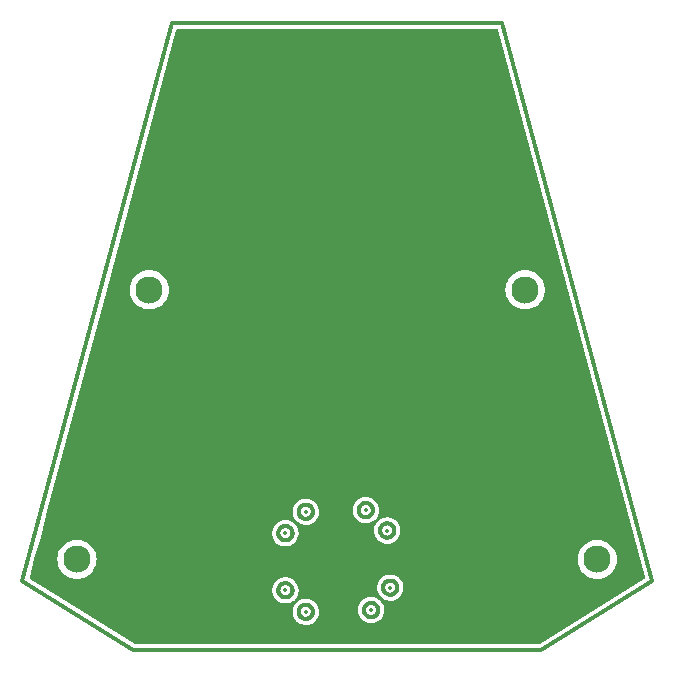
<source format=gbl>
%TF.GenerationSoftware,KiCad,Pcbnew,(6.0.6)*%
%TF.CreationDate,2022-07-10T10:04:06+09:00*%
%TF.ProjectId,nowt_promicro_plate_C,6e6f7774-5f70-4726-9f6d-6963726f5f70,rev?*%
%TF.SameCoordinates,Original*%
%TF.FileFunction,Copper,L2,Bot*%
%TF.FilePolarity,Positive*%
%FSLAX46Y46*%
G04 Gerber Fmt 4.6, Leading zero omitted, Abs format (unit mm)*
G04 Created by KiCad (PCBNEW (6.0.6)) date 2022-07-10 10:04:06*
%MOMM*%
%LPD*%
G01*
G04 APERTURE LIST*
%TA.AperFunction,Profile*%
%ADD10C,0.349999*%
%TD*%
%TA.AperFunction,ComponentPad*%
%ADD11C,2.300000*%
%TD*%
%ADD12C,0.350000*%
G04 APERTURE END LIST*
D10*
X46110529Y-61985703D02*
X46110529Y-61985703D01*
X46110529Y-61985703D02*
X46110529Y-61985703D01*
X46109748Y-62016579D02*
X46110529Y-61985703D01*
X46107431Y-62047049D02*
X46109748Y-62016579D01*
X46103616Y-62077076D02*
X46107431Y-62047049D01*
X46098339Y-62106623D02*
X46103616Y-62077076D01*
X46091639Y-62135651D02*
X46098339Y-62106623D01*
X46083554Y-62164123D02*
X46091639Y-62135651D01*
X46074121Y-62192002D02*
X46083554Y-62164123D01*
X46063378Y-62219249D02*
X46074121Y-62192002D01*
X46051363Y-62245826D02*
X46063378Y-62219249D01*
X46038113Y-62271697D02*
X46051363Y-62245826D01*
X46023665Y-62296823D02*
X46038113Y-62271697D01*
X46008059Y-62321167D02*
X46023665Y-62296823D01*
X45991331Y-62344691D02*
X46008059Y-62321167D01*
X45973519Y-62367357D02*
X45991331Y-62344691D01*
X45954661Y-62389128D02*
X45973519Y-62367357D01*
X45934794Y-62409965D02*
X45954661Y-62389128D01*
X45913956Y-62429832D02*
X45934794Y-62409965D01*
X45892186Y-62448690D02*
X45913956Y-62429832D01*
X45869520Y-62466502D02*
X45892186Y-62448690D01*
X45845996Y-62483231D02*
X45869520Y-62466502D01*
X45821652Y-62498837D02*
X45845996Y-62483231D01*
X45796526Y-62513285D02*
X45821652Y-62498837D01*
X45770655Y-62526535D02*
X45796526Y-62513285D01*
X45744077Y-62538550D02*
X45770655Y-62526535D01*
X45716831Y-62549294D02*
X45744077Y-62538550D01*
X45688952Y-62558727D02*
X45716831Y-62549294D01*
X45660480Y-62566812D02*
X45688952Y-62558727D01*
X45631451Y-62573512D02*
X45660480Y-62566812D01*
X45601905Y-62578788D02*
X45631451Y-62573512D01*
X45571877Y-62582604D02*
X45601905Y-62578788D01*
X45541406Y-62584921D02*
X45571877Y-62582604D01*
X45510530Y-62585702D02*
X45541406Y-62584921D01*
X45510530Y-62585702D02*
X45510530Y-62585702D01*
X45479654Y-62584921D02*
X45510530Y-62585702D01*
X45449184Y-62582604D02*
X45479654Y-62584921D01*
X45419156Y-62578788D02*
X45449184Y-62582604D01*
X45389609Y-62573512D02*
X45419156Y-62578788D01*
X45360581Y-62566812D02*
X45389609Y-62573512D01*
X45332109Y-62558727D02*
X45360581Y-62566812D01*
X45304230Y-62549294D02*
X45332109Y-62558727D01*
X45276983Y-62538550D02*
X45304230Y-62549294D01*
X45250406Y-62526535D02*
X45276983Y-62538550D01*
X45224535Y-62513285D02*
X45250406Y-62526535D01*
X45199409Y-62498837D02*
X45224535Y-62513285D01*
X45175065Y-62483231D02*
X45199409Y-62498837D01*
X45151541Y-62466502D02*
X45175065Y-62483231D01*
X45128875Y-62448690D02*
X45151541Y-62466502D01*
X45107104Y-62429832D02*
X45128875Y-62448690D01*
X45086267Y-62409965D02*
X45107104Y-62429832D01*
X45066400Y-62389128D02*
X45086267Y-62409965D01*
X45047542Y-62367357D02*
X45066400Y-62389128D01*
X45029730Y-62344691D02*
X45047542Y-62367357D01*
X45013002Y-62321167D02*
X45029730Y-62344691D01*
X44997395Y-62296823D02*
X45013002Y-62321167D01*
X44982948Y-62271697D02*
X44997395Y-62296823D01*
X44969698Y-62245826D02*
X44982948Y-62271697D01*
X44957683Y-62219249D02*
X44969698Y-62245826D01*
X44946940Y-62192002D02*
X44957683Y-62219249D01*
X44937507Y-62164123D02*
X44946940Y-62192002D01*
X44929421Y-62135651D02*
X44937507Y-62164123D01*
X44922722Y-62106623D02*
X44929421Y-62135651D01*
X44917445Y-62077076D02*
X44922722Y-62106623D01*
X44913630Y-62047049D02*
X44917445Y-62077076D01*
X44911313Y-62016579D02*
X44913630Y-62047049D01*
X44910532Y-61985703D02*
X44911313Y-62016579D01*
X44910532Y-61985703D02*
X44910532Y-61985703D01*
X44911313Y-61954828D02*
X44910532Y-61985703D01*
X44913630Y-61924357D02*
X44911313Y-61954828D01*
X44917445Y-61894330D02*
X44913630Y-61924357D01*
X44922722Y-61864783D02*
X44917445Y-61894330D01*
X44929421Y-61835755D02*
X44922722Y-61864783D01*
X44937507Y-61807283D02*
X44929421Y-61835755D01*
X44946940Y-61779405D02*
X44937507Y-61807283D01*
X44957683Y-61752158D02*
X44946940Y-61779405D01*
X44969698Y-61725580D02*
X44957683Y-61752158D01*
X44982948Y-61699709D02*
X44969698Y-61725580D01*
X44997395Y-61674583D02*
X44982948Y-61699709D01*
X45013002Y-61650239D02*
X44997395Y-61674583D01*
X45029730Y-61626716D02*
X45013002Y-61650239D01*
X45047542Y-61604049D02*
X45029730Y-61626716D01*
X45066400Y-61582279D02*
X45047542Y-61604049D01*
X45086267Y-61561441D02*
X45066400Y-61582279D01*
X45107104Y-61541574D02*
X45086267Y-61561441D01*
X45128875Y-61522716D02*
X45107104Y-61541574D01*
X45151541Y-61504904D02*
X45128875Y-61522716D01*
X45175065Y-61488176D02*
X45151541Y-61504904D01*
X45199409Y-61472569D02*
X45175065Y-61488176D01*
X45224535Y-61458122D02*
X45199409Y-61472569D01*
X45250406Y-61444871D02*
X45224535Y-61458122D01*
X45276983Y-61432856D02*
X45250406Y-61444871D01*
X45304230Y-61422113D02*
X45276983Y-61432856D01*
X45332109Y-61412680D02*
X45304230Y-61422113D01*
X45360581Y-61404594D02*
X45332109Y-61412680D01*
X45389609Y-61397895D02*
X45360581Y-61404594D01*
X45419156Y-61392618D02*
X45389609Y-61397895D01*
X45449184Y-61388802D02*
X45419156Y-61392618D01*
X45479654Y-61386485D02*
X45449184Y-61388802D01*
X45510530Y-61385705D02*
X45479654Y-61386485D01*
X45510530Y-61385705D02*
X45510530Y-61385705D01*
X45541406Y-61386485D02*
X45510530Y-61385705D01*
X45571877Y-61388802D02*
X45541406Y-61386485D01*
X45601905Y-61392618D02*
X45571877Y-61388802D01*
X45631451Y-61397895D02*
X45601905Y-61392618D01*
X45660480Y-61404594D02*
X45631451Y-61397895D01*
X45688952Y-61412680D02*
X45660480Y-61404594D01*
X45716831Y-61422113D02*
X45688952Y-61412680D01*
X45744077Y-61432856D02*
X45716831Y-61422113D01*
X45770655Y-61444871D02*
X45744077Y-61432856D01*
X45796526Y-61458122D02*
X45770655Y-61444871D01*
X45821652Y-61472569D02*
X45796526Y-61458122D01*
X45845996Y-61488176D02*
X45821652Y-61472569D01*
X45869520Y-61504904D02*
X45845996Y-61488176D01*
X45892186Y-61522716D02*
X45869520Y-61504904D01*
X45913956Y-61541574D02*
X45892186Y-61522716D01*
X45934794Y-61561441D02*
X45913956Y-61541574D01*
X45954661Y-61582279D02*
X45934794Y-61561441D01*
X45973519Y-61604049D02*
X45954661Y-61582279D01*
X45991331Y-61626716D02*
X45973519Y-61604049D01*
X46008059Y-61650239D02*
X45991331Y-61626716D01*
X46023665Y-61674583D02*
X46008059Y-61650239D01*
X46038113Y-61699709D02*
X46023665Y-61674583D01*
X46051363Y-61725580D02*
X46038113Y-61699709D01*
X46063378Y-61752158D02*
X46051363Y-61725580D01*
X46074121Y-61779405D02*
X46063378Y-61752158D01*
X46083554Y-61807283D02*
X46074121Y-61779405D01*
X46091639Y-61835755D02*
X46083554Y-61807283D01*
X46098339Y-61864783D02*
X46091639Y-61835755D01*
X46103616Y-61894330D02*
X46098339Y-61864783D01*
X46107431Y-61924357D02*
X46103616Y-61894330D01*
X46109748Y-61954828D02*
X46107431Y-61924357D01*
X46110529Y-61985703D02*
X46109748Y-61954828D01*
X44042898Y-55428986D02*
X44042898Y-55428986D01*
X44042898Y-55428986D02*
X44042898Y-55428986D01*
X44042117Y-55459862D02*
X44042898Y-55428986D01*
X44039800Y-55490332D02*
X44042117Y-55459862D01*
X44035985Y-55520359D02*
X44039800Y-55490332D01*
X44030708Y-55549906D02*
X44035985Y-55520359D01*
X44024009Y-55578934D02*
X44030708Y-55549906D01*
X44015923Y-55607406D02*
X44024009Y-55578934D01*
X44006491Y-55635285D02*
X44015923Y-55607406D01*
X43995747Y-55662532D02*
X44006491Y-55635285D01*
X43983732Y-55689109D02*
X43995747Y-55662532D01*
X43970482Y-55714980D02*
X43983732Y-55689109D01*
X43956035Y-55740106D02*
X43970482Y-55714980D01*
X43940428Y-55764450D02*
X43956035Y-55740106D01*
X43923700Y-55787974D02*
X43940428Y-55764450D01*
X43905888Y-55810640D02*
X43923700Y-55787974D01*
X43887030Y-55832411D02*
X43905888Y-55810640D01*
X43867163Y-55853248D02*
X43887030Y-55832411D01*
X43846326Y-55873115D02*
X43867163Y-55853248D01*
X43824555Y-55891973D02*
X43846326Y-55873115D01*
X43801889Y-55909786D02*
X43824555Y-55891973D01*
X43778365Y-55926514D02*
X43801889Y-55909786D01*
X43754021Y-55942120D02*
X43778365Y-55926514D01*
X43728895Y-55956568D02*
X43754021Y-55942120D01*
X43703024Y-55969818D02*
X43728895Y-55956568D01*
X43676447Y-55981833D02*
X43703024Y-55969818D01*
X43649200Y-55992577D02*
X43676447Y-55981833D01*
X43621321Y-56002010D02*
X43649200Y-55992577D01*
X43592849Y-56010095D02*
X43621321Y-56002010D01*
X43563821Y-56016795D02*
X43592849Y-56010095D01*
X43534274Y-56022071D02*
X43563821Y-56016795D01*
X43504246Y-56025887D02*
X43534274Y-56022071D01*
X43473776Y-56028204D02*
X43504246Y-56025887D01*
X43442900Y-56028985D02*
X43473776Y-56028204D01*
X43442900Y-56028985D02*
X43442900Y-56028985D01*
X43412024Y-56028204D02*
X43442900Y-56028985D01*
X43381553Y-56025887D02*
X43412024Y-56028204D01*
X43351525Y-56022071D02*
X43381553Y-56025887D01*
X43321979Y-56016795D02*
X43351525Y-56022071D01*
X43292950Y-56010095D02*
X43321979Y-56016795D01*
X43264478Y-56002010D02*
X43292950Y-56010095D01*
X43236599Y-55992577D02*
X43264478Y-56002010D01*
X43209352Y-55981833D02*
X43236599Y-55992577D01*
X43182775Y-55969818D02*
X43209352Y-55981833D01*
X43156904Y-55956568D02*
X43182775Y-55969818D01*
X43131778Y-55942120D02*
X43156904Y-55956568D01*
X43107434Y-55926514D02*
X43131778Y-55942120D01*
X43083910Y-55909786D02*
X43107434Y-55926514D01*
X43061244Y-55891973D02*
X43083910Y-55909786D01*
X43039473Y-55873115D02*
X43061244Y-55891973D01*
X43018635Y-55853248D02*
X43039473Y-55873115D01*
X42998768Y-55832411D02*
X43018635Y-55853248D01*
X42979910Y-55810640D02*
X42998768Y-55832411D01*
X42962098Y-55787974D02*
X42979910Y-55810640D01*
X42945370Y-55764450D02*
X42962098Y-55787974D01*
X42929763Y-55740106D02*
X42945370Y-55764450D01*
X42915316Y-55714980D02*
X42929763Y-55740106D01*
X42902066Y-55689109D02*
X42915316Y-55714980D01*
X42890050Y-55662532D02*
X42902066Y-55689109D01*
X42879307Y-55635285D02*
X42890050Y-55662532D01*
X42869874Y-55607406D02*
X42879307Y-55635285D01*
X42861789Y-55578934D02*
X42869874Y-55607406D01*
X42855089Y-55549906D02*
X42861789Y-55578934D01*
X42849813Y-55520359D02*
X42855089Y-55549906D01*
X42845997Y-55490332D02*
X42849813Y-55520359D01*
X42843680Y-55459862D02*
X42845997Y-55490332D01*
X42842899Y-55428986D02*
X42843680Y-55459862D01*
X42842899Y-55428986D02*
X42842899Y-55428986D01*
X42843680Y-55398111D02*
X42842899Y-55428986D01*
X42845997Y-55367640D02*
X42843680Y-55398111D01*
X42849813Y-55337613D02*
X42845997Y-55367640D01*
X42855089Y-55308066D02*
X42849813Y-55337613D01*
X42861789Y-55279038D02*
X42855089Y-55308066D01*
X42869874Y-55250566D02*
X42861789Y-55279038D01*
X42879307Y-55222688D02*
X42869874Y-55250566D01*
X42890050Y-55195441D02*
X42879307Y-55222688D01*
X42902066Y-55168863D02*
X42890050Y-55195441D01*
X42915316Y-55142992D02*
X42902066Y-55168863D01*
X42929763Y-55117866D02*
X42915316Y-55142992D01*
X42945370Y-55093522D02*
X42929763Y-55117866D01*
X42962098Y-55069999D02*
X42945370Y-55093522D01*
X42979910Y-55047333D02*
X42962098Y-55069999D01*
X42998768Y-55025562D02*
X42979910Y-55047333D01*
X43018635Y-55004724D02*
X42998768Y-55025562D01*
X43039473Y-54984857D02*
X43018635Y-55004724D01*
X43061244Y-54965999D02*
X43039473Y-54984857D01*
X43083910Y-54948187D02*
X43061244Y-54965999D01*
X43107434Y-54931459D02*
X43083910Y-54948187D01*
X43131778Y-54915852D02*
X43107434Y-54931459D01*
X43156904Y-54901405D02*
X43131778Y-54915852D01*
X43182775Y-54888155D02*
X43156904Y-54901405D01*
X43209352Y-54876139D02*
X43182775Y-54888155D01*
X43236599Y-54865396D02*
X43209352Y-54876139D01*
X43264478Y-54855963D02*
X43236599Y-54865396D01*
X43292950Y-54847877D02*
X43264478Y-54855963D01*
X43321979Y-54841178D02*
X43292950Y-54847877D01*
X43351525Y-54835901D02*
X43321979Y-54841178D01*
X43381553Y-54832085D02*
X43351525Y-54835901D01*
X43412024Y-54829768D02*
X43381553Y-54832085D01*
X43442900Y-54828988D02*
X43412024Y-54829768D01*
X43442900Y-54828988D02*
X43442900Y-54828988D01*
X43473776Y-54829768D02*
X43442900Y-54828988D01*
X43504246Y-54832085D02*
X43473776Y-54829768D01*
X43534274Y-54835901D02*
X43504246Y-54832085D01*
X43563821Y-54841178D02*
X43534274Y-54835901D01*
X43592849Y-54847877D02*
X43563821Y-54841178D01*
X43621321Y-54855963D02*
X43592849Y-54847877D01*
X43649200Y-54865396D02*
X43621321Y-54855963D01*
X43676447Y-54876139D02*
X43649200Y-54865396D01*
X43703024Y-54888155D02*
X43676447Y-54876139D01*
X43728895Y-54901405D02*
X43703024Y-54888155D01*
X43754021Y-54915852D02*
X43728895Y-54901405D01*
X43778365Y-54931459D02*
X43754021Y-54915852D01*
X43801889Y-54948187D02*
X43778365Y-54931459D01*
X43824555Y-54965999D02*
X43801889Y-54948187D01*
X43846326Y-54984857D02*
X43824555Y-54965999D01*
X43867163Y-55004724D02*
X43846326Y-54984857D01*
X43887030Y-55025562D02*
X43867163Y-55004724D01*
X43905888Y-55047333D02*
X43887030Y-55025562D01*
X43923700Y-55069999D02*
X43905888Y-55047333D01*
X43940428Y-55093522D02*
X43923700Y-55069999D01*
X43956035Y-55117866D02*
X43940428Y-55093522D01*
X43970482Y-55142992D02*
X43956035Y-55117866D01*
X43983732Y-55168863D02*
X43970482Y-55142992D01*
X43995747Y-55195441D02*
X43983732Y-55168863D01*
X44006491Y-55222688D02*
X43995747Y-55195441D01*
X44015923Y-55250566D02*
X44006491Y-55222688D01*
X44024009Y-55279038D02*
X44015923Y-55250566D01*
X44030708Y-55308066D02*
X44024009Y-55279038D01*
X44035985Y-55337613D02*
X44030708Y-55308066D01*
X44039800Y-55367640D02*
X44035985Y-55337613D01*
X44042117Y-55398111D02*
X44039800Y-55367640D01*
X44042898Y-55428986D02*
X44042117Y-55398111D01*
X44489979Y-63889329D02*
X44489979Y-63889329D01*
X44489979Y-63889329D02*
X44489979Y-63889329D01*
X44489198Y-63920204D02*
X44489979Y-63889329D01*
X44486881Y-63950675D02*
X44489198Y-63920204D01*
X44483065Y-63980702D02*
X44486881Y-63950675D01*
X44477789Y-64010249D02*
X44483065Y-63980702D01*
X44471089Y-64039277D02*
X44477789Y-64010249D01*
X44463004Y-64067749D02*
X44471089Y-64039277D01*
X44453571Y-64095627D02*
X44463004Y-64067749D01*
X44442828Y-64122874D02*
X44453571Y-64095627D01*
X44430812Y-64149452D02*
X44442828Y-64122874D01*
X44417562Y-64175322D02*
X44430812Y-64149452D01*
X44403115Y-64200449D02*
X44417562Y-64175322D01*
X44387508Y-64224792D02*
X44403115Y-64200449D01*
X44370780Y-64248316D02*
X44387508Y-64224792D01*
X44352968Y-64270982D02*
X44370780Y-64248316D01*
X44334110Y-64292753D02*
X44352968Y-64270982D01*
X44314243Y-64313591D02*
X44334110Y-64292753D01*
X44293405Y-64333457D02*
X44314243Y-64313591D01*
X44271634Y-64352316D02*
X44293405Y-64333457D01*
X44248968Y-64370128D02*
X44271634Y-64352316D01*
X44225444Y-64386856D02*
X44248968Y-64370128D01*
X44201100Y-64402463D02*
X44225444Y-64386856D01*
X44175974Y-64416910D02*
X44201100Y-64402463D01*
X44150103Y-64430160D02*
X44175974Y-64416910D01*
X44123526Y-64442176D02*
X44150103Y-64430160D01*
X44096279Y-64452919D02*
X44123526Y-64442176D01*
X44068400Y-64462352D02*
X44096279Y-64452919D01*
X44039928Y-64470437D02*
X44068400Y-64462352D01*
X44010899Y-64477137D02*
X44039928Y-64470437D01*
X43981353Y-64482414D02*
X44010899Y-64477137D01*
X43951325Y-64486229D02*
X43981353Y-64482414D01*
X43920854Y-64488546D02*
X43951325Y-64486229D01*
X43889978Y-64489327D02*
X43920854Y-64488546D01*
X43889978Y-64489327D02*
X43889978Y-64489327D01*
X43859102Y-64488546D02*
X43889978Y-64489327D01*
X43828632Y-64486229D02*
X43859102Y-64488546D01*
X43798604Y-64482414D02*
X43828632Y-64486229D01*
X43769057Y-64477137D02*
X43798604Y-64482414D01*
X43740029Y-64470437D02*
X43769057Y-64477137D01*
X43711557Y-64462352D02*
X43740029Y-64470437D01*
X43683678Y-64452919D02*
X43711557Y-64462352D01*
X43656431Y-64442176D02*
X43683678Y-64452919D01*
X43629853Y-64430160D02*
X43656431Y-64442176D01*
X43603982Y-64416910D02*
X43629853Y-64430160D01*
X43578856Y-64402463D02*
X43603982Y-64416910D01*
X43554512Y-64386856D02*
X43578856Y-64402463D01*
X43530988Y-64370128D02*
X43554512Y-64386856D01*
X43508322Y-64352316D02*
X43530988Y-64370128D01*
X43486552Y-64333457D02*
X43508322Y-64352316D01*
X43465714Y-64313591D02*
X43486552Y-64333457D01*
X43445847Y-64292753D02*
X43465714Y-64313591D01*
X43426989Y-64270982D02*
X43445847Y-64292753D01*
X43409177Y-64248316D02*
X43426989Y-64270982D01*
X43392449Y-64224792D02*
X43409177Y-64248316D01*
X43376842Y-64200449D02*
X43392449Y-64224792D01*
X43362395Y-64175322D02*
X43376842Y-64200449D01*
X43349144Y-64149452D02*
X43362395Y-64175322D01*
X43337129Y-64122874D02*
X43349144Y-64149452D01*
X43326386Y-64095627D02*
X43337129Y-64122874D01*
X43316953Y-64067749D02*
X43326386Y-64095627D01*
X43308868Y-64039277D02*
X43316953Y-64067749D01*
X43302168Y-64010249D02*
X43308868Y-64039277D01*
X43296891Y-63980702D02*
X43302168Y-64010249D01*
X43293076Y-63950675D02*
X43296891Y-63980702D01*
X43290759Y-63920204D02*
X43293076Y-63950675D01*
X43289978Y-63889329D02*
X43290759Y-63920204D01*
X43289978Y-63889329D02*
X43289978Y-63889329D01*
X43290759Y-63858453D02*
X43289978Y-63889329D01*
X43293076Y-63827983D02*
X43290759Y-63858453D01*
X43296891Y-63797955D02*
X43293076Y-63827983D01*
X43302168Y-63768409D02*
X43296891Y-63797955D01*
X43308868Y-63739380D02*
X43302168Y-63768409D01*
X43316953Y-63710908D02*
X43308868Y-63739380D01*
X43326386Y-63683030D02*
X43316953Y-63710908D01*
X43337129Y-63655783D02*
X43326386Y-63683030D01*
X43349144Y-63629206D02*
X43337129Y-63655783D01*
X43362395Y-63603335D02*
X43349144Y-63629206D01*
X43376842Y-63578209D02*
X43362395Y-63603335D01*
X43392449Y-63553865D02*
X43376842Y-63578209D01*
X43409177Y-63530341D02*
X43392449Y-63553865D01*
X43426989Y-63507675D02*
X43409177Y-63530341D01*
X43445847Y-63485904D02*
X43426989Y-63507675D01*
X43465714Y-63465067D02*
X43445847Y-63485904D01*
X43486552Y-63445200D02*
X43465714Y-63465067D01*
X43508322Y-63426341D02*
X43486552Y-63445200D01*
X43530988Y-63408529D02*
X43508322Y-63426341D01*
X43554512Y-63391801D02*
X43530988Y-63408529D01*
X43578856Y-63376195D02*
X43554512Y-63391801D01*
X43603982Y-63361747D02*
X43578856Y-63376195D01*
X43629853Y-63348497D02*
X43603982Y-63361747D01*
X43656431Y-63336481D02*
X43629853Y-63348497D01*
X43683678Y-63325738D02*
X43656431Y-63336481D01*
X43711557Y-63316305D02*
X43683678Y-63325738D01*
X43740029Y-63308220D02*
X43711557Y-63316305D01*
X43769057Y-63301520D02*
X43740029Y-63308220D01*
X43798604Y-63296244D02*
X43769057Y-63301520D01*
X43828632Y-63292428D02*
X43798604Y-63296244D01*
X43859102Y-63290111D02*
X43828632Y-63292428D01*
X43889978Y-63289330D02*
X43859102Y-63290111D01*
X43889978Y-63289330D02*
X43889978Y-63289330D01*
X43920854Y-63290111D02*
X43889978Y-63289330D01*
X43951325Y-63292428D02*
X43920854Y-63290111D01*
X43981353Y-63296244D02*
X43951325Y-63292428D01*
X44010899Y-63301520D02*
X43981353Y-63296244D01*
X44039928Y-63308220D02*
X44010899Y-63301520D01*
X44068400Y-63316305D02*
X44039928Y-63308220D01*
X44096279Y-63325738D02*
X44068400Y-63316305D01*
X44123526Y-63336481D02*
X44096279Y-63325738D01*
X44150103Y-63348497D02*
X44123526Y-63336481D01*
X44175974Y-63361747D02*
X44150103Y-63348497D01*
X44201100Y-63376195D02*
X44175974Y-63361747D01*
X44225444Y-63391801D02*
X44201100Y-63376195D01*
X44248968Y-63408529D02*
X44225444Y-63391801D01*
X44271634Y-63426341D02*
X44248968Y-63408529D01*
X44293405Y-63445200D02*
X44271634Y-63426341D01*
X44314243Y-63465067D02*
X44293405Y-63445200D01*
X44334110Y-63485904D02*
X44314243Y-63465067D01*
X44352968Y-63507675D02*
X44334110Y-63485904D01*
X44370780Y-63530341D02*
X44352968Y-63507675D01*
X44387508Y-63553865D02*
X44370780Y-63530341D01*
X44403115Y-63578209D02*
X44387508Y-63553865D01*
X44417562Y-63603335D02*
X44403115Y-63578209D01*
X44430812Y-63629206D02*
X44417562Y-63603335D01*
X44442828Y-63655783D02*
X44430812Y-63629206D01*
X44453571Y-63683030D02*
X44442828Y-63655783D01*
X44463004Y-63710908D02*
X44453571Y-63683030D01*
X44471089Y-63739380D02*
X44463004Y-63710908D01*
X44477789Y-63768409D02*
X44471089Y-63739380D01*
X44483065Y-63797955D02*
X44477789Y-63768409D01*
X44486881Y-63827983D02*
X44483065Y-63797955D01*
X44489198Y-63858453D02*
X44486881Y-63827983D01*
X44489979Y-63889329D02*
X44489198Y-63858453D01*
X45855059Y-57151215D02*
X45855059Y-57151215D01*
X45855059Y-57151215D02*
X45855059Y-57151215D01*
X45854278Y-57182091D02*
X45855059Y-57151215D01*
X45851961Y-57212561D02*
X45854278Y-57182091D01*
X45848145Y-57242588D02*
X45851961Y-57212561D01*
X45842869Y-57272135D02*
X45848145Y-57242588D01*
X45836169Y-57301163D02*
X45842869Y-57272135D01*
X45828084Y-57329635D02*
X45836169Y-57301163D01*
X45818651Y-57357514D02*
X45828084Y-57329635D01*
X45807907Y-57384761D02*
X45818651Y-57357514D01*
X45795892Y-57411338D02*
X45807907Y-57384761D01*
X45782641Y-57437209D02*
X45795892Y-57411338D01*
X45768194Y-57462335D02*
X45782641Y-57437209D01*
X45752587Y-57486679D02*
X45768194Y-57462335D01*
X45735859Y-57510203D02*
X45752587Y-57486679D01*
X45718047Y-57532869D02*
X45735859Y-57510203D01*
X45699189Y-57554640D02*
X45718047Y-57532869D01*
X45679322Y-57575477D02*
X45699189Y-57554640D01*
X45658484Y-57595344D02*
X45679322Y-57575477D01*
X45636713Y-57614202D02*
X45658484Y-57595344D01*
X45614047Y-57632015D02*
X45636713Y-57614202D01*
X45590523Y-57648743D02*
X45614047Y-57632015D01*
X45566179Y-57664349D02*
X45590523Y-57648743D01*
X45541053Y-57678797D02*
X45566179Y-57664349D01*
X45515182Y-57692047D02*
X45541053Y-57678797D01*
X45488604Y-57704062D02*
X45515182Y-57692047D01*
X45461357Y-57714806D02*
X45488604Y-57704062D01*
X45433478Y-57724239D02*
X45461357Y-57714806D01*
X45405006Y-57732324D02*
X45433478Y-57724239D01*
X45375977Y-57739024D02*
X45405006Y-57732324D01*
X45346431Y-57744300D02*
X45375977Y-57739024D01*
X45316403Y-57748116D02*
X45346431Y-57744300D01*
X45285932Y-57750433D02*
X45316403Y-57748116D01*
X45255056Y-57751214D02*
X45285932Y-57750433D01*
X45255056Y-57751214D02*
X45255056Y-57751214D01*
X45224181Y-57750433D02*
X45255056Y-57751214D01*
X45193710Y-57748116D02*
X45224181Y-57750433D01*
X45163683Y-57744300D02*
X45193710Y-57748116D01*
X45134136Y-57739024D02*
X45163683Y-57744300D01*
X45105108Y-57732324D02*
X45134136Y-57739024D01*
X45076635Y-57724239D02*
X45105108Y-57732324D01*
X45048757Y-57714806D02*
X45076635Y-57724239D01*
X45021510Y-57704062D02*
X45048757Y-57714806D01*
X44994932Y-57692047D02*
X45021510Y-57704062D01*
X44969062Y-57678797D02*
X44994932Y-57692047D01*
X44943936Y-57664349D02*
X44969062Y-57678797D01*
X44919592Y-57648743D02*
X44943936Y-57664349D01*
X44896068Y-57632015D02*
X44919592Y-57648743D01*
X44873402Y-57614202D02*
X44896068Y-57632015D01*
X44851631Y-57595344D02*
X44873402Y-57614202D01*
X44830794Y-57575477D02*
X44851631Y-57595344D01*
X44810927Y-57554640D02*
X44830794Y-57575477D01*
X44792069Y-57532869D02*
X44810927Y-57554640D01*
X44774256Y-57510203D02*
X44792069Y-57532869D01*
X44757528Y-57486679D02*
X44774256Y-57510203D01*
X44741922Y-57462335D02*
X44757528Y-57486679D01*
X44727475Y-57437209D02*
X44741922Y-57462335D01*
X44714224Y-57411338D02*
X44727475Y-57437209D01*
X44702209Y-57384761D02*
X44714224Y-57411338D01*
X44691466Y-57357514D02*
X44702209Y-57384761D01*
X44682033Y-57329635D02*
X44691466Y-57357514D01*
X44673947Y-57301163D02*
X44682033Y-57329635D01*
X44667248Y-57272135D02*
X44673947Y-57301163D01*
X44661971Y-57242588D02*
X44667248Y-57272135D01*
X44658156Y-57212561D02*
X44661971Y-57242588D01*
X44655839Y-57182091D02*
X44658156Y-57212561D01*
X44655058Y-57151215D02*
X44655839Y-57182091D01*
X44655058Y-57151215D02*
X44655058Y-57151215D01*
X44655839Y-57120340D02*
X44655058Y-57151215D01*
X44658156Y-57089869D02*
X44655839Y-57120340D01*
X44661971Y-57059842D02*
X44658156Y-57089869D01*
X44667248Y-57030295D02*
X44661971Y-57059842D01*
X44673947Y-57001267D02*
X44667248Y-57030295D01*
X44682033Y-56972795D02*
X44673947Y-57001267D01*
X44691466Y-56944917D02*
X44682033Y-56972795D01*
X44702209Y-56917670D02*
X44691466Y-56944917D01*
X44714224Y-56891092D02*
X44702209Y-56917670D01*
X44727475Y-56865221D02*
X44714224Y-56891092D01*
X44741922Y-56840095D02*
X44727475Y-56865221D01*
X44757528Y-56815751D02*
X44741922Y-56840095D01*
X44774256Y-56792228D02*
X44757528Y-56815751D01*
X44792069Y-56769562D02*
X44774256Y-56792228D01*
X44810927Y-56747791D02*
X44792069Y-56769562D01*
X44830794Y-56726953D02*
X44810927Y-56747791D01*
X44851631Y-56707086D02*
X44830794Y-56726953D01*
X44873402Y-56688228D02*
X44851631Y-56707086D01*
X44896068Y-56670416D02*
X44873402Y-56688228D01*
X44919592Y-56653688D02*
X44896068Y-56670416D01*
X44943936Y-56638081D02*
X44919592Y-56653688D01*
X44969062Y-56623634D02*
X44943936Y-56638081D01*
X44994932Y-56610384D02*
X44969062Y-56623634D01*
X45021510Y-56598368D02*
X44994932Y-56610384D01*
X45048757Y-56587625D02*
X45021510Y-56598368D01*
X45076635Y-56578192D02*
X45048757Y-56587625D01*
X45105108Y-56570106D02*
X45076635Y-56578192D01*
X45134136Y-56563407D02*
X45105108Y-56570106D01*
X45163683Y-56558130D02*
X45134136Y-56563407D01*
X45193710Y-56554315D02*
X45163683Y-56558130D01*
X45224181Y-56551997D02*
X45193710Y-56554315D01*
X45255056Y-56551217D02*
X45224181Y-56551997D01*
X45255056Y-56551217D02*
X45255056Y-56551217D01*
X45285932Y-56551997D02*
X45255056Y-56551217D01*
X45316403Y-56554315D02*
X45285932Y-56551997D01*
X45346431Y-56558130D02*
X45316403Y-56554315D01*
X45375977Y-56563407D02*
X45346431Y-56558130D01*
X45405006Y-56570106D02*
X45375977Y-56563407D01*
X45433478Y-56578192D02*
X45405006Y-56570106D01*
X45461357Y-56587625D02*
X45433478Y-56578192D01*
X45488604Y-56598368D02*
X45461357Y-56587625D01*
X45515182Y-56610384D02*
X45488604Y-56598368D01*
X45541053Y-56623634D02*
X45515182Y-56610384D01*
X45566179Y-56638081D02*
X45541053Y-56623634D01*
X45590523Y-56653688D02*
X45566179Y-56638081D01*
X45614047Y-56670416D02*
X45590523Y-56653688D01*
X45636713Y-56688228D02*
X45614047Y-56670416D01*
X45658484Y-56707086D02*
X45636713Y-56688228D01*
X45679322Y-56726953D02*
X45658484Y-56707086D01*
X45699189Y-56747791D02*
X45679322Y-56726953D01*
X45718047Y-56769562D02*
X45699189Y-56747791D01*
X45735859Y-56792228D02*
X45718047Y-56769562D01*
X45752587Y-56815751D02*
X45735859Y-56792228D01*
X45768194Y-56840095D02*
X45752587Y-56815751D01*
X45782641Y-56865221D02*
X45768194Y-56840095D01*
X45795892Y-56891092D02*
X45782641Y-56865221D01*
X45807907Y-56917670D02*
X45795892Y-56891092D01*
X45818651Y-56944917D02*
X45807907Y-56917670D01*
X45828084Y-56972795D02*
X45818651Y-56944917D01*
X45836169Y-57001267D02*
X45828084Y-56972795D01*
X45842869Y-57030295D02*
X45836169Y-57001267D01*
X45848145Y-57059842D02*
X45842869Y-57030295D01*
X45851961Y-57089869D02*
X45848145Y-57059842D01*
X45854278Y-57120340D02*
X45851961Y-57089869D01*
X45855059Y-57151215D02*
X45854278Y-57120340D01*
X38957640Y-64035409D02*
X38957640Y-64035409D01*
X38957640Y-64035409D02*
X38957640Y-64035409D01*
X38956859Y-64066284D02*
X38957640Y-64035409D01*
X38954542Y-64096755D02*
X38956859Y-64066284D01*
X38950726Y-64126782D02*
X38954542Y-64096755D01*
X38945450Y-64156329D02*
X38950726Y-64126782D01*
X38938750Y-64185357D02*
X38945450Y-64156329D01*
X38930665Y-64213829D02*
X38938750Y-64185357D01*
X38921232Y-64241707D02*
X38930665Y-64213829D01*
X38910489Y-64268954D02*
X38921232Y-64241707D01*
X38898473Y-64295532D02*
X38910489Y-64268954D01*
X38885223Y-64321402D02*
X38898473Y-64295532D01*
X38870776Y-64346529D02*
X38885223Y-64321402D01*
X38855169Y-64370872D02*
X38870776Y-64346529D01*
X38838441Y-64394396D02*
X38855169Y-64370872D01*
X38820629Y-64417062D02*
X38838441Y-64394396D01*
X38801771Y-64438833D02*
X38820629Y-64417062D01*
X38781904Y-64459671D02*
X38801771Y-64438833D01*
X38761066Y-64479538D02*
X38781904Y-64459671D01*
X38739295Y-64498396D02*
X38761066Y-64479538D01*
X38716629Y-64516208D02*
X38739295Y-64498396D01*
X38693105Y-64532936D02*
X38716629Y-64516208D01*
X38668761Y-64548543D02*
X38693105Y-64532936D01*
X38643635Y-64562990D02*
X38668761Y-64548543D01*
X38617764Y-64576240D02*
X38643635Y-64562990D01*
X38591187Y-64588256D02*
X38617764Y-64576240D01*
X38563940Y-64598999D02*
X38591187Y-64588256D01*
X38536061Y-64608432D02*
X38563940Y-64598999D01*
X38507589Y-64616517D02*
X38536061Y-64608432D01*
X38478560Y-64623217D02*
X38507589Y-64616517D01*
X38449013Y-64628494D02*
X38478560Y-64623217D01*
X38418986Y-64632309D02*
X38449013Y-64628494D01*
X38388515Y-64634626D02*
X38418986Y-64632309D01*
X38357639Y-64635407D02*
X38388515Y-64634626D01*
X38357639Y-64635407D02*
X38357639Y-64635407D01*
X38326763Y-64634626D02*
X38357639Y-64635407D01*
X38296293Y-64632309D02*
X38326763Y-64634626D01*
X38266266Y-64628494D02*
X38296293Y-64632309D01*
X38236719Y-64623217D02*
X38266266Y-64628494D01*
X38207690Y-64616517D02*
X38236719Y-64623217D01*
X38179218Y-64608432D02*
X38207690Y-64616517D01*
X38151340Y-64598999D02*
X38179218Y-64608432D01*
X38124093Y-64588256D02*
X38151340Y-64598999D01*
X38097515Y-64576240D02*
X38124093Y-64588256D01*
X38071644Y-64562990D02*
X38097515Y-64576240D01*
X38046518Y-64548543D02*
X38071644Y-64562990D01*
X38022174Y-64532936D02*
X38046518Y-64548543D01*
X37998650Y-64516208D02*
X38022174Y-64532936D01*
X37975984Y-64498396D02*
X37998650Y-64516208D01*
X37954213Y-64479538D02*
X37975984Y-64498396D01*
X37933376Y-64459671D02*
X37954213Y-64479538D01*
X37913509Y-64438833D02*
X37933376Y-64459671D01*
X37894650Y-64417062D02*
X37913509Y-64438833D01*
X37876838Y-64394396D02*
X37894650Y-64417062D01*
X37860110Y-64370872D02*
X37876838Y-64394396D01*
X37844503Y-64346529D02*
X37860110Y-64370872D01*
X37830056Y-64321402D02*
X37844503Y-64346529D01*
X37816806Y-64295532D02*
X37830056Y-64321402D01*
X37804790Y-64268954D02*
X37816806Y-64295532D01*
X37794047Y-64241707D02*
X37804790Y-64268954D01*
X37784614Y-64213829D02*
X37794047Y-64241707D01*
X37776529Y-64185357D02*
X37784614Y-64213829D01*
X37769829Y-64156329D02*
X37776529Y-64185357D01*
X37764552Y-64126782D02*
X37769829Y-64156329D01*
X37760737Y-64096755D02*
X37764552Y-64126782D01*
X37758420Y-64066284D02*
X37760737Y-64096755D01*
X37757639Y-64035409D02*
X37758420Y-64066284D01*
X37757639Y-64035409D02*
X37757639Y-64035409D01*
X37758420Y-64004533D02*
X37757639Y-64035409D01*
X37760737Y-63974063D02*
X37758420Y-64004533D01*
X37764552Y-63944035D02*
X37760737Y-63974063D01*
X37769829Y-63914489D02*
X37764552Y-63944035D01*
X37776529Y-63885461D02*
X37769829Y-63914489D01*
X37784614Y-63856988D02*
X37776529Y-63885461D01*
X37794047Y-63829110D02*
X37784614Y-63856988D01*
X37804790Y-63801863D02*
X37794047Y-63829110D01*
X37816806Y-63775286D02*
X37804790Y-63801863D01*
X37830056Y-63749415D02*
X37816806Y-63775286D01*
X37844503Y-63724289D02*
X37830056Y-63749415D01*
X37860110Y-63699945D02*
X37844503Y-63724289D01*
X37876838Y-63676421D02*
X37860110Y-63699945D01*
X37894650Y-63653755D02*
X37876838Y-63676421D01*
X37913509Y-63631984D02*
X37894650Y-63653755D01*
X37933376Y-63611147D02*
X37913509Y-63631984D01*
X37954213Y-63591280D02*
X37933376Y-63611147D01*
X37975984Y-63572421D02*
X37954213Y-63591280D01*
X37998650Y-63554609D02*
X37975984Y-63572421D01*
X38022174Y-63537881D02*
X37998650Y-63554609D01*
X38046518Y-63522275D02*
X38022174Y-63537881D01*
X38071644Y-63507827D02*
X38046518Y-63522275D01*
X38097515Y-63494577D02*
X38071644Y-63507827D01*
X38124093Y-63482561D02*
X38097515Y-63494577D01*
X38151340Y-63471818D02*
X38124093Y-63482561D01*
X38179218Y-63462385D02*
X38151340Y-63471818D01*
X38207690Y-63454300D02*
X38179218Y-63462385D01*
X38236719Y-63447600D02*
X38207690Y-63454300D01*
X38266266Y-63442324D02*
X38236719Y-63447600D01*
X38296293Y-63438508D02*
X38266266Y-63442324D01*
X38326763Y-63436191D02*
X38296293Y-63438508D01*
X38357639Y-63435410D02*
X38326763Y-63436191D01*
X38357639Y-63435410D02*
X38357639Y-63435410D01*
X38388515Y-63436191D02*
X38357639Y-63435410D01*
X38418986Y-63438508D02*
X38388515Y-63436191D01*
X38449013Y-63442324D02*
X38418986Y-63438508D01*
X38478560Y-63447600D02*
X38449013Y-63442324D01*
X38507589Y-63454300D02*
X38478560Y-63447600D01*
X38536061Y-63462385D02*
X38507589Y-63454300D01*
X38563940Y-63471818D02*
X38536061Y-63462385D01*
X38591187Y-63482561D02*
X38563940Y-63471818D01*
X38617764Y-63494577D02*
X38591187Y-63482561D01*
X38643635Y-63507827D02*
X38617764Y-63494577D01*
X38668761Y-63522275D02*
X38643635Y-63507827D01*
X38693105Y-63537881D02*
X38668761Y-63522275D01*
X38716629Y-63554609D02*
X38693105Y-63537881D01*
X38739295Y-63572421D02*
X38716629Y-63554609D01*
X38761066Y-63591280D02*
X38739295Y-63572421D01*
X38781904Y-63611147D02*
X38761066Y-63591280D01*
X38801771Y-63631984D02*
X38781904Y-63611147D01*
X38820629Y-63653755D02*
X38801771Y-63631984D01*
X38838441Y-63676421D02*
X38820629Y-63653755D01*
X38855169Y-63699945D02*
X38838441Y-63676421D01*
X38870776Y-63724289D02*
X38855169Y-63699945D01*
X38885223Y-63749415D02*
X38870776Y-63724289D01*
X38898473Y-63775286D02*
X38885223Y-63749415D01*
X38910489Y-63801863D02*
X38898473Y-63775286D01*
X38921232Y-63829110D02*
X38910489Y-63801863D01*
X38930665Y-63856988D02*
X38921232Y-63829110D01*
X38938750Y-63885461D02*
X38930665Y-63856988D01*
X38945450Y-63914489D02*
X38938750Y-63885461D01*
X38950726Y-63944035D02*
X38945450Y-63914489D01*
X38954542Y-63974063D02*
X38950726Y-63944035D01*
X38956859Y-64004533D02*
X38954542Y-63974063D01*
X38957640Y-64035409D02*
X38956859Y-64004533D01*
X37238890Y-62219948D02*
X37238890Y-62219948D01*
X37238890Y-62219948D02*
X37238890Y-62219948D01*
X37238109Y-62250824D02*
X37238890Y-62219948D01*
X37235792Y-62281294D02*
X37238109Y-62250824D01*
X37231976Y-62311322D02*
X37235792Y-62281294D01*
X37226700Y-62340868D02*
X37231976Y-62311322D01*
X37220000Y-62369897D02*
X37226700Y-62340868D01*
X37211915Y-62398369D02*
X37220000Y-62369897D01*
X37202482Y-62426247D02*
X37211915Y-62398369D01*
X37191739Y-62453494D02*
X37202482Y-62426247D01*
X37179723Y-62480071D02*
X37191739Y-62453494D01*
X37166473Y-62505942D02*
X37179723Y-62480071D01*
X37152026Y-62531068D02*
X37166473Y-62505942D01*
X37136419Y-62555412D02*
X37152026Y-62531068D01*
X37119691Y-62578936D02*
X37136419Y-62555412D01*
X37101879Y-62601602D02*
X37119691Y-62578936D01*
X37083021Y-62623373D02*
X37101879Y-62601602D01*
X37063154Y-62644210D02*
X37083021Y-62623373D01*
X37042316Y-62664077D02*
X37063154Y-62644210D01*
X37020545Y-62682936D02*
X37042316Y-62664077D01*
X36997879Y-62700748D02*
X37020545Y-62682936D01*
X36974355Y-62717476D02*
X36997879Y-62700748D01*
X36950011Y-62733083D02*
X36974355Y-62717476D01*
X36924885Y-62747530D02*
X36950011Y-62733083D01*
X36899014Y-62760780D02*
X36924885Y-62747530D01*
X36872437Y-62772796D02*
X36899014Y-62760780D01*
X36845190Y-62783539D02*
X36872437Y-62772796D01*
X36817311Y-62792972D02*
X36845190Y-62783539D01*
X36788839Y-62801057D02*
X36817311Y-62792972D01*
X36759810Y-62807757D02*
X36788839Y-62801057D01*
X36730263Y-62813034D02*
X36759810Y-62807757D01*
X36700236Y-62816849D02*
X36730263Y-62813034D01*
X36669765Y-62819166D02*
X36700236Y-62816849D01*
X36638889Y-62819947D02*
X36669765Y-62819166D01*
X36638889Y-62819947D02*
X36638889Y-62819947D01*
X36608013Y-62819166D02*
X36638889Y-62819947D01*
X36577543Y-62816849D02*
X36608013Y-62819166D01*
X36547516Y-62813034D02*
X36577543Y-62816849D01*
X36517969Y-62807757D02*
X36547516Y-62813034D01*
X36488940Y-62801057D02*
X36517969Y-62807757D01*
X36460468Y-62792972D02*
X36488940Y-62801057D01*
X36432590Y-62783539D02*
X36460468Y-62792972D01*
X36405343Y-62772796D02*
X36432590Y-62783539D01*
X36378765Y-62760780D02*
X36405343Y-62772796D01*
X36352894Y-62747530D02*
X36378765Y-62760780D01*
X36327768Y-62733083D02*
X36352894Y-62747530D01*
X36303424Y-62717476D02*
X36327768Y-62733083D01*
X36279900Y-62700748D02*
X36303424Y-62717476D01*
X36257234Y-62682936D02*
X36279900Y-62700748D01*
X36235463Y-62664077D02*
X36257234Y-62682936D01*
X36214626Y-62644210D02*
X36235463Y-62664077D01*
X36194759Y-62623373D02*
X36214626Y-62644210D01*
X36175900Y-62601602D02*
X36194759Y-62623373D01*
X36158088Y-62578936D02*
X36175900Y-62601602D01*
X36141360Y-62555412D02*
X36158088Y-62578936D01*
X36125753Y-62531068D02*
X36141360Y-62555412D01*
X36111306Y-62505942D02*
X36125753Y-62531068D01*
X36098056Y-62480071D02*
X36111306Y-62505942D01*
X36086040Y-62453494D02*
X36098056Y-62480071D01*
X36075297Y-62426247D02*
X36086040Y-62453494D01*
X36065864Y-62398369D02*
X36075297Y-62426247D01*
X36057779Y-62369897D02*
X36065864Y-62398369D01*
X36051079Y-62340868D02*
X36057779Y-62369897D01*
X36045802Y-62311322D02*
X36051079Y-62340868D01*
X36041987Y-62281294D02*
X36045802Y-62311322D01*
X36039670Y-62250824D02*
X36041987Y-62281294D01*
X36038889Y-62219948D02*
X36039670Y-62250824D01*
X36038889Y-62219948D02*
X36038889Y-62219948D01*
X36039670Y-62189073D02*
X36038889Y-62219948D01*
X36041987Y-62158602D02*
X36039670Y-62189073D01*
X36045802Y-62128575D02*
X36041987Y-62158602D01*
X36051079Y-62099029D02*
X36045802Y-62128575D01*
X36057779Y-62070000D02*
X36051079Y-62099029D01*
X36065864Y-62041528D02*
X36057779Y-62070000D01*
X36075297Y-62013650D02*
X36065864Y-62041528D01*
X36086040Y-61986403D02*
X36075297Y-62013650D01*
X36098056Y-61959825D02*
X36086040Y-61986403D01*
X36111306Y-61933955D02*
X36098056Y-61959825D01*
X36125753Y-61908829D02*
X36111306Y-61933955D01*
X36141360Y-61884485D02*
X36125753Y-61908829D01*
X36158088Y-61860961D02*
X36141360Y-61884485D01*
X36175900Y-61838295D02*
X36158088Y-61860961D01*
X36194759Y-61816524D02*
X36175900Y-61838295D01*
X36214626Y-61795686D02*
X36194759Y-61816524D01*
X36235463Y-61775820D02*
X36214626Y-61795686D01*
X36257234Y-61756961D02*
X36235463Y-61775820D01*
X36279900Y-61739149D02*
X36257234Y-61756961D01*
X36303424Y-61722421D02*
X36279900Y-61739149D01*
X36327768Y-61706814D02*
X36303424Y-61722421D01*
X36352894Y-61692367D02*
X36327768Y-61706814D01*
X36378765Y-61679117D02*
X36352894Y-61692367D01*
X36405343Y-61667101D02*
X36378765Y-61679117D01*
X36432590Y-61656358D02*
X36405343Y-61667101D01*
X36460468Y-61646925D02*
X36432590Y-61656358D01*
X36488940Y-61638840D02*
X36460468Y-61646925D01*
X36517969Y-61632140D02*
X36488940Y-61638840D01*
X36547516Y-61626863D02*
X36517969Y-61632140D01*
X36577543Y-61623048D02*
X36547516Y-61626863D01*
X36608013Y-61620731D02*
X36577543Y-61623048D01*
X36638889Y-61619950D02*
X36608013Y-61620731D01*
X36638889Y-61619950D02*
X36638889Y-61619950D01*
X36669765Y-61620731D02*
X36638889Y-61619950D01*
X36700236Y-61623048D02*
X36669765Y-61620731D01*
X36730263Y-61626863D02*
X36700236Y-61623048D01*
X36759810Y-61632140D02*
X36730263Y-61626863D01*
X36788839Y-61638840D02*
X36759810Y-61632140D01*
X36817311Y-61646925D02*
X36788839Y-61638840D01*
X36845190Y-61656358D02*
X36817311Y-61646925D01*
X36872437Y-61667101D02*
X36845190Y-61656358D01*
X36899014Y-61679117D02*
X36872437Y-61667101D01*
X36924885Y-61692367D02*
X36899014Y-61679117D01*
X36950011Y-61706814D02*
X36924885Y-61692367D01*
X36974355Y-61722421D02*
X36950011Y-61706814D01*
X36997879Y-61739149D02*
X36974355Y-61722421D01*
X37020545Y-61756961D02*
X36997879Y-61739149D01*
X37042316Y-61775820D02*
X37020545Y-61756961D01*
X37063154Y-61795686D02*
X37042316Y-61775820D01*
X37083021Y-61816524D02*
X37063154Y-61795686D01*
X37101879Y-61838295D02*
X37083021Y-61816524D01*
X37119691Y-61860961D02*
X37101879Y-61838295D01*
X37136419Y-61884485D02*
X37119691Y-61860961D01*
X37152026Y-61908829D02*
X37136419Y-61884485D01*
X37166473Y-61933955D02*
X37152026Y-61908829D01*
X37179723Y-61959825D02*
X37166473Y-61933955D01*
X37191739Y-61986403D02*
X37179723Y-61959825D01*
X37202482Y-62013650D02*
X37191739Y-61986403D01*
X37211915Y-62041528D02*
X37202482Y-62013650D01*
X37220000Y-62070000D02*
X37211915Y-62041528D01*
X37226700Y-62099029D02*
X37220000Y-62070000D01*
X37231976Y-62128575D02*
X37226700Y-62099029D01*
X37235792Y-62158602D02*
X37231976Y-62128575D01*
X37238109Y-62189073D02*
X37235792Y-62158602D01*
X37238890Y-62219948D02*
X37238109Y-62189073D01*
X37238890Y-57378716D02*
X37238890Y-57378716D01*
X37238890Y-57378716D02*
X37238890Y-57378716D01*
X37238109Y-57409592D02*
X37238890Y-57378716D01*
X37235792Y-57440062D02*
X37238109Y-57409592D01*
X37231976Y-57470089D02*
X37235792Y-57440062D01*
X37226700Y-57499636D02*
X37231976Y-57470089D01*
X37220000Y-57528664D02*
X37226700Y-57499636D01*
X37211915Y-57557136D02*
X37220000Y-57528664D01*
X37202482Y-57585015D02*
X37211915Y-57557136D01*
X37191739Y-57612262D02*
X37202482Y-57585015D01*
X37179723Y-57638839D02*
X37191739Y-57612262D01*
X37166473Y-57664710D02*
X37179723Y-57638839D01*
X37152026Y-57689836D02*
X37166473Y-57664710D01*
X37136419Y-57714180D02*
X37152026Y-57689836D01*
X37119691Y-57737704D02*
X37136419Y-57714180D01*
X37101879Y-57760370D02*
X37119691Y-57737704D01*
X37083021Y-57782141D02*
X37101879Y-57760370D01*
X37063154Y-57802978D02*
X37083021Y-57782141D01*
X37042316Y-57822845D02*
X37063154Y-57802978D01*
X37020545Y-57841703D02*
X37042316Y-57822845D01*
X36997879Y-57859515D02*
X37020545Y-57841703D01*
X36974355Y-57876244D02*
X36997879Y-57859515D01*
X36950011Y-57891850D02*
X36974355Y-57876244D01*
X36924885Y-57906298D02*
X36950011Y-57891850D01*
X36899014Y-57919548D02*
X36924885Y-57906298D01*
X36872437Y-57931563D02*
X36899014Y-57919548D01*
X36845190Y-57942307D02*
X36872437Y-57931563D01*
X36817311Y-57951740D02*
X36845190Y-57942307D01*
X36788839Y-57959825D02*
X36817311Y-57951740D01*
X36759810Y-57966525D02*
X36788839Y-57959825D01*
X36730263Y-57971801D02*
X36759810Y-57966525D01*
X36700236Y-57975617D02*
X36730263Y-57971801D01*
X36669765Y-57977934D02*
X36700236Y-57975617D01*
X36638889Y-57978715D02*
X36669765Y-57977934D01*
X36638889Y-57978715D02*
X36638889Y-57978715D01*
X36608013Y-57977934D02*
X36638889Y-57978715D01*
X36577543Y-57975617D02*
X36608013Y-57977934D01*
X36547516Y-57971801D02*
X36577543Y-57975617D01*
X36517969Y-57966525D02*
X36547516Y-57971801D01*
X36488940Y-57959825D02*
X36517969Y-57966525D01*
X36460468Y-57951740D02*
X36488940Y-57959825D01*
X36432590Y-57942307D02*
X36460468Y-57951740D01*
X36405343Y-57931563D02*
X36432590Y-57942307D01*
X36378765Y-57919548D02*
X36405343Y-57931563D01*
X36352894Y-57906298D02*
X36378765Y-57919548D01*
X36327768Y-57891850D02*
X36352894Y-57906298D01*
X36303424Y-57876244D02*
X36327768Y-57891850D01*
X36279900Y-57859515D02*
X36303424Y-57876244D01*
X36257234Y-57841703D02*
X36279900Y-57859515D01*
X36235463Y-57822845D02*
X36257234Y-57841703D01*
X36214626Y-57802978D02*
X36235463Y-57822845D01*
X36194759Y-57782141D02*
X36214626Y-57802978D01*
X36175900Y-57760370D02*
X36194759Y-57782141D01*
X36158088Y-57737704D02*
X36175900Y-57760370D01*
X36141360Y-57714180D02*
X36158088Y-57737704D01*
X36125753Y-57689836D02*
X36141360Y-57714180D01*
X36111306Y-57664710D02*
X36125753Y-57689836D01*
X36098056Y-57638839D02*
X36111306Y-57664710D01*
X36086040Y-57612262D02*
X36098056Y-57638839D01*
X36075297Y-57585015D02*
X36086040Y-57612262D01*
X36065864Y-57557136D02*
X36075297Y-57585015D01*
X36057779Y-57528664D02*
X36065864Y-57557136D01*
X36051079Y-57499636D02*
X36057779Y-57528664D01*
X36045802Y-57470089D02*
X36051079Y-57499636D01*
X36041987Y-57440062D02*
X36045802Y-57470089D01*
X36039670Y-57409592D02*
X36041987Y-57440062D01*
X36038889Y-57378716D02*
X36039670Y-57409592D01*
X36038889Y-57378716D02*
X36038889Y-57378716D01*
X36039670Y-57347841D02*
X36038889Y-57378716D01*
X36041987Y-57317370D02*
X36039670Y-57347841D01*
X36045802Y-57287343D02*
X36041987Y-57317370D01*
X36051079Y-57257796D02*
X36045802Y-57287343D01*
X36057779Y-57228768D02*
X36051079Y-57257796D01*
X36065864Y-57200296D02*
X36057779Y-57228768D01*
X36075297Y-57172418D02*
X36065864Y-57200296D01*
X36086040Y-57145171D02*
X36075297Y-57172418D01*
X36098056Y-57118593D02*
X36086040Y-57145171D01*
X36111306Y-57092722D02*
X36098056Y-57118593D01*
X36125753Y-57067596D02*
X36111306Y-57092722D01*
X36141360Y-57043252D02*
X36125753Y-57067596D01*
X36158088Y-57019729D02*
X36141360Y-57043252D01*
X36175900Y-56997062D02*
X36158088Y-57019729D01*
X36194759Y-56975292D02*
X36175900Y-56997062D01*
X36214626Y-56954454D02*
X36194759Y-56975292D01*
X36235463Y-56934587D02*
X36214626Y-56954454D01*
X36257234Y-56915729D02*
X36235463Y-56934587D01*
X36279900Y-56897917D02*
X36257234Y-56915729D01*
X36303424Y-56881189D02*
X36279900Y-56897917D01*
X36327768Y-56865582D02*
X36303424Y-56881189D01*
X36352894Y-56851135D02*
X36327768Y-56865582D01*
X36378765Y-56837884D02*
X36352894Y-56851135D01*
X36405343Y-56825869D02*
X36378765Y-56837884D01*
X36432590Y-56815126D02*
X36405343Y-56825869D01*
X36460468Y-56805693D02*
X36432590Y-56815126D01*
X36488940Y-56797607D02*
X36460468Y-56805693D01*
X36517969Y-56790908D02*
X36488940Y-56797607D01*
X36547516Y-56785631D02*
X36517969Y-56790908D01*
X36577543Y-56781815D02*
X36547516Y-56785631D01*
X36608013Y-56779498D02*
X36577543Y-56781815D01*
X36638889Y-56778718D02*
X36608013Y-56779498D01*
X36638889Y-56778718D02*
X36638889Y-56778718D01*
X36669765Y-56779498D02*
X36638889Y-56778718D01*
X36700236Y-56781815D02*
X36669765Y-56779498D01*
X36730263Y-56785631D02*
X36700236Y-56781815D01*
X36759810Y-56790908D02*
X36730263Y-56785631D01*
X36788839Y-56797607D02*
X36759810Y-56790908D01*
X36817311Y-56805693D02*
X36788839Y-56797607D01*
X36845190Y-56815126D02*
X36817311Y-56805693D01*
X36872437Y-56825869D02*
X36845190Y-56815126D01*
X36899014Y-56837884D02*
X36872437Y-56825869D01*
X36924885Y-56851135D02*
X36899014Y-56837884D01*
X36950011Y-56865582D02*
X36924885Y-56851135D01*
X36974355Y-56881189D02*
X36950011Y-56865582D01*
X36997879Y-56897917D02*
X36974355Y-56881189D01*
X37020545Y-56915729D02*
X36997879Y-56897917D01*
X37042316Y-56934587D02*
X37020545Y-56915729D01*
X37063154Y-56954454D02*
X37042316Y-56934587D01*
X37083021Y-56975292D02*
X37063154Y-56954454D01*
X37101879Y-56997062D02*
X37083021Y-56975292D01*
X37119691Y-57019729D02*
X37101879Y-56997062D01*
X37136419Y-57043252D02*
X37119691Y-57019729D01*
X37152026Y-57067596D02*
X37136419Y-57043252D01*
X37166473Y-57092722D02*
X37152026Y-57067596D01*
X37179723Y-57118593D02*
X37166473Y-57092722D01*
X37191739Y-57145171D02*
X37179723Y-57118593D01*
X37202482Y-57172418D02*
X37191739Y-57145171D01*
X37211915Y-57200296D02*
X37202482Y-57172418D01*
X37220000Y-57228768D02*
X37211915Y-57200296D01*
X37226700Y-57257796D02*
X37220000Y-57228768D01*
X37231976Y-57287343D02*
X37226700Y-57257796D01*
X37235792Y-57317370D02*
X37231976Y-57287343D01*
X37238109Y-57347841D02*
X37235792Y-57317370D01*
X37238890Y-57378716D02*
X37238109Y-57347841D01*
X38957640Y-55563256D02*
X38957640Y-55563256D01*
X38957640Y-55563256D02*
X38957640Y-55563256D01*
X38956859Y-55594132D02*
X38957640Y-55563256D01*
X38954542Y-55624602D02*
X38956859Y-55594132D01*
X38950726Y-55654629D02*
X38954542Y-55624602D01*
X38945450Y-55684176D02*
X38950726Y-55654629D01*
X38938750Y-55713204D02*
X38945450Y-55684176D01*
X38930665Y-55741676D02*
X38938750Y-55713204D01*
X38921232Y-55769555D02*
X38930665Y-55741676D01*
X38910489Y-55796801D02*
X38921232Y-55769555D01*
X38898473Y-55823379D02*
X38910489Y-55796801D01*
X38885223Y-55849250D02*
X38898473Y-55823379D01*
X38870776Y-55874376D02*
X38885223Y-55849250D01*
X38855169Y-55898720D02*
X38870776Y-55874376D01*
X38838441Y-55922244D02*
X38855169Y-55898720D01*
X38820629Y-55944910D02*
X38838441Y-55922244D01*
X38801771Y-55966680D02*
X38820629Y-55944910D01*
X38781904Y-55987518D02*
X38801771Y-55966680D01*
X38761066Y-56007385D02*
X38781904Y-55987518D01*
X38739295Y-56026243D02*
X38761066Y-56007385D01*
X38716629Y-56044055D02*
X38739295Y-56026243D01*
X38693105Y-56060783D02*
X38716629Y-56044055D01*
X38668761Y-56076390D02*
X38693105Y-56060783D01*
X38643635Y-56090837D02*
X38668761Y-56076390D01*
X38617764Y-56104088D02*
X38643635Y-56090837D01*
X38591187Y-56116103D02*
X38617764Y-56104088D01*
X38563940Y-56126846D02*
X38591187Y-56116103D01*
X38536061Y-56136279D02*
X38563940Y-56126846D01*
X38507589Y-56144365D02*
X38536061Y-56136279D01*
X38478560Y-56151064D02*
X38507589Y-56144365D01*
X38449013Y-56156341D02*
X38478560Y-56151064D01*
X38418986Y-56160157D02*
X38449013Y-56156341D01*
X38388515Y-56162474D02*
X38418986Y-56160157D01*
X38357639Y-56163254D02*
X38388515Y-56162474D01*
X38357639Y-56163254D02*
X38357639Y-56163254D01*
X38326763Y-56162474D02*
X38357639Y-56163254D01*
X38296293Y-56160157D02*
X38326763Y-56162474D01*
X38266266Y-56156341D02*
X38296293Y-56160157D01*
X38236719Y-56151064D02*
X38266266Y-56156341D01*
X38207690Y-56144365D02*
X38236719Y-56151064D01*
X38179218Y-56136279D02*
X38207690Y-56144365D01*
X38151340Y-56126846D02*
X38179218Y-56136279D01*
X38124093Y-56116103D02*
X38151340Y-56126846D01*
X38097515Y-56104088D02*
X38124093Y-56116103D01*
X38071644Y-56090837D02*
X38097515Y-56104088D01*
X38046518Y-56076390D02*
X38071644Y-56090837D01*
X38022174Y-56060783D02*
X38046518Y-56076390D01*
X37998650Y-56044055D02*
X38022174Y-56060783D01*
X37975984Y-56026243D02*
X37998650Y-56044055D01*
X37954213Y-56007385D02*
X37975984Y-56026243D01*
X37933376Y-55987518D02*
X37954213Y-56007385D01*
X37913509Y-55966680D02*
X37933376Y-55987518D01*
X37894650Y-55944910D02*
X37913509Y-55966680D01*
X37876838Y-55922244D02*
X37894650Y-55944910D01*
X37860110Y-55898720D02*
X37876838Y-55922244D01*
X37844503Y-55874376D02*
X37860110Y-55898720D01*
X37830056Y-55849250D02*
X37844503Y-55874376D01*
X37816806Y-55823379D02*
X37830056Y-55849250D01*
X37804790Y-55796801D02*
X37816806Y-55823379D01*
X37794047Y-55769555D02*
X37804790Y-55796801D01*
X37784614Y-55741676D02*
X37794047Y-55769555D01*
X37776529Y-55713204D02*
X37784614Y-55741676D01*
X37769829Y-55684176D02*
X37776529Y-55713204D01*
X37764552Y-55654629D02*
X37769829Y-55684176D01*
X37760737Y-55624602D02*
X37764552Y-55654629D01*
X37758420Y-55594132D02*
X37760737Y-55624602D01*
X37757639Y-55563256D02*
X37758420Y-55594132D01*
X37757639Y-55563256D02*
X37757639Y-55563256D01*
X37758420Y-55532380D02*
X37757639Y-55563256D01*
X37760737Y-55501910D02*
X37758420Y-55532380D01*
X37764552Y-55471883D02*
X37760737Y-55501910D01*
X37769829Y-55442336D02*
X37764552Y-55471883D01*
X37776529Y-55413308D02*
X37769829Y-55442336D01*
X37784614Y-55384836D02*
X37776529Y-55413308D01*
X37794047Y-55356957D02*
X37784614Y-55384836D01*
X37804790Y-55329711D02*
X37794047Y-55356957D01*
X37816806Y-55303133D02*
X37804790Y-55329711D01*
X37830056Y-55277262D02*
X37816806Y-55303133D01*
X37844503Y-55252136D02*
X37830056Y-55277262D01*
X37860110Y-55227792D02*
X37844503Y-55252136D01*
X37876838Y-55204268D02*
X37860110Y-55227792D01*
X37894650Y-55181602D02*
X37876838Y-55204268D01*
X37913509Y-55159832D02*
X37894650Y-55181602D01*
X37933376Y-55138994D02*
X37913509Y-55159832D01*
X37954213Y-55119127D02*
X37933376Y-55138994D01*
X37975984Y-55100269D02*
X37954213Y-55119127D01*
X37998650Y-55082457D02*
X37975984Y-55100269D01*
X38022174Y-55065728D02*
X37998650Y-55082457D01*
X38046518Y-55050122D02*
X38022174Y-55065728D01*
X38071644Y-55035675D02*
X38046518Y-55050122D01*
X38097515Y-55022424D02*
X38071644Y-55035675D01*
X38124093Y-55010409D02*
X38097515Y-55022424D01*
X38151340Y-54999665D02*
X38124093Y-55010409D01*
X38179218Y-54990232D02*
X38151340Y-54999665D01*
X38207690Y-54982147D02*
X38179218Y-54990232D01*
X38236719Y-54975447D02*
X38207690Y-54982147D01*
X38266266Y-54970171D02*
X38236719Y-54975447D01*
X38296293Y-54966355D02*
X38266266Y-54970171D01*
X38326763Y-54964038D02*
X38296293Y-54966355D01*
X38357639Y-54963257D02*
X38326763Y-54964038D01*
X38357639Y-54963257D02*
X38357639Y-54963257D01*
X38388515Y-54964038D02*
X38357639Y-54963257D01*
X38418986Y-54966355D02*
X38388515Y-54964038D01*
X38449013Y-54970171D02*
X38418986Y-54966355D01*
X38478560Y-54975447D02*
X38449013Y-54970171D01*
X38507589Y-54982147D02*
X38478560Y-54975447D01*
X38536061Y-54990232D02*
X38507589Y-54982147D01*
X38563940Y-54999665D02*
X38536061Y-54990232D01*
X38591187Y-55010409D02*
X38563940Y-54999665D01*
X38617764Y-55022424D02*
X38591187Y-55010409D01*
X38643635Y-55035675D02*
X38617764Y-55022424D01*
X38668761Y-55050122D02*
X38643635Y-55035675D01*
X38693105Y-55065728D02*
X38668761Y-55050122D01*
X38716629Y-55082457D02*
X38693105Y-55065728D01*
X38739295Y-55100269D02*
X38716629Y-55082457D01*
X38761066Y-55119127D02*
X38739295Y-55100269D01*
X38781904Y-55138994D02*
X38761066Y-55119127D01*
X38801771Y-55159832D02*
X38781904Y-55138994D01*
X38820629Y-55181602D02*
X38801771Y-55159832D01*
X38838441Y-55204268D02*
X38820629Y-55181602D01*
X38855169Y-55227792D02*
X38838441Y-55204268D01*
X38870776Y-55252136D02*
X38855169Y-55227792D01*
X38885223Y-55277262D02*
X38870776Y-55252136D01*
X38898473Y-55303133D02*
X38885223Y-55277262D01*
X38910489Y-55329711D02*
X38898473Y-55303133D01*
X38921232Y-55356957D02*
X38910489Y-55329711D01*
X38930665Y-55384836D02*
X38921232Y-55356957D01*
X38938750Y-55413308D02*
X38930665Y-55384836D01*
X38945450Y-55442336D02*
X38938750Y-55413308D01*
X38950726Y-55471883D02*
X38945450Y-55442336D01*
X38954542Y-55501910D02*
X38950726Y-55471883D01*
X38956859Y-55532380D02*
X38954542Y-55501910D01*
X38957640Y-55563256D02*
X38956859Y-55532380D01*
X41023489Y-14190255D02*
X27031625Y-14190255D01*
X41023489Y-14190255D02*
X41023489Y-14190255D01*
X55015352Y-14190255D02*
X41023489Y-14190255D01*
X55015352Y-14190255D02*
X55015352Y-14190255D01*
X67674734Y-61435708D02*
X55015352Y-14190255D01*
X67674734Y-61435708D02*
X67674734Y-61435708D01*
X58290972Y-67299332D02*
X67674734Y-61435708D01*
X58290972Y-67299332D02*
X58290972Y-67299332D01*
X41023489Y-67299332D02*
X58290972Y-67299332D01*
X41023489Y-67299332D02*
X41023489Y-67299332D01*
X23756006Y-67299332D02*
X41023489Y-67299332D01*
X23756006Y-67299332D02*
X23756006Y-67299332D01*
X14372244Y-61435708D02*
X23756006Y-67299332D01*
X14372244Y-61435708D02*
X14372244Y-61435708D01*
X27031625Y-14190255D02*
X14372244Y-61435708D01*
D11*
%TO.P,REF\u002A\u002A,1*%
%TO.N,N/C*%
X56930000Y-36760000D03*
%TD*%
%TO.P,REF\u002A\u002A,1*%
%TO.N,N/C*%
X63040000Y-59600000D03*
%TD*%
%TO.P,REF\u002A\u002A,1*%
%TO.N,N/C*%
X18990000Y-59600000D03*
%TD*%
%TO.P,REF\u002A\u002A,1*%
%TO.N,N/C*%
X25120000Y-36770000D03*
%TD*%
%TA.AperFunction,NonConductor*%
G36*
X54596604Y-14718757D02*
G01*
X54643097Y-14772413D01*
X54650188Y-14792139D01*
X66128220Y-57628733D01*
X67062044Y-61113810D01*
X67060354Y-61184786D01*
X67020560Y-61243582D01*
X67007107Y-61253275D01*
X58175801Y-66771686D01*
X58109031Y-66790832D01*
X23937946Y-66790832D01*
X23871176Y-66771686D01*
X19412511Y-63985604D01*
X37247787Y-63985604D01*
X37248065Y-63991601D01*
X37248484Y-64000662D01*
X37248465Y-64007397D01*
X37248300Y-64008666D01*
X37248423Y-64013534D01*
X37248423Y-64013535D01*
X37248895Y-64032219D01*
X37248895Y-64038583D01*
X37248496Y-64054370D01*
X37248378Y-64059052D01*
X37248676Y-64061585D01*
X37248380Y-64065339D01*
X37248750Y-64070201D01*
X37248744Y-64074285D01*
X37248835Y-64076902D01*
X37248663Y-64105130D01*
X37250895Y-64112940D01*
X37250954Y-64113567D01*
X37251006Y-64115644D01*
X37251318Y-64117486D01*
X37251391Y-64118277D01*
X37251299Y-64121548D01*
X37251913Y-64126379D01*
X37251913Y-64126383D01*
X37254271Y-64144942D01*
X37254914Y-64151272D01*
X37256156Y-64167611D01*
X37256383Y-64171332D01*
X37257273Y-64190548D01*
X37257567Y-64196899D01*
X37262842Y-64218788D01*
X37264174Y-64224314D01*
X37264693Y-64226969D01*
X37264709Y-64227094D01*
X37264738Y-64227201D01*
X37265301Y-64230079D01*
X37265447Y-64232091D01*
X37268391Y-64244843D01*
X37270777Y-64255181D01*
X37272043Y-64261371D01*
X37273672Y-64270491D01*
X37275669Y-64281676D01*
X37276191Y-64283258D01*
X37276547Y-64286153D01*
X37277873Y-64290821D01*
X37277874Y-64290828D01*
X37283050Y-64309055D01*
X37284613Y-64315131D01*
X37289267Y-64335295D01*
X37289783Y-64336628D01*
X37290244Y-64339287D01*
X37291803Y-64343894D01*
X37294124Y-64350753D01*
X37297265Y-64361620D01*
X37307125Y-64402534D01*
X37309607Y-64407992D01*
X37309608Y-64407996D01*
X37324628Y-64441030D01*
X37325046Y-64442055D01*
X37325124Y-64442338D01*
X37325498Y-64443166D01*
X37325502Y-64443175D01*
X37335032Y-64464253D01*
X37337435Y-64469937D01*
X37345125Y-64489440D01*
X37345507Y-64490110D01*
X37346157Y-64492080D01*
X37357178Y-64513599D01*
X37359830Y-64519105D01*
X37366660Y-64534213D01*
X37366665Y-64534223D01*
X37368501Y-64538283D01*
X37368803Y-64538758D01*
X37369481Y-64540519D01*
X37370542Y-64542365D01*
X37370793Y-64543931D01*
X37371308Y-64543697D01*
X37394674Y-64595087D01*
X37446524Y-64668181D01*
X37449044Y-64671917D01*
X37449329Y-64672298D01*
X37451741Y-64676061D01*
X37451817Y-64676149D01*
X37452544Y-64677444D01*
X37455552Y-64681271D01*
X37456292Y-64682213D01*
X37459987Y-64687161D01*
X37517054Y-64767611D01*
X37521385Y-64771757D01*
X37655721Y-64900355D01*
X37669850Y-64913881D01*
X37847548Y-65028620D01*
X37853114Y-65030863D01*
X38038168Y-65105442D01*
X38038171Y-65105443D01*
X38043737Y-65107686D01*
X38251337Y-65148228D01*
X38256899Y-65148500D01*
X38412846Y-65148500D01*
X38570566Y-65133452D01*
X38773534Y-65073908D01*
X38857111Y-65030863D01*
X38956249Y-64979804D01*
X38956252Y-64979802D01*
X38961580Y-64977058D01*
X39127920Y-64846396D01*
X39131852Y-64841865D01*
X39131855Y-64841862D01*
X39262621Y-64691167D01*
X39266552Y-64686637D01*
X39269552Y-64681451D01*
X39269555Y-64681447D01*
X39369467Y-64508742D01*
X39372473Y-64503546D01*
X39441861Y-64303729D01*
X39442722Y-64297792D01*
X39471352Y-64100336D01*
X39471352Y-64100333D01*
X39472213Y-64094396D01*
X39466700Y-63975299D01*
X39466714Y-63975210D01*
X39466594Y-63969275D01*
X39466616Y-63965685D01*
X39468147Y-63965694D01*
X39468390Y-63964081D01*
X39466186Y-63964183D01*
X39465148Y-63941753D01*
X39462433Y-63883101D01*
X39457850Y-63864082D01*
X39457489Y-63862586D01*
X42780639Y-63862586D01*
X42780762Y-63867458D01*
X42780762Y-63867462D01*
X42781234Y-63886139D01*
X42781234Y-63892503D01*
X42781023Y-63900864D01*
X42780717Y-63912972D01*
X42781015Y-63915505D01*
X42780719Y-63919259D01*
X42781089Y-63924121D01*
X42781083Y-63928205D01*
X42781174Y-63930822D01*
X42781002Y-63959050D01*
X42783235Y-63966861D01*
X42783293Y-63967485D01*
X42783345Y-63969564D01*
X42783657Y-63971406D01*
X42783730Y-63972197D01*
X42783638Y-63975468D01*
X42786614Y-63998889D01*
X42787254Y-64005197D01*
X42788808Y-64025638D01*
X42789272Y-64027730D01*
X42789347Y-64031107D01*
X42793509Y-64054408D01*
X42794456Y-64060609D01*
X42797048Y-64081014D01*
X42797558Y-64082867D01*
X42797786Y-64086011D01*
X42802199Y-64105130D01*
X42803116Y-64109101D01*
X42804382Y-64115291D01*
X42808008Y-64135596D01*
X42808530Y-64137178D01*
X42808886Y-64140073D01*
X42810212Y-64144741D01*
X42810213Y-64144748D01*
X42815389Y-64162975D01*
X42816952Y-64169051D01*
X42821606Y-64189215D01*
X42822122Y-64190548D01*
X42822583Y-64193207D01*
X42830243Y-64215845D01*
X42832092Y-64221792D01*
X42836536Y-64237444D01*
X42836539Y-64237452D01*
X42837767Y-64241777D01*
X42838254Y-64242870D01*
X42838798Y-64245292D01*
X42840586Y-64249826D01*
X42840589Y-64249837D01*
X42847597Y-64267612D01*
X42849731Y-64273441D01*
X42856416Y-64293196D01*
X42856854Y-64294061D01*
X42857458Y-64296243D01*
X42859464Y-64300681D01*
X42859466Y-64300686D01*
X42867364Y-64318158D01*
X42869767Y-64323840D01*
X42875584Y-64338592D01*
X42877464Y-64343360D01*
X42877846Y-64344031D01*
X42878501Y-64346014D01*
X42880716Y-64350339D01*
X42880720Y-64350348D01*
X42889504Y-64367497D01*
X42892167Y-64373023D01*
X42900832Y-64392190D01*
X42901142Y-64392677D01*
X42901820Y-64394439D01*
X42904244Y-64398655D01*
X42904245Y-64398657D01*
X42913901Y-64415451D01*
X42916814Y-64420815D01*
X42926457Y-64439640D01*
X42926683Y-64439960D01*
X42927386Y-64441552D01*
X42930010Y-64445645D01*
X42940492Y-64461995D01*
X42943640Y-64467176D01*
X42954212Y-64485562D01*
X42954372Y-64485767D01*
X42955086Y-64487194D01*
X42966714Y-64503546D01*
X42969215Y-64507063D01*
X42972600Y-64512076D01*
X42984080Y-64529981D01*
X42984156Y-64530069D01*
X42984883Y-64531364D01*
X42999985Y-64550581D01*
X43003580Y-64555390D01*
X43013320Y-64569088D01*
X43013329Y-64569099D01*
X43015931Y-64572758D01*
X43015951Y-64572779D01*
X43016696Y-64573969D01*
X43019884Y-64577649D01*
X43032689Y-64592432D01*
X43036522Y-64597076D01*
X43038805Y-64599981D01*
X43049658Y-64613792D01*
X43050475Y-64614968D01*
X43053828Y-64618485D01*
X43053833Y-64618491D01*
X43067361Y-64632680D01*
X43071400Y-64637124D01*
X43083126Y-64650661D01*
X43083128Y-64650663D01*
X43085256Y-64653119D01*
X43086164Y-64654302D01*
X43089698Y-64657671D01*
X43103880Y-64671192D01*
X43108131Y-64675443D01*
X43119309Y-64687167D01*
X43122700Y-64690724D01*
X43123662Y-64691860D01*
X43127334Y-64695041D01*
X43127339Y-64695046D01*
X43142174Y-64707897D01*
X43146615Y-64711933D01*
X43161959Y-64726561D01*
X43162980Y-64727656D01*
X43182197Y-64742757D01*
X43186842Y-64746591D01*
X43202972Y-64760564D01*
X43202992Y-64760577D01*
X43204018Y-64761577D01*
X43218334Y-64771757D01*
X43223921Y-64775730D01*
X43228752Y-64779343D01*
X43245502Y-64792506D01*
X43245591Y-64792557D01*
X43246719Y-64793556D01*
X43250823Y-64796187D01*
X43250827Y-64796190D01*
X43267242Y-64806713D01*
X43272240Y-64810089D01*
X43289583Y-64822422D01*
X43289774Y-64822521D01*
X43291047Y-64823542D01*
X43312127Y-64835663D01*
X43317301Y-64838806D01*
X43335151Y-64850250D01*
X43335487Y-64850403D01*
X43336924Y-64851446D01*
X43358504Y-64862498D01*
X43363873Y-64865415D01*
X43382169Y-64875935D01*
X43382662Y-64876132D01*
X43384276Y-64877187D01*
X43406306Y-64887147D01*
X43411769Y-64889779D01*
X43430553Y-64899399D01*
X43431234Y-64899633D01*
X43433060Y-64900703D01*
X43437581Y-64902486D01*
X43437582Y-64902486D01*
X43455433Y-64909524D01*
X43461121Y-64911930D01*
X43476138Y-64918719D01*
X43476149Y-64918723D01*
X43480221Y-64920564D01*
X43481123Y-64920826D01*
X43483177Y-64921897D01*
X43487792Y-64923458D01*
X43487793Y-64923459D01*
X43505883Y-64929580D01*
X43511714Y-64931715D01*
X43526967Y-64937729D01*
X43526974Y-64937731D01*
X43531128Y-64939369D01*
X43532254Y-64939637D01*
X43534546Y-64940691D01*
X43551864Y-64945609D01*
X43564533Y-64949947D01*
X43583737Y-64957686D01*
X43589622Y-64958835D01*
X43589628Y-64958837D01*
X43612669Y-64963336D01*
X43622942Y-64965793D01*
X43631934Y-64968347D01*
X43631942Y-64968349D01*
X43636250Y-64969572D01*
X43637864Y-64969790D01*
X43640658Y-64970751D01*
X43645436Y-64971604D01*
X43645442Y-64971606D01*
X43663998Y-64974920D01*
X43670179Y-64976185D01*
X43685897Y-64979813D01*
X43685910Y-64979815D01*
X43690273Y-64980822D01*
X43692149Y-64980981D01*
X43695217Y-64981866D01*
X43712187Y-64984022D01*
X43718656Y-64984844D01*
X43724926Y-64985802D01*
X43741084Y-64988687D01*
X43745147Y-64989413D01*
X43745329Y-64989419D01*
X43749255Y-64990010D01*
X43764254Y-64992939D01*
X43791337Y-64998228D01*
X43796899Y-64998500D01*
X43861957Y-64998500D01*
X43861957Y-64999810D01*
X43863258Y-64999562D01*
X43863235Y-64998666D01*
X43868216Y-64998540D01*
X43871403Y-64998500D01*
X43908580Y-64998500D01*
X43908582Y-64998501D01*
X43911722Y-64998540D01*
X43913620Y-64998588D01*
X43913600Y-64999377D01*
X43914370Y-64999210D01*
X43914370Y-64998500D01*
X43918817Y-64998500D01*
X43919909Y-64998586D01*
X43921040Y-64998500D01*
X43952846Y-64998500D01*
X44110566Y-64983452D01*
X44313534Y-64923908D01*
X44323609Y-64918719D01*
X44496249Y-64829804D01*
X44496252Y-64829802D01*
X44501580Y-64827058D01*
X44667920Y-64696396D01*
X44806552Y-64536637D01*
X44809552Y-64531451D01*
X44809555Y-64531447D01*
X44909467Y-64358742D01*
X44912473Y-64353546D01*
X44981861Y-64153729D01*
X44987885Y-64112183D01*
X45011352Y-63950336D01*
X45011352Y-63950333D01*
X45012213Y-63944396D01*
X45002433Y-63733101D01*
X44966624Y-63584514D01*
X44954281Y-63533299D01*
X44954280Y-63533297D01*
X44952875Y-63527466D01*
X44942765Y-63505229D01*
X44889213Y-63387449D01*
X44865326Y-63334913D01*
X44747941Y-63169430D01*
X44746412Y-63167275D01*
X44746411Y-63167274D01*
X44742946Y-63162389D01*
X44596803Y-63022488D01*
X44594480Y-63020264D01*
X44590150Y-63016119D01*
X44412452Y-62901380D01*
X44327484Y-62867137D01*
X44221832Y-62824558D01*
X44221829Y-62824557D01*
X44216263Y-62822314D01*
X44008663Y-62781772D01*
X44003101Y-62781500D01*
X43943483Y-62781500D01*
X43933929Y-62781137D01*
X43927477Y-62780646D01*
X43927472Y-62780646D01*
X43923001Y-62780306D01*
X43920451Y-62780475D01*
X43916721Y-62779991D01*
X43909905Y-62780163D01*
X43893168Y-62780586D01*
X43886804Y-62780586D01*
X43870811Y-62780182D01*
X43870809Y-62780182D01*
X43866335Y-62780069D01*
X43863801Y-62780367D01*
X43860046Y-62780071D01*
X43836537Y-62781858D01*
X43830202Y-62782179D01*
X43814230Y-62782583D01*
X43814224Y-62782584D01*
X43809742Y-62782697D01*
X43807409Y-62783092D01*
X43803825Y-62782991D01*
X43798994Y-62783605D01*
X43798993Y-62783605D01*
X43780419Y-62785965D01*
X43774091Y-62786607D01*
X43767710Y-62787092D01*
X43753668Y-62788160D01*
X43751578Y-62788623D01*
X43748215Y-62788698D01*
X43743422Y-62789554D01*
X43743420Y-62789554D01*
X43738274Y-62790473D01*
X43726310Y-62792609D01*
X43716140Y-62794000D01*
X43689434Y-62796548D01*
X43672959Y-62801381D01*
X43659647Y-62804512D01*
X43648139Y-62806567D01*
X43648124Y-62806571D01*
X43643727Y-62807356D01*
X43642136Y-62807881D01*
X43639233Y-62808238D01*
X43616317Y-62814745D01*
X43610283Y-62816297D01*
X43590090Y-62820958D01*
X43588761Y-62821472D01*
X43586104Y-62821933D01*
X43581501Y-62823490D01*
X43581495Y-62823492D01*
X43563479Y-62829588D01*
X43557518Y-62831441D01*
X43541853Y-62835890D01*
X43541851Y-62835891D01*
X43537529Y-62837118D01*
X43536433Y-62837606D01*
X43534013Y-62838150D01*
X43529491Y-62839933D01*
X43529481Y-62839936D01*
X43511713Y-62846942D01*
X43505883Y-62849076D01*
X43490351Y-62854332D01*
X43490347Y-62854334D01*
X43486114Y-62855766D01*
X43485242Y-62856207D01*
X43483047Y-62856815D01*
X43461098Y-62866738D01*
X43455449Y-62869126D01*
X43435945Y-62876817D01*
X43435281Y-62877195D01*
X43433313Y-62877845D01*
X43411797Y-62888865D01*
X43406290Y-62891517D01*
X43391180Y-62898348D01*
X43391176Y-62898350D01*
X43387102Y-62900192D01*
X43386621Y-62900498D01*
X43384844Y-62901182D01*
X43380631Y-62903605D01*
X43380628Y-62903606D01*
X43378698Y-62904716D01*
X43363835Y-62913263D01*
X43358502Y-62916159D01*
X43339684Y-62925797D01*
X43339355Y-62926030D01*
X43337775Y-62926727D01*
X43333679Y-62929353D01*
X43333673Y-62929356D01*
X43317295Y-62939856D01*
X43312125Y-62942997D01*
X43293723Y-62953579D01*
X43293537Y-62953724D01*
X43292110Y-62954438D01*
X43288159Y-62957248D01*
X43288155Y-62957250D01*
X43283135Y-62960820D01*
X43272579Y-62968327D01*
X43272258Y-62968555D01*
X43267241Y-62971944D01*
X43249342Y-62983418D01*
X43249243Y-62983503D01*
X43247940Y-62984235D01*
X43244119Y-62987237D01*
X43244117Y-62987239D01*
X43228739Y-62999324D01*
X43223918Y-63002929D01*
X43206546Y-63015283D01*
X43206519Y-63015309D01*
X43205316Y-63016062D01*
X43192248Y-63027383D01*
X43186843Y-63032065D01*
X43182209Y-63035890D01*
X43165504Y-63049017D01*
X43164337Y-63049828D01*
X43160814Y-63053187D01*
X43146614Y-63066725D01*
X43142169Y-63070765D01*
X43136777Y-63075436D01*
X43126224Y-63084578D01*
X43125022Y-63085501D01*
X43121661Y-63089026D01*
X43121660Y-63089027D01*
X43108141Y-63103206D01*
X43103895Y-63107452D01*
X43090920Y-63119823D01*
X43090919Y-63119825D01*
X43088566Y-63122068D01*
X43087427Y-63123032D01*
X43084242Y-63126709D01*
X43084234Y-63126717D01*
X43071408Y-63141525D01*
X43067384Y-63145954D01*
X43052709Y-63161345D01*
X43051649Y-63162333D01*
X43036522Y-63181582D01*
X43032728Y-63186180D01*
X43018726Y-63202345D01*
X43018720Y-63202354D01*
X43017728Y-63203372D01*
X43014908Y-63207338D01*
X43014907Y-63207339D01*
X43003586Y-63223260D01*
X42999968Y-63228098D01*
X42989538Y-63241369D01*
X42989534Y-63241374D01*
X42986799Y-63244855D01*
X42986748Y-63244943D01*
X42985748Y-63246073D01*
X42972576Y-63266619D01*
X42969216Y-63271593D01*
X42956883Y-63288936D01*
X42956783Y-63289130D01*
X42955763Y-63290401D01*
X42953337Y-63294620D01*
X42953335Y-63294623D01*
X42943658Y-63311453D01*
X42940514Y-63316629D01*
X42929055Y-63334504D01*
X42928904Y-63334835D01*
X42927867Y-63336264D01*
X42925649Y-63340594D01*
X42925648Y-63340596D01*
X42916814Y-63357843D01*
X42913907Y-63363195D01*
X42903369Y-63381522D01*
X42903172Y-63382017D01*
X42902113Y-63383636D01*
X42900106Y-63388074D01*
X42900106Y-63388075D01*
X42892168Y-63405632D01*
X42889503Y-63411164D01*
X42879912Y-63429891D01*
X42879674Y-63430584D01*
X42878602Y-63432413D01*
X42876817Y-63436939D01*
X42876816Y-63436942D01*
X42869778Y-63454793D01*
X42867381Y-63460462D01*
X42858737Y-63479581D01*
X42858477Y-63480477D01*
X42857410Y-63482523D01*
X42849717Y-63505259D01*
X42847590Y-63511067D01*
X42842327Y-63524417D01*
X42839936Y-63530480D01*
X42839669Y-63531604D01*
X42838614Y-63533897D01*
X42837285Y-63538576D01*
X42837282Y-63538585D01*
X42832094Y-63556857D01*
X42830244Y-63562807D01*
X42823577Y-63582512D01*
X42823322Y-63583883D01*
X42822303Y-63586424D01*
X42816947Y-63609629D01*
X42815399Y-63615650D01*
X42809733Y-63635601D01*
X42809515Y-63637212D01*
X42808554Y-63640007D01*
X42807698Y-63644802D01*
X42807696Y-63644808D01*
X42804383Y-63663360D01*
X42803124Y-63669516D01*
X42798482Y-63689629D01*
X42798323Y-63691503D01*
X42797439Y-63694568D01*
X42796825Y-63699401D01*
X42794462Y-63718002D01*
X42793506Y-63724268D01*
X42789893Y-63744494D01*
X42789820Y-63746615D01*
X42789043Y-63749927D01*
X42788674Y-63754785D01*
X42788673Y-63754789D01*
X42787253Y-63773465D01*
X42786611Y-63779789D01*
X42785968Y-63784855D01*
X42784029Y-63800116D01*
X42784066Y-63802454D01*
X42783423Y-63805993D01*
X42783360Y-63808487D01*
X42781892Y-63813395D01*
X42781837Y-63822370D01*
X42781837Y-63822371D01*
X42781716Y-63842249D01*
X42781356Y-63851024D01*
X42780954Y-63856305D01*
X42781124Y-63858856D01*
X42780639Y-63862586D01*
X39457489Y-63862586D01*
X39438756Y-63784855D01*
X39439505Y-63784675D01*
X39439200Y-63784014D01*
X39438589Y-63784161D01*
X39437842Y-63781063D01*
X39412875Y-63677466D01*
X39403637Y-63657147D01*
X39377802Y-63600328D01*
X39375284Y-63594391D01*
X39371791Y-63585532D01*
X39370153Y-63581377D01*
X39369774Y-63580711D01*
X39369125Y-63578746D01*
X39366908Y-63574416D01*
X39360338Y-63561586D01*
X39357788Y-63556308D01*
X39355696Y-63551707D01*
X39325326Y-63484913D01*
X39321863Y-63480031D01*
X39321860Y-63480026D01*
X39296908Y-63444851D01*
X39294914Y-63441800D01*
X39293401Y-63439169D01*
X39293246Y-63438971D01*
X39292532Y-63437543D01*
X39278418Y-63417695D01*
X39275033Y-63412684D01*
X39266005Y-63398603D01*
X39266004Y-63398602D01*
X39263543Y-63394763D01*
X39263464Y-63394672D01*
X39262735Y-63393373D01*
X39247646Y-63374171D01*
X39244041Y-63369351D01*
X39231687Y-63351979D01*
X39231668Y-63351959D01*
X39230923Y-63350769D01*
X39227727Y-63347080D01*
X39224838Y-63343172D01*
X39224905Y-63343122D01*
X39223240Y-63340998D01*
X39206416Y-63317281D01*
X39202946Y-63312389D01*
X39176349Y-63286929D01*
X39168256Y-63278422D01*
X39162358Y-63271613D01*
X39161462Y-63270446D01*
X39157945Y-63267092D01*
X39157938Y-63267085D01*
X39143728Y-63253536D01*
X39139488Y-63249297D01*
X39124917Y-63234015D01*
X39123947Y-63232869D01*
X39105436Y-63216834D01*
X39101016Y-63212816D01*
X39092770Y-63204954D01*
X39088003Y-63200409D01*
X39088001Y-63200408D01*
X39085637Y-63198154D01*
X39084637Y-63197081D01*
X39080508Y-63193836D01*
X39077508Y-63191479D01*
X39068223Y-63183421D01*
X39066312Y-63181591D01*
X39050150Y-63166119D01*
X39044374Y-63162389D01*
X39027507Y-63151498D01*
X39018006Y-63144719D01*
X39005702Y-63135050D01*
X39002115Y-63132231D01*
X39002021Y-63132177D01*
X39000886Y-63131172D01*
X38994578Y-63127128D01*
X38980378Y-63118024D01*
X38975364Y-63114638D01*
X38974849Y-63114272D01*
X38958034Y-63102315D01*
X38957845Y-63102217D01*
X38956582Y-63101204D01*
X38950068Y-63097458D01*
X38935972Y-63089353D01*
X38935491Y-63089076D01*
X38930322Y-63085936D01*
X38912453Y-63074481D01*
X38912129Y-63074333D01*
X38910693Y-63073291D01*
X38904609Y-63070175D01*
X38895476Y-63065497D01*
X38884572Y-63059205D01*
X38877496Y-63054636D01*
X38877489Y-63054632D01*
X38872452Y-63051380D01*
X38866890Y-63049139D01*
X38864317Y-63047805D01*
X38863424Y-63047381D01*
X38863346Y-63047553D01*
X38841326Y-63037597D01*
X38835814Y-63034941D01*
X38821057Y-63027383D01*
X38821056Y-63027382D01*
X38817064Y-63025338D01*
X38816383Y-63025104D01*
X38814557Y-63024034D01*
X38792174Y-63015208D01*
X38786502Y-63012809D01*
X38771497Y-63006025D01*
X38771491Y-63006023D01*
X38767404Y-63004175D01*
X38766497Y-63003912D01*
X38764442Y-63002840D01*
X38741722Y-62995153D01*
X38735897Y-62993020D01*
X38729445Y-62990476D01*
X38716490Y-62985368D01*
X38715364Y-62985100D01*
X38713072Y-62984046D01*
X38705758Y-62981969D01*
X38693467Y-62978479D01*
X38683208Y-62974966D01*
X38681831Y-62974558D01*
X38676263Y-62972314D01*
X38674775Y-62972024D01*
X38673186Y-62970997D01*
X38673035Y-62971576D01*
X38671508Y-62971178D01*
X38671442Y-62971373D01*
X38668700Y-62970445D01*
X38664451Y-62969007D01*
X38663082Y-62968752D01*
X38660545Y-62967735D01*
X38637340Y-62962379D01*
X38631319Y-62960831D01*
X38611368Y-62955165D01*
X38609749Y-62954946D01*
X38606942Y-62953981D01*
X38583604Y-62949813D01*
X38577417Y-62948547D01*
X38561705Y-62944921D01*
X38561699Y-62944920D01*
X38557340Y-62943914D01*
X38555466Y-62943755D01*
X38552419Y-62942876D01*
X38547596Y-62942263D01*
X38547591Y-62942262D01*
X38531743Y-62940248D01*
X38528959Y-62939895D01*
X38522717Y-62938941D01*
X38502454Y-62935323D01*
X38500347Y-62935250D01*
X38497041Y-62934475D01*
X38492194Y-62934106D01*
X38492191Y-62934106D01*
X38476261Y-62932895D01*
X38472524Y-62932526D01*
X38468663Y-62931772D01*
X38464139Y-62931551D01*
X38460034Y-62931052D01*
X38457942Y-62930868D01*
X38451329Y-62930028D01*
X38451323Y-62930028D01*
X38446872Y-62929462D01*
X38444520Y-62929499D01*
X38440975Y-62928855D01*
X38436117Y-62928732D01*
X38436115Y-62928732D01*
X38417416Y-62928259D01*
X38411050Y-62927936D01*
X38395141Y-62926726D01*
X38395132Y-62926726D01*
X38390662Y-62926386D01*
X38388112Y-62926555D01*
X38384382Y-62926071D01*
X38377566Y-62926243D01*
X38360829Y-62926666D01*
X38354465Y-62926666D01*
X38338472Y-62926262D01*
X38338470Y-62926262D01*
X38333996Y-62926149D01*
X38331462Y-62926447D01*
X38327707Y-62926151D01*
X38304198Y-62927938D01*
X38297863Y-62928259D01*
X38281890Y-62928663D01*
X38281884Y-62928664D01*
X38277403Y-62928777D01*
X38275070Y-62929172D01*
X38271484Y-62929071D01*
X38266654Y-62929685D01*
X38266651Y-62929685D01*
X38248083Y-62932045D01*
X38241792Y-62932684D01*
X38221329Y-62934240D01*
X38219239Y-62934703D01*
X38215877Y-62934778D01*
X38211080Y-62935635D01*
X38211076Y-62935635D01*
X38192580Y-62938937D01*
X38186323Y-62939893D01*
X38170386Y-62941919D01*
X38170378Y-62941921D01*
X38165937Y-62942485D01*
X38164106Y-62942989D01*
X38160961Y-62943217D01*
X38145004Y-62946900D01*
X38137868Y-62948547D01*
X38131679Y-62949813D01*
X38126040Y-62950820D01*
X38111389Y-62953436D01*
X38109798Y-62953961D01*
X38106894Y-62954318D01*
X38083978Y-62960825D01*
X38077945Y-62962377D01*
X38057755Y-62967037D01*
X38056420Y-62967553D01*
X38053760Y-62968015D01*
X38049155Y-62969573D01*
X38049140Y-62969577D01*
X38031148Y-62975665D01*
X38025186Y-62977519D01*
X38009517Y-62981969D01*
X38009513Y-62981970D01*
X38005190Y-62983198D01*
X38004093Y-62983687D01*
X38001675Y-62984230D01*
X37997151Y-62986014D01*
X37997147Y-62986015D01*
X37979369Y-62993025D01*
X37973538Y-62995159D01*
X37958625Y-63000206D01*
X37953771Y-63001848D01*
X37952902Y-63002288D01*
X37950709Y-63002895D01*
X37928760Y-63012818D01*
X37923111Y-63015206D01*
X37903607Y-63022897D01*
X37902943Y-63023275D01*
X37900975Y-63023925D01*
X37879466Y-63034941D01*
X37873952Y-63037597D01*
X37858842Y-63044428D01*
X37858838Y-63044430D01*
X37854764Y-63046272D01*
X37854283Y-63046578D01*
X37852506Y-63047262D01*
X37848293Y-63049685D01*
X37848290Y-63049686D01*
X37842202Y-63053187D01*
X37831497Y-63059343D01*
X37826164Y-63062239D01*
X37807346Y-63071877D01*
X37807017Y-63072110D01*
X37805437Y-63072807D01*
X37801341Y-63075433D01*
X37801335Y-63075436D01*
X37784957Y-63085936D01*
X37779787Y-63089077D01*
X37761385Y-63099659D01*
X37761199Y-63099804D01*
X37759772Y-63100518D01*
X37755821Y-63103328D01*
X37755817Y-63103330D01*
X37739920Y-63114635D01*
X37734903Y-63118024D01*
X37717004Y-63129498D01*
X37716905Y-63129583D01*
X37715602Y-63130315D01*
X37711782Y-63133317D01*
X37696419Y-63145390D01*
X37691587Y-63149004D01*
X37677955Y-63158698D01*
X37677948Y-63158703D01*
X37674208Y-63161363D01*
X37674184Y-63161386D01*
X37672986Y-63162136D01*
X37654480Y-63178167D01*
X37649871Y-63181970D01*
X37633162Y-63195100D01*
X37631988Y-63195916D01*
X37614251Y-63212827D01*
X37609827Y-63216847D01*
X37596558Y-63228341D01*
X37593866Y-63230673D01*
X37592684Y-63231581D01*
X37575763Y-63249328D01*
X37571567Y-63253524D01*
X37556253Y-63268125D01*
X37555098Y-63269103D01*
X37539298Y-63287343D01*
X37539087Y-63287586D01*
X37535046Y-63292032D01*
X37522633Y-63305051D01*
X37522630Y-63305056D01*
X37520378Y-63307418D01*
X37519310Y-63308413D01*
X37516293Y-63312252D01*
X37504211Y-63327626D01*
X37500381Y-63332268D01*
X37489272Y-63345092D01*
X37489268Y-63345097D01*
X37486395Y-63348414D01*
X37486384Y-63348431D01*
X37485389Y-63349452D01*
X37477499Y-63360548D01*
X37471247Y-63369340D01*
X37467629Y-63374178D01*
X37457199Y-63387449D01*
X37457195Y-63387454D01*
X37454460Y-63390935D01*
X37454409Y-63391023D01*
X37453409Y-63392153D01*
X37440237Y-63412699D01*
X37436877Y-63417673D01*
X37424544Y-63435016D01*
X37424444Y-63435210D01*
X37423424Y-63436481D01*
X37420998Y-63440700D01*
X37420996Y-63440703D01*
X37411319Y-63457533D01*
X37408175Y-63462709D01*
X37396716Y-63480584D01*
X37396563Y-63480920D01*
X37395520Y-63482357D01*
X37393301Y-63486690D01*
X37393299Y-63486693D01*
X37384479Y-63503916D01*
X37381570Y-63509272D01*
X37371030Y-63527602D01*
X37370833Y-63528095D01*
X37369782Y-63529703D01*
X37365767Y-63538585D01*
X37359834Y-63551707D01*
X37357170Y-63557236D01*
X37347567Y-63575986D01*
X37347333Y-63576667D01*
X37346263Y-63578493D01*
X37337654Y-63600328D01*
X37337443Y-63600863D01*
X37335038Y-63606548D01*
X37330908Y-63615684D01*
X37326404Y-63625646D01*
X37326142Y-63626550D01*
X37325071Y-63628603D01*
X37317378Y-63651339D01*
X37315251Y-63657147D01*
X37309240Y-63672391D01*
X37309237Y-63672401D01*
X37307597Y-63676560D01*
X37307330Y-63677683D01*
X37306273Y-63679981D01*
X37304945Y-63684656D01*
X37304943Y-63684663D01*
X37299750Y-63702954D01*
X37297892Y-63708928D01*
X37293754Y-63721158D01*
X37291238Y-63728592D01*
X37290983Y-63729962D01*
X37289965Y-63732501D01*
X37286708Y-63746615D01*
X37284803Y-63754867D01*
X37281060Y-63767861D01*
X37278139Y-63776271D01*
X37277278Y-63782210D01*
X37276621Y-63784908D01*
X37276215Y-63786087D01*
X37273292Y-63802454D01*
X37272044Y-63809441D01*
X37270782Y-63815611D01*
X37266144Y-63835706D01*
X37265985Y-63837580D01*
X37265100Y-63840648D01*
X37263304Y-63854783D01*
X37262123Y-63864082D01*
X37261167Y-63870348D01*
X37257554Y-63890574D01*
X37257481Y-63892695D01*
X37256704Y-63896007D01*
X37256335Y-63900864D01*
X37254914Y-63919546D01*
X37254272Y-63925872D01*
X37252681Y-63938399D01*
X37251690Y-63946196D01*
X37251727Y-63948534D01*
X37251084Y-63952073D01*
X37251021Y-63954567D01*
X37249553Y-63959475D01*
X37249498Y-63968449D01*
X37249066Y-63971340D01*
X37248890Y-63973676D01*
X37248941Y-63973678D01*
X37248649Y-63979662D01*
X37247787Y-63985604D01*
X19412511Y-63985604D01*
X16499901Y-62165604D01*
X35527787Y-62165604D01*
X35528508Y-62181177D01*
X35530044Y-62214367D01*
X35530139Y-62223377D01*
X35530034Y-62227551D01*
X35529628Y-62243591D01*
X35529926Y-62246125D01*
X35529630Y-62249880D01*
X35530000Y-62254741D01*
X35529994Y-62258827D01*
X35530085Y-62261444D01*
X35530061Y-62265409D01*
X35529913Y-62289669D01*
X35532145Y-62297477D01*
X35532204Y-62298111D01*
X35532256Y-62300184D01*
X35532568Y-62302032D01*
X35532641Y-62302810D01*
X35532549Y-62306085D01*
X35534083Y-62318152D01*
X35534651Y-62322623D01*
X35535521Y-62332679D01*
X35537567Y-62376899D01*
X35545685Y-62410587D01*
X35546595Y-62415240D01*
X35546696Y-62416626D01*
X35547789Y-62421362D01*
X35547790Y-62421368D01*
X35552028Y-62439728D01*
X35553293Y-62445913D01*
X35556129Y-62461792D01*
X35556132Y-62461802D01*
X35556920Y-62466217D01*
X35557441Y-62467795D01*
X35557797Y-62470693D01*
X35559127Y-62475375D01*
X35559128Y-62475382D01*
X35564301Y-62493600D01*
X35565864Y-62499678D01*
X35570516Y-62519832D01*
X35571032Y-62521167D01*
X35571494Y-62523827D01*
X35574834Y-62533699D01*
X35577970Y-62544548D01*
X35587125Y-62582534D01*
X35602276Y-62615857D01*
X35603730Y-62619184D01*
X35603885Y-62619552D01*
X35605327Y-62623816D01*
X35605767Y-62624685D01*
X35606376Y-62626885D01*
X35615439Y-62646930D01*
X35616285Y-62648801D01*
X35618688Y-62654484D01*
X35626375Y-62673980D01*
X35626757Y-62674650D01*
X35627404Y-62676611D01*
X35638424Y-62698129D01*
X35641074Y-62703630D01*
X35647919Y-62718770D01*
X35647923Y-62718778D01*
X35649755Y-62722829D01*
X35650055Y-62723301D01*
X35650735Y-62725067D01*
X35653160Y-62729284D01*
X35653460Y-62729806D01*
X35658930Y-62740461D01*
X35674674Y-62775087D01*
X35693326Y-62801381D01*
X35696658Y-62806079D01*
X35698300Y-62808652D01*
X35698392Y-62808590D01*
X35700894Y-62812304D01*
X35703128Y-62816188D01*
X35703283Y-62816386D01*
X35703997Y-62817814D01*
X35716782Y-62835793D01*
X35718111Y-62837662D01*
X35721496Y-62842673D01*
X35728971Y-62854332D01*
X35732986Y-62860594D01*
X35733065Y-62860685D01*
X35733794Y-62861984D01*
X35748896Y-62881201D01*
X35752491Y-62886010D01*
X35762195Y-62899657D01*
X35762206Y-62899670D01*
X35764842Y-62903378D01*
X35764867Y-62903404D01*
X35765615Y-62904599D01*
X35768804Y-62908280D01*
X35771694Y-62912190D01*
X35771685Y-62912197D01*
X35774270Y-62915492D01*
X35797054Y-62947611D01*
X35801384Y-62951756D01*
X35801390Y-62951763D01*
X35829406Y-62978582D01*
X35832193Y-62981458D01*
X35834153Y-62983721D01*
X35835060Y-62984902D01*
X35845815Y-62995156D01*
X35852780Y-63001797D01*
X35857022Y-63006039D01*
X35871595Y-63021324D01*
X35872581Y-63022488D01*
X35891103Y-63038532D01*
X35895508Y-63042535D01*
X35910897Y-63057208D01*
X35911892Y-63058276D01*
X35915731Y-63061293D01*
X35916722Y-63062203D01*
X35918587Y-63063953D01*
X35945514Y-63089731D01*
X35945519Y-63089735D01*
X35949850Y-63093881D01*
X35954884Y-63097132D01*
X35954891Y-63097137D01*
X35989344Y-63119383D01*
X35992134Y-63121335D01*
X35994414Y-63123126D01*
X35994503Y-63123177D01*
X35995631Y-63124176D01*
X35999735Y-63126807D01*
X36016154Y-63137333D01*
X36021152Y-63140709D01*
X36038495Y-63153042D01*
X36038686Y-63153141D01*
X36039959Y-63154162D01*
X36061039Y-63166283D01*
X36066213Y-63169426D01*
X36080747Y-63178744D01*
X36080748Y-63178745D01*
X36084063Y-63180870D01*
X36083601Y-63181591D01*
X36087445Y-63185428D01*
X36088676Y-63183521D01*
X36122503Y-63205363D01*
X36122507Y-63205365D01*
X36127548Y-63208620D01*
X36172556Y-63226759D01*
X36174758Y-63227671D01*
X36175475Y-63227976D01*
X36179465Y-63230019D01*
X36180146Y-63230253D01*
X36181972Y-63231323D01*
X36204345Y-63240144D01*
X36210033Y-63242550D01*
X36225050Y-63249339D01*
X36225061Y-63249343D01*
X36229133Y-63251184D01*
X36230032Y-63251445D01*
X36232084Y-63252515D01*
X36254798Y-63260200D01*
X36260626Y-63262334D01*
X36269649Y-63265892D01*
X36270526Y-63266242D01*
X36318169Y-63285443D01*
X36318178Y-63285446D01*
X36323737Y-63287686D01*
X36329623Y-63288836D01*
X36329625Y-63288836D01*
X36374212Y-63297543D01*
X36376474Y-63298084D01*
X36376480Y-63298057D01*
X36380868Y-63298973D01*
X36385161Y-63300192D01*
X36386777Y-63300411D01*
X36389570Y-63301371D01*
X36412941Y-63305545D01*
X36419060Y-63306797D01*
X36439189Y-63311443D01*
X36441062Y-63311602D01*
X36444127Y-63312486D01*
X36458855Y-63314357D01*
X36467122Y-63315688D01*
X36526879Y-63327358D01*
X36526887Y-63327359D01*
X36531337Y-63328228D01*
X36536899Y-63328500D01*
X36594891Y-63328500D01*
X36597882Y-63328614D01*
X36601384Y-63328630D01*
X36605865Y-63328971D01*
X36608416Y-63328801D01*
X36612146Y-63329286D01*
X36617018Y-63329163D01*
X36617021Y-63329163D01*
X36635699Y-63328691D01*
X36642063Y-63328691D01*
X36658051Y-63329095D01*
X36658055Y-63329095D01*
X36662532Y-63329208D01*
X36665065Y-63328910D01*
X36668820Y-63329206D01*
X36673679Y-63328837D01*
X36674022Y-63328837D01*
X36682884Y-63328500D01*
X36692846Y-63328500D01*
X36706359Y-63327211D01*
X36714179Y-63326739D01*
X36714651Y-63326693D01*
X36719125Y-63326580D01*
X36721452Y-63326186D01*
X36725029Y-63326287D01*
X36729859Y-63325673D01*
X36729866Y-63325673D01*
X36748442Y-63323313D01*
X36754765Y-63322671D01*
X36760341Y-63322247D01*
X36775199Y-63321117D01*
X36777291Y-63320653D01*
X36780668Y-63320578D01*
X36785452Y-63319724D01*
X36790302Y-63319240D01*
X36790302Y-63319243D01*
X36791281Y-63319109D01*
X36850566Y-63313452D01*
X36856324Y-63311763D01*
X36856328Y-63311762D01*
X36904794Y-63297543D01*
X36923325Y-63292107D01*
X36930445Y-63290242D01*
X36938774Y-63288320D01*
X36940109Y-63287804D01*
X36942764Y-63287343D01*
X36947370Y-63285785D01*
X36947376Y-63285783D01*
X36961194Y-63281108D01*
X36966106Y-63279557D01*
X36987532Y-63273271D01*
X36987534Y-63273270D01*
X36988396Y-63273017D01*
X36988399Y-63273017D01*
X36990903Y-63272282D01*
X36991074Y-63272864D01*
X36991568Y-63272836D01*
X36991366Y-63272146D01*
X36994789Y-63271142D01*
X36995225Y-63272628D01*
X36995344Y-63272621D01*
X36994900Y-63271109D01*
X37012697Y-63265888D01*
X37053534Y-63253908D01*
X37090076Y-63235088D01*
X37129075Y-63215002D01*
X37134857Y-63212208D01*
X37137713Y-63210917D01*
X37137721Y-63210913D01*
X37141772Y-63209081D01*
X37142244Y-63208781D01*
X37144010Y-63208101D01*
X37154709Y-63201949D01*
X37159783Y-63199187D01*
X37215939Y-63170264D01*
X37236249Y-63159804D01*
X37236252Y-63159802D01*
X37241580Y-63157058D01*
X37246290Y-63153358D01*
X37246295Y-63153355D01*
X37308404Y-63104567D01*
X37315151Y-63099267D01*
X37317884Y-63097223D01*
X37318417Y-63096782D01*
X37318583Y-63096652D01*
X37322321Y-63093994D01*
X37322347Y-63093969D01*
X37323542Y-63093221D01*
X37328024Y-63089339D01*
X37332656Y-63085518D01*
X37407920Y-63026396D01*
X37413902Y-63019503D01*
X37474473Y-62949700D01*
X37474938Y-62950104D01*
X37476173Y-62947919D01*
X37477219Y-62946944D01*
X37480223Y-62943121D01*
X37480984Y-62942293D01*
X37482619Y-62940313D01*
X37546552Y-62866637D01*
X37598622Y-62776630D01*
X37599813Y-62774773D01*
X37599966Y-62774437D01*
X37601009Y-62773000D01*
X37603221Y-62768682D01*
X37603256Y-62768622D01*
X37604068Y-62767299D01*
X37604834Y-62765894D01*
X37649466Y-62688744D01*
X37649466Y-62688743D01*
X37652473Y-62683546D01*
X37654882Y-62676611D01*
X37686883Y-62584457D01*
X37686883Y-62584456D01*
X37688227Y-62580586D01*
X37688932Y-62578797D01*
X37689114Y-62578030D01*
X37689358Y-62577327D01*
X37690254Y-62575380D01*
X37691239Y-62571911D01*
X37721861Y-62483729D01*
X37723942Y-62469380D01*
X37751352Y-62280336D01*
X37751352Y-62280333D01*
X37752213Y-62274396D01*
X37747856Y-62180257D01*
X37747723Y-62173665D01*
X37747866Y-62150227D01*
X37746268Y-62144635D01*
X37746144Y-62143283D01*
X37742433Y-62063101D01*
X37720167Y-61970712D01*
X37720990Y-61970514D01*
X37720324Y-61969075D01*
X37719974Y-61969174D01*
X37719487Y-61967458D01*
X37719371Y-61967017D01*
X37719344Y-61966960D01*
X37718804Y-61965057D01*
X37718525Y-61963901D01*
X37718431Y-61963434D01*
X37718207Y-61962579D01*
X37717335Y-61958960D01*
X44401193Y-61958960D01*
X44401316Y-61963820D01*
X44401788Y-61982513D01*
X44401788Y-61988877D01*
X44401559Y-61997959D01*
X44401271Y-62009346D01*
X44401569Y-62011880D01*
X44401273Y-62015635D01*
X44401643Y-62020496D01*
X44401637Y-62024582D01*
X44401728Y-62027199D01*
X44401556Y-62055424D01*
X44403788Y-62063234D01*
X44403847Y-62063861D01*
X44403899Y-62065939D01*
X44404211Y-62067781D01*
X44404284Y-62068572D01*
X44404192Y-62071842D01*
X44405298Y-62080547D01*
X44407167Y-62095255D01*
X44407809Y-62101586D01*
X44409362Y-62122013D01*
X44409826Y-62124105D01*
X44409901Y-62127481D01*
X44414055Y-62150739D01*
X44415013Y-62157012D01*
X44417602Y-62177388D01*
X44418110Y-62179233D01*
X44418337Y-62182368D01*
X44419430Y-62187104D01*
X44419430Y-62187105D01*
X44423671Y-62205482D01*
X44424935Y-62211664D01*
X44427772Y-62227551D01*
X44427774Y-62227560D01*
X44428562Y-62231970D01*
X44429086Y-62233556D01*
X44429443Y-62236463D01*
X44430775Y-62241152D01*
X44430775Y-62241154D01*
X44435935Y-62259324D01*
X44437501Y-62265409D01*
X44442155Y-62285574D01*
X44442675Y-62286918D01*
X44443136Y-62289576D01*
X44444700Y-62294197D01*
X44450788Y-62312192D01*
X44452640Y-62318146D01*
X44458326Y-62338167D01*
X44458809Y-62339252D01*
X44459352Y-62341667D01*
X44461136Y-62346191D01*
X44468146Y-62363971D01*
X44470276Y-62369787D01*
X44476968Y-62389566D01*
X44477407Y-62390434D01*
X44478014Y-62392625D01*
X44480018Y-62397057D01*
X44487925Y-62414547D01*
X44490332Y-62420240D01*
X44498018Y-62439735D01*
X44498397Y-62440401D01*
X44499046Y-62442366D01*
X44510049Y-62463849D01*
X44512713Y-62469380D01*
X44519535Y-62484470D01*
X44519538Y-62484476D01*
X44521389Y-62488570D01*
X44521696Y-62489052D01*
X44522377Y-62490822D01*
X44534457Y-62511831D01*
X44537354Y-62517164D01*
X44546998Y-62535995D01*
X44547230Y-62536323D01*
X44547934Y-62537918D01*
X44550559Y-62542013D01*
X44550561Y-62542016D01*
X44561045Y-62558368D01*
X44564205Y-62563568D01*
X44570997Y-62575380D01*
X44574770Y-62581943D01*
X44574925Y-62582141D01*
X44575639Y-62583569D01*
X44578460Y-62587536D01*
X44589753Y-62603417D01*
X44593138Y-62608428D01*
X44600034Y-62619184D01*
X44604628Y-62626349D01*
X44604707Y-62626440D01*
X44605436Y-62627739D01*
X44620538Y-62646956D01*
X44624133Y-62651765D01*
X44633873Y-62665463D01*
X44633882Y-62665474D01*
X44636484Y-62669133D01*
X44636504Y-62669154D01*
X44637249Y-62670344D01*
X44653263Y-62688831D01*
X44657077Y-62693453D01*
X44670220Y-62710178D01*
X44671036Y-62711353D01*
X44687930Y-62729072D01*
X44691955Y-62733500D01*
X44705804Y-62749488D01*
X44706701Y-62750657D01*
X44724426Y-62767557D01*
X44728655Y-62771787D01*
X44741002Y-62784737D01*
X44741006Y-62784740D01*
X44743249Y-62787092D01*
X44744232Y-62788253D01*
X44762743Y-62804287D01*
X44767163Y-62808304D01*
X44782546Y-62822971D01*
X44783533Y-62824030D01*
X44787360Y-62827037D01*
X44787365Y-62827042D01*
X44802759Y-62839139D01*
X44807398Y-62842967D01*
X44811380Y-62846416D01*
X44816017Y-62850639D01*
X44825513Y-62859730D01*
X44825517Y-62859733D01*
X44829850Y-62863881D01*
X44834890Y-62867135D01*
X44834892Y-62867137D01*
X44849577Y-62876619D01*
X44859078Y-62883397D01*
X44866055Y-62888880D01*
X44866145Y-62888932D01*
X44867284Y-62889940D01*
X44871374Y-62892562D01*
X44871382Y-62892568D01*
X44887793Y-62903088D01*
X44892767Y-62906447D01*
X44910124Y-62918790D01*
X44910323Y-62918892D01*
X44911588Y-62919908D01*
X44915812Y-62922337D01*
X44915815Y-62922339D01*
X44932676Y-62932034D01*
X44937846Y-62935174D01*
X44955717Y-62946631D01*
X44956041Y-62946779D01*
X44957477Y-62947821D01*
X44961801Y-62950035D01*
X44961802Y-62950036D01*
X44963333Y-62950820D01*
X44974248Y-62957118D01*
X44979981Y-62960820D01*
X45007548Y-62978620D01*
X45013111Y-62980862D01*
X45013113Y-62980863D01*
X45083123Y-63009078D01*
X45087925Y-63011130D01*
X45096693Y-63015094D01*
X45096699Y-63015096D01*
X45100782Y-63016942D01*
X45101676Y-63017201D01*
X45103729Y-63018272D01*
X45108338Y-63019831D01*
X45108344Y-63019834D01*
X45114103Y-63021782D01*
X45120819Y-63024269D01*
X45198173Y-63055444D01*
X45198176Y-63055445D01*
X45203737Y-63057686D01*
X45209618Y-63058834D01*
X45209623Y-63058836D01*
X45302068Y-63076889D01*
X45411337Y-63098228D01*
X45416899Y-63098500D01*
X45572846Y-63098500D01*
X45730566Y-63083452D01*
X45933534Y-63023908D01*
X45942087Y-63019503D01*
X46116249Y-62929804D01*
X46116252Y-62929802D01*
X46121580Y-62927058D01*
X46287920Y-62796396D01*
X46291852Y-62791865D01*
X46291855Y-62791862D01*
X46422621Y-62641167D01*
X46426552Y-62636637D01*
X46429552Y-62631451D01*
X46429555Y-62631447D01*
X46529467Y-62458742D01*
X46532473Y-62453546D01*
X46601861Y-62253729D01*
X46603980Y-62239117D01*
X46631352Y-62050336D01*
X46631352Y-62050333D01*
X46632213Y-62044396D01*
X46622433Y-61833101D01*
X46585597Y-61680256D01*
X46574281Y-61633299D01*
X46574280Y-61633297D01*
X46572875Y-61627466D01*
X46567769Y-61616234D01*
X46491683Y-61448895D01*
X46485326Y-61434913D01*
X46380154Y-61286648D01*
X46366412Y-61267275D01*
X46366411Y-61267274D01*
X46362946Y-61262389D01*
X46246140Y-61150572D01*
X46214480Y-61120264D01*
X46210150Y-61116119D01*
X46032452Y-61001380D01*
X45980379Y-60980394D01*
X45978133Y-60979367D01*
X45978100Y-60979444D01*
X45973970Y-60977688D01*
X45969970Y-60975639D01*
X45969277Y-60975401D01*
X45967453Y-60974332D01*
X45945062Y-60965503D01*
X45939397Y-60963107D01*
X45924358Y-60956309D01*
X45924357Y-60956309D01*
X45920272Y-60954462D01*
X45919383Y-60954204D01*
X45917333Y-60953135D01*
X45912726Y-60951576D01*
X45894625Y-60945451D01*
X45888797Y-60943318D01*
X45869982Y-60935900D01*
X45869098Y-60935547D01*
X45841829Y-60924557D01*
X45841827Y-60924556D01*
X45836263Y-60922314D01*
X45810683Y-60917318D01*
X45806532Y-60916434D01*
X45790242Y-60912675D01*
X45784177Y-60911115D01*
X45768571Y-60906683D01*
X45764275Y-60905463D01*
X45762652Y-60905243D01*
X45759853Y-60904281D01*
X45736482Y-60900107D01*
X45730313Y-60898845D01*
X45710214Y-60894207D01*
X45708363Y-60894050D01*
X45705309Y-60893169D01*
X45700479Y-60892555D01*
X45700478Y-60892555D01*
X45691795Y-60891452D01*
X45681838Y-60890186D01*
X45675597Y-60889233D01*
X45655366Y-60885620D01*
X45653249Y-60885547D01*
X45649932Y-60884769D01*
X45645079Y-60884400D01*
X45640273Y-60883658D01*
X45640281Y-60883603D01*
X45633620Y-60882703D01*
X45633120Y-60882642D01*
X45628663Y-60881772D01*
X45623101Y-60881500D01*
X45621460Y-60881500D01*
X45621404Y-60881496D01*
X45620031Y-60881463D01*
X45620032Y-60881410D01*
X45605578Y-60880495D01*
X45599761Y-60879756D01*
X45597401Y-60879793D01*
X45593849Y-60879148D01*
X45588988Y-60879025D01*
X45588986Y-60879025D01*
X45570311Y-60878553D01*
X45563943Y-60878230D01*
X45548033Y-60877020D01*
X45548024Y-60877020D01*
X45543553Y-60876680D01*
X45541003Y-60876849D01*
X45537290Y-60876367D01*
X45513699Y-60876963D01*
X45507367Y-60876963D01*
X45486870Y-60876445D01*
X45484354Y-60876741D01*
X45480598Y-60876445D01*
X45468798Y-60877342D01*
X45457130Y-60878229D01*
X45450763Y-60878552D01*
X45442294Y-60878766D01*
X45430311Y-60879069D01*
X45427965Y-60879466D01*
X45424377Y-60879365D01*
X45419546Y-60879979D01*
X45419545Y-60879979D01*
X45400971Y-60882339D01*
X45394643Y-60882981D01*
X45378700Y-60884193D01*
X45378695Y-60884194D01*
X45374220Y-60884534D01*
X45372123Y-60884999D01*
X45368752Y-60885074D01*
X45363962Y-60885929D01*
X45363956Y-60885930D01*
X45345474Y-60889230D01*
X45339215Y-60890186D01*
X45323265Y-60892213D01*
X45323248Y-60892216D01*
X45318829Y-60892778D01*
X45316994Y-60893283D01*
X45313864Y-60893510D01*
X45290738Y-60898847D01*
X45284574Y-60900107D01*
X45264263Y-60903735D01*
X45262677Y-60904259D01*
X45259769Y-60904616D01*
X45255083Y-60905947D01*
X45255082Y-60905947D01*
X45236887Y-60911114D01*
X45230799Y-60912680D01*
X45215021Y-60916321D01*
X45215019Y-60916322D01*
X45210658Y-60917328D01*
X45209319Y-60917846D01*
X45206656Y-60918308D01*
X45183995Y-60925975D01*
X45178059Y-60927821D01*
X45158066Y-60933499D01*
X45156982Y-60933982D01*
X45154565Y-60934525D01*
X45150044Y-60936307D01*
X45150036Y-60936310D01*
X45132265Y-60943317D01*
X45126435Y-60945451D01*
X45110908Y-60950705D01*
X45110900Y-60950708D01*
X45106666Y-60952141D01*
X45105798Y-60952580D01*
X45103607Y-60953187D01*
X45081650Y-60963114D01*
X45076014Y-60965497D01*
X45056497Y-60973192D01*
X45055831Y-60973571D01*
X45053851Y-60974225D01*
X45046527Y-60977976D01*
X45032372Y-60985226D01*
X45026839Y-60987892D01*
X45011776Y-60994702D01*
X45007662Y-60996562D01*
X45007176Y-60996872D01*
X45005410Y-60997551D01*
X44984395Y-61009634D01*
X44979057Y-61012534D01*
X44960224Y-61022180D01*
X44959904Y-61022406D01*
X44958314Y-61023108D01*
X44938681Y-61035695D01*
X44937864Y-61036219D01*
X44932664Y-61039379D01*
X44914289Y-61049944D01*
X44914091Y-61050099D01*
X44912663Y-61050813D01*
X44908696Y-61053634D01*
X44892815Y-61064927D01*
X44887804Y-61068312D01*
X44873723Y-61077340D01*
X44869883Y-61079802D01*
X44869792Y-61079881D01*
X44868493Y-61080610D01*
X44864653Y-61083628D01*
X44864651Y-61083629D01*
X44849292Y-61095699D01*
X44844471Y-61099304D01*
X44827099Y-61111658D01*
X44827079Y-61111677D01*
X44825889Y-61112422D01*
X44807388Y-61128448D01*
X44802772Y-61132257D01*
X44786064Y-61145387D01*
X44784879Y-61146210D01*
X44767161Y-61163104D01*
X44762728Y-61167132D01*
X44749201Y-61178848D01*
X44749198Y-61178852D01*
X44746733Y-61180987D01*
X44745566Y-61181883D01*
X44742208Y-61185405D01*
X44742198Y-61185414D01*
X44728656Y-61199617D01*
X44724427Y-61203847D01*
X44709134Y-61218429D01*
X44707988Y-61219399D01*
X44704801Y-61223078D01*
X44704799Y-61223080D01*
X44691976Y-61237883D01*
X44687935Y-61242329D01*
X44675528Y-61255342D01*
X44675525Y-61255346D01*
X44673270Y-61257712D01*
X44672194Y-61258715D01*
X44669188Y-61262540D01*
X44669182Y-61262547D01*
X44657086Y-61277941D01*
X44653269Y-61282568D01*
X44639286Y-61298709D01*
X44639276Y-61298724D01*
X44638287Y-61299739D01*
X44629549Y-61312026D01*
X44624131Y-61319645D01*
X44620522Y-61324470D01*
X44610053Y-61337793D01*
X44610048Y-61337801D01*
X44607346Y-61341239D01*
X44607300Y-61341318D01*
X44606301Y-61342447D01*
X44593143Y-61362972D01*
X44589780Y-61367950D01*
X44577441Y-61385301D01*
X44577337Y-61385503D01*
X44576316Y-61386775D01*
X44573890Y-61390994D01*
X44573888Y-61390997D01*
X44564211Y-61407827D01*
X44561067Y-61413003D01*
X44549608Y-61430878D01*
X44549455Y-61431214D01*
X44548412Y-61432651D01*
X44538157Y-61452676D01*
X44537371Y-61454210D01*
X44534462Y-61459566D01*
X44523922Y-61477896D01*
X44523722Y-61478397D01*
X44522663Y-61480017D01*
X44512720Y-61502013D01*
X44510052Y-61507549D01*
X44502517Y-61522260D01*
X44502512Y-61522271D01*
X44500459Y-61526280D01*
X44500223Y-61526968D01*
X44499156Y-61528788D01*
X44490663Y-61550328D01*
X44490335Y-61551160D01*
X44487932Y-61556842D01*
X44481132Y-61571884D01*
X44481128Y-61571895D01*
X44479289Y-61575963D01*
X44479031Y-61576852D01*
X44477964Y-61578898D01*
X44470271Y-61601634D01*
X44468144Y-61607442D01*
X44462403Y-61622004D01*
X44460490Y-61626855D01*
X44460225Y-61627969D01*
X44459173Y-61630256D01*
X44452640Y-61653261D01*
X44450801Y-61659174D01*
X44444131Y-61678887D01*
X44443876Y-61680256D01*
X44442852Y-61682811D01*
X44441757Y-61687556D01*
X44437508Y-61705969D01*
X44435942Y-61712057D01*
X44431514Y-61727648D01*
X44431512Y-61727656D01*
X44430290Y-61731960D01*
X44430070Y-61733587D01*
X44429108Y-61736384D01*
X44428254Y-61741164D01*
X44428252Y-61741173D01*
X44424936Y-61759745D01*
X44423676Y-61765903D01*
X44419034Y-61786016D01*
X44418876Y-61787880D01*
X44417993Y-61790941D01*
X44417381Y-61795759D01*
X44415014Y-61814384D01*
X44414057Y-61820646D01*
X44411234Y-61836453D01*
X44411232Y-61836469D01*
X44410446Y-61840872D01*
X44410373Y-61842994D01*
X44409597Y-61846302D01*
X44409227Y-61851163D01*
X44409227Y-61851165D01*
X44407807Y-61869840D01*
X44407167Y-61876149D01*
X44404583Y-61896488D01*
X44404620Y-61898829D01*
X44403977Y-61902368D01*
X44403914Y-61904860D01*
X44402446Y-61909769D01*
X44402391Y-61918745D01*
X44402391Y-61918746D01*
X44402270Y-61938624D01*
X44401910Y-61947400D01*
X44401508Y-61952681D01*
X44401677Y-61955231D01*
X44401193Y-61958960D01*
X37717335Y-61958960D01*
X37705649Y-61910473D01*
X37692875Y-61857466D01*
X37690395Y-61852011D01*
X37690393Y-61852006D01*
X37653580Y-61771042D01*
X37652402Y-61768451D01*
X37651403Y-61765917D01*
X37651023Y-61765250D01*
X37650372Y-61763278D01*
X37648150Y-61758939D01*
X37647896Y-61758333D01*
X37646286Y-61755000D01*
X37643507Y-61748888D01*
X37605326Y-61664913D01*
X37571603Y-61617372D01*
X37548474Y-61584766D01*
X37548473Y-61584765D01*
X37546620Y-61582153D01*
X37544793Y-61579303D01*
X37544714Y-61579212D01*
X37543985Y-61577913D01*
X37540977Y-61574086D01*
X37540519Y-61573400D01*
X37538356Y-61570504D01*
X37528340Y-61556383D01*
X37482946Y-61492389D01*
X37463760Y-61474022D01*
X37411920Y-61424396D01*
X37410305Y-61422777D01*
X37410072Y-61422627D01*
X37409838Y-61422403D01*
X37409784Y-61422346D01*
X37409829Y-61422300D01*
X37408122Y-61420589D01*
X37408090Y-61420569D01*
X37406149Y-61418533D01*
X37405197Y-61417409D01*
X37401493Y-61414201D01*
X37396881Y-61410000D01*
X37334480Y-61350264D01*
X37334479Y-61350264D01*
X37330150Y-61346119D01*
X37250705Y-61294821D01*
X37246040Y-61291658D01*
X37242942Y-61289455D01*
X37242933Y-61289449D01*
X37239284Y-61286855D01*
X37239090Y-61286755D01*
X37237819Y-61285735D01*
X37229768Y-61281106D01*
X37224284Y-61277762D01*
X37152452Y-61231380D01*
X37146884Y-61229136D01*
X37146882Y-61229135D01*
X37075122Y-61200215D01*
X37068050Y-61197365D01*
X37063246Y-61195312D01*
X37052735Y-61190560D01*
X37048654Y-61188715D01*
X37047747Y-61188452D01*
X37045692Y-61187380D01*
X37041084Y-61185821D01*
X37041080Y-61185819D01*
X37034008Y-61183426D01*
X37027297Y-61180941D01*
X36956263Y-61152314D01*
X36950381Y-61151165D01*
X36950380Y-61151165D01*
X36894646Y-61140281D01*
X36894957Y-61138686D01*
X36888555Y-61138645D01*
X36888209Y-61138526D01*
X36864845Y-61134353D01*
X36858697Y-61133095D01*
X36842967Y-61129464D01*
X36842962Y-61129463D01*
X36838590Y-61128454D01*
X36836717Y-61128295D01*
X36833652Y-61127411D01*
X36828832Y-61126798D01*
X36828825Y-61126797D01*
X36823751Y-61126152D01*
X36815492Y-61124822D01*
X36753125Y-61112643D01*
X36753120Y-61112642D01*
X36748663Y-61111772D01*
X36743101Y-61111500D01*
X36684240Y-61111500D01*
X36678340Y-61111276D01*
X36676390Y-61111266D01*
X36671912Y-61110926D01*
X36669362Y-61111095D01*
X36665632Y-61110611D01*
X36658816Y-61110783D01*
X36642079Y-61111206D01*
X36635715Y-61111206D01*
X36619722Y-61110802D01*
X36619720Y-61110802D01*
X36615246Y-61110689D01*
X36612712Y-61110987D01*
X36608957Y-61110691D01*
X36603092Y-61111137D01*
X36593538Y-61111500D01*
X36587154Y-61111500D01*
X36584170Y-61111785D01*
X36584162Y-61111785D01*
X36575898Y-61112573D01*
X36567133Y-61113101D01*
X36563149Y-61113202D01*
X36563134Y-61113203D01*
X36558653Y-61113317D01*
X36556326Y-61113711D01*
X36552750Y-61113610D01*
X36529325Y-61116586D01*
X36523013Y-61117226D01*
X36502579Y-61118780D01*
X36500486Y-61119244D01*
X36497112Y-61119319D01*
X36492325Y-61120174D01*
X36491672Y-61120239D01*
X36482707Y-61121465D01*
X36471730Y-61122512D01*
X36429434Y-61126548D01*
X36367640Y-61144676D01*
X36366802Y-61144918D01*
X36365219Y-61145368D01*
X36359194Y-61146917D01*
X36339005Y-61151577D01*
X36337670Y-61152093D01*
X36335010Y-61152555D01*
X36330405Y-61154113D01*
X36330390Y-61154117D01*
X36312398Y-61160205D01*
X36306436Y-61162059D01*
X36290767Y-61166509D01*
X36290763Y-61166510D01*
X36286440Y-61167738D01*
X36285343Y-61168227D01*
X36282925Y-61168770D01*
X36278398Y-61170555D01*
X36275073Y-61171577D01*
X36269945Y-61173337D01*
X36232226Y-61184402D01*
X36232224Y-61184403D01*
X36226466Y-61186092D01*
X36221137Y-61188837D01*
X36221131Y-61188839D01*
X36186730Y-61206557D01*
X36183629Y-61208001D01*
X36182225Y-61208465D01*
X36160709Y-61219485D01*
X36155202Y-61222137D01*
X36140123Y-61228954D01*
X36140119Y-61228956D01*
X36136014Y-61230812D01*
X36135537Y-61231116D01*
X36133769Y-61231796D01*
X36129547Y-61234224D01*
X36129546Y-61234224D01*
X36128000Y-61235113D01*
X36112760Y-61243876D01*
X36107427Y-61246773D01*
X36088596Y-61256417D01*
X36088268Y-61256649D01*
X36086673Y-61257353D01*
X36082575Y-61259981D01*
X36078294Y-61262280D01*
X36078276Y-61262247D01*
X36075530Y-61263829D01*
X36038420Y-61282942D01*
X36033703Y-61286648D01*
X36033702Y-61286648D01*
X36030404Y-61289239D01*
X36015026Y-61301319D01*
X36003109Y-61310680D01*
X36000164Y-61312815D01*
X35998242Y-61314047D01*
X35998151Y-61314126D01*
X35996852Y-61314855D01*
X35993017Y-61317868D01*
X35993012Y-61317872D01*
X35977651Y-61329944D01*
X35972830Y-61333549D01*
X35955458Y-61345903D01*
X35955434Y-61345926D01*
X35954236Y-61346676D01*
X35950554Y-61349865D01*
X35950552Y-61349867D01*
X35935767Y-61362675D01*
X35931121Y-61366510D01*
X35914424Y-61379631D01*
X35913248Y-61380448D01*
X35909726Y-61383806D01*
X35905953Y-61386884D01*
X35905917Y-61386840D01*
X35903636Y-61388816D01*
X35872080Y-61413604D01*
X35843227Y-61446855D01*
X35840132Y-61450157D01*
X35837490Y-61452676D01*
X35836348Y-61453643D01*
X35820313Y-61472154D01*
X35816295Y-61476574D01*
X35815035Y-61477896D01*
X35803890Y-61489585D01*
X35803889Y-61489587D01*
X35801633Y-61491953D01*
X35800560Y-61492953D01*
X35789089Y-61507549D01*
X35785461Y-61512166D01*
X35781631Y-61516808D01*
X35767645Y-61532954D01*
X35767634Y-61532971D01*
X35766639Y-61533992D01*
X35763820Y-61537956D01*
X35760702Y-61541693D01*
X35760687Y-61541680D01*
X35758231Y-61544802D01*
X35733448Y-61573363D01*
X35730449Y-61578547D01*
X35730444Y-61578554D01*
X35713738Y-61607432D01*
X35710192Y-61612948D01*
X35708399Y-61615893D01*
X35705794Y-61619556D01*
X35705694Y-61619750D01*
X35704674Y-61621021D01*
X35702244Y-61625247D01*
X35692569Y-61642073D01*
X35689425Y-61647249D01*
X35677966Y-61665124D01*
X35677814Y-61665457D01*
X35676774Y-61666890D01*
X35674556Y-61671221D01*
X35674552Y-61671227D01*
X35665729Y-61688453D01*
X35662823Y-61693806D01*
X35652280Y-61712142D01*
X35652083Y-61712636D01*
X35651029Y-61714248D01*
X35649023Y-61718685D01*
X35646681Y-61722953D01*
X35646656Y-61722940D01*
X35644603Y-61726936D01*
X35627527Y-61756454D01*
X35625559Y-61762122D01*
X35625556Y-61762128D01*
X35614759Y-61793223D01*
X35610539Y-61803806D01*
X35607651Y-61810193D01*
X35607390Y-61811094D01*
X35606321Y-61813143D01*
X35598628Y-61835879D01*
X35596501Y-61841687D01*
X35592433Y-61852006D01*
X35588847Y-61861100D01*
X35588580Y-61862224D01*
X35587525Y-61864517D01*
X35586196Y-61869196D01*
X35586193Y-61869205D01*
X35581005Y-61887477D01*
X35579155Y-61893427D01*
X35572488Y-61913132D01*
X35572233Y-61914503D01*
X35571214Y-61917044D01*
X35570196Y-61921454D01*
X35569550Y-61923409D01*
X35560937Y-61948214D01*
X35558139Y-61956271D01*
X35553411Y-61988877D01*
X35552094Y-61997959D01*
X35550171Y-62008209D01*
X35549909Y-62009346D01*
X35547393Y-62020249D01*
X35547234Y-62022120D01*
X35546350Y-62025186D01*
X35545737Y-62030011D01*
X35545736Y-62030016D01*
X35543372Y-62048628D01*
X35542416Y-62054894D01*
X35538804Y-62075114D01*
X35538731Y-62077235D01*
X35537954Y-62080547D01*
X35536596Y-62098403D01*
X35536164Y-62104083D01*
X35535522Y-62110410D01*
X35533766Y-62124229D01*
X35533471Y-62126403D01*
X35531025Y-62143271D01*
X35530803Y-62144014D01*
X35530798Y-62144838D01*
X35529488Y-62153871D01*
X35528716Y-62159200D01*
X35527787Y-62165604D01*
X16499901Y-62165604D01*
X15039871Y-61253276D01*
X14992701Y-61200215D01*
X14981706Y-61130075D01*
X14984934Y-61113811D01*
X15390558Y-59600000D01*
X17326372Y-59600000D01*
X17346854Y-59860249D01*
X17348008Y-59865056D01*
X17348009Y-59865062D01*
X17386424Y-60025069D01*
X17407796Y-60114089D01*
X17507697Y-60355271D01*
X17644097Y-60577856D01*
X17813637Y-60776363D01*
X18012144Y-60945903D01*
X18234729Y-61082303D01*
X18239299Y-61084196D01*
X18239303Y-61084198D01*
X18469762Y-61179657D01*
X18475911Y-61182204D01*
X18534987Y-61196387D01*
X18724938Y-61241991D01*
X18724944Y-61241992D01*
X18729751Y-61243146D01*
X18990000Y-61263628D01*
X19250249Y-61243146D01*
X19255056Y-61241992D01*
X19255062Y-61241991D01*
X19445013Y-61196387D01*
X19504089Y-61182204D01*
X19510238Y-61179657D01*
X19740697Y-61084198D01*
X19740701Y-61084196D01*
X19745271Y-61082303D01*
X19967856Y-60945903D01*
X20166363Y-60776363D01*
X20335903Y-60577856D01*
X20472303Y-60355271D01*
X20572204Y-60114089D01*
X20593576Y-60025069D01*
X20631991Y-59865062D01*
X20631992Y-59865056D01*
X20633146Y-59860249D01*
X20653628Y-59600000D01*
X61376372Y-59600000D01*
X61396854Y-59860249D01*
X61398008Y-59865056D01*
X61398009Y-59865062D01*
X61436424Y-60025069D01*
X61457796Y-60114089D01*
X61557697Y-60355271D01*
X61694097Y-60577856D01*
X61863637Y-60776363D01*
X62062144Y-60945903D01*
X62284729Y-61082303D01*
X62289299Y-61084196D01*
X62289303Y-61084198D01*
X62519762Y-61179657D01*
X62525911Y-61182204D01*
X62584987Y-61196387D01*
X62774938Y-61241991D01*
X62774944Y-61241992D01*
X62779751Y-61243146D01*
X63040000Y-61263628D01*
X63300249Y-61243146D01*
X63305056Y-61241992D01*
X63305062Y-61241991D01*
X63495013Y-61196387D01*
X63554089Y-61182204D01*
X63560238Y-61179657D01*
X63790697Y-61084198D01*
X63790701Y-61084196D01*
X63795271Y-61082303D01*
X64017856Y-60945903D01*
X64216363Y-60776363D01*
X64385903Y-60577856D01*
X64522303Y-60355271D01*
X64622204Y-60114089D01*
X64643576Y-60025069D01*
X64681991Y-59865062D01*
X64681992Y-59865056D01*
X64683146Y-59860249D01*
X64703628Y-59600000D01*
X64683146Y-59339751D01*
X64681992Y-59334944D01*
X64681991Y-59334938D01*
X64623359Y-59090723D01*
X64622204Y-59085911D01*
X64522303Y-58844729D01*
X64385903Y-58622144D01*
X64216363Y-58423637D01*
X64017856Y-58254097D01*
X63795271Y-58117697D01*
X63790701Y-58115804D01*
X63790697Y-58115802D01*
X63558662Y-58019690D01*
X63558660Y-58019689D01*
X63554089Y-58017796D01*
X63465069Y-57996424D01*
X63305062Y-57958009D01*
X63305056Y-57958008D01*
X63300249Y-57956854D01*
X63040000Y-57936372D01*
X62779751Y-57956854D01*
X62774944Y-57958008D01*
X62774938Y-57958009D01*
X62614931Y-57996424D01*
X62525911Y-58017796D01*
X62521340Y-58019689D01*
X62521338Y-58019690D01*
X62289303Y-58115802D01*
X62289299Y-58115804D01*
X62284729Y-58117697D01*
X62062144Y-58254097D01*
X61863637Y-58423637D01*
X61694097Y-58622144D01*
X61557697Y-58844729D01*
X61457796Y-59085911D01*
X61456641Y-59090723D01*
X61398009Y-59334938D01*
X61398008Y-59334944D01*
X61396854Y-59339751D01*
X61376372Y-59600000D01*
X20653628Y-59600000D01*
X20633146Y-59339751D01*
X20631992Y-59334944D01*
X20631991Y-59334938D01*
X20573359Y-59090723D01*
X20572204Y-59085911D01*
X20472303Y-58844729D01*
X20335903Y-58622144D01*
X20166363Y-58423637D01*
X19967856Y-58254097D01*
X19745271Y-58117697D01*
X19740701Y-58115804D01*
X19740697Y-58115802D01*
X19508662Y-58019690D01*
X19508660Y-58019689D01*
X19504089Y-58017796D01*
X19415069Y-57996424D01*
X19255062Y-57958009D01*
X19255056Y-57958008D01*
X19250249Y-57956854D01*
X18990000Y-57936372D01*
X18729751Y-57956854D01*
X18724944Y-57958008D01*
X18724938Y-57958009D01*
X18564931Y-57996424D01*
X18475911Y-58017796D01*
X18471340Y-58019689D01*
X18471338Y-58019690D01*
X18239303Y-58115802D01*
X18239299Y-58115804D01*
X18234729Y-58117697D01*
X18012144Y-58254097D01*
X17813637Y-58423637D01*
X17644097Y-58622144D01*
X17507697Y-58844729D01*
X17407796Y-59085911D01*
X17406641Y-59090723D01*
X17348009Y-59334938D01*
X17348008Y-59334944D01*
X17346854Y-59339751D01*
X17326372Y-59600000D01*
X15390558Y-59600000D01*
X15904924Y-57680360D01*
X15997301Y-57335604D01*
X35527787Y-57335604D01*
X35528733Y-57356035D01*
X35529860Y-57380404D01*
X35529955Y-57389409D01*
X35529628Y-57402359D01*
X35529926Y-57404893D01*
X35529630Y-57408648D01*
X35530000Y-57413509D01*
X35529994Y-57417595D01*
X35530085Y-57420212D01*
X35529913Y-57448437D01*
X35532145Y-57456247D01*
X35532204Y-57456874D01*
X35532256Y-57458952D01*
X35532568Y-57460795D01*
X35532641Y-57461584D01*
X35532549Y-57464855D01*
X35533835Y-57474974D01*
X35534702Y-57485007D01*
X35537567Y-57546899D01*
X35538971Y-57552724D01*
X35538971Y-57552725D01*
X35580081Y-57723304D01*
X35587125Y-57752534D01*
X35589607Y-57757992D01*
X35589608Y-57757996D01*
X35633053Y-57853546D01*
X35674674Y-57945087D01*
X35797054Y-58117611D01*
X35949850Y-58263881D01*
X36127548Y-58378620D01*
X36133114Y-58380863D01*
X36318168Y-58455442D01*
X36318171Y-58455443D01*
X36323737Y-58457686D01*
X36531337Y-58498228D01*
X36536899Y-58498500D01*
X36692846Y-58498500D01*
X36850566Y-58483452D01*
X37053534Y-58423908D01*
X37137111Y-58380863D01*
X37236249Y-58329804D01*
X37236252Y-58329802D01*
X37241580Y-58327058D01*
X37407920Y-58196396D01*
X37411852Y-58191865D01*
X37411855Y-58191862D01*
X37542621Y-58041167D01*
X37546552Y-58036637D01*
X37549552Y-58031451D01*
X37549555Y-58031447D01*
X37649467Y-57858742D01*
X37652473Y-57853546D01*
X37721861Y-57653729D01*
X37725485Y-57628733D01*
X37751352Y-57450336D01*
X37751352Y-57450333D01*
X37752213Y-57444396D01*
X37748125Y-57356085D01*
X37749203Y-57356035D01*
X37748719Y-57354024D01*
X37748032Y-57354056D01*
X37747921Y-57351677D01*
X37748151Y-57351666D01*
X37747978Y-57350949D01*
X37748149Y-57348786D01*
X37748025Y-57347157D01*
X37748038Y-57347114D01*
X37748026Y-57346779D01*
X37747980Y-57346569D01*
X37747779Y-57343924D01*
X37747785Y-57339841D01*
X37747694Y-57337223D01*
X37747783Y-57322510D01*
X37747866Y-57308995D01*
X37745627Y-57301163D01*
X37745577Y-57300620D01*
X37745523Y-57298481D01*
X37745435Y-57297961D01*
X37745212Y-57293151D01*
X37745229Y-57292561D01*
X37745160Y-57292019D01*
X37745044Y-57289501D01*
X37744007Y-57267110D01*
X37742433Y-57233101D01*
X37740970Y-57227028D01*
X37732947Y-57193739D01*
X37732155Y-57189688D01*
X37731815Y-57187014D01*
X37731310Y-57185180D01*
X37731082Y-57182034D01*
X37729988Y-57177294D01*
X37729987Y-57177287D01*
X37725753Y-57158945D01*
X37724487Y-57152754D01*
X37721654Y-57136885D01*
X37721651Y-57136873D01*
X37720864Y-57132466D01*
X37720339Y-57130875D01*
X37719982Y-57127972D01*
X37713631Y-57105604D01*
X44137787Y-57105604D01*
X44147567Y-57316899D01*
X44148971Y-57322724D01*
X44148971Y-57322725D01*
X44182363Y-57461279D01*
X44197125Y-57522534D01*
X44199607Y-57527992D01*
X44199608Y-57527996D01*
X44226125Y-57586316D01*
X44284674Y-57715087D01*
X44407054Y-57887611D01*
X44559850Y-58033881D01*
X44737548Y-58148620D01*
X44743114Y-58150863D01*
X44928168Y-58225442D01*
X44928171Y-58225443D01*
X44933737Y-58227686D01*
X45141337Y-58268228D01*
X45146899Y-58268500D01*
X45302846Y-58268500D01*
X45460566Y-58253452D01*
X45663534Y-58193908D01*
X45747111Y-58150863D01*
X45846249Y-58099804D01*
X45846252Y-58099802D01*
X45851580Y-58097058D01*
X46017920Y-57966396D01*
X46021852Y-57961865D01*
X46021855Y-57961862D01*
X46152615Y-57811174D01*
X46156552Y-57806637D01*
X46159555Y-57801446D01*
X46159558Y-57801442D01*
X46189134Y-57750318D01*
X46190894Y-57751336D01*
X46190971Y-57751120D01*
X46189273Y-57750144D01*
X46195596Y-57739148D01*
X46195762Y-57738861D01*
X46201924Y-57728210D01*
X46204900Y-57723325D01*
X46215981Y-57706040D01*
X46216132Y-57705709D01*
X46217169Y-57704280D01*
X46226523Y-57686017D01*
X46229605Y-57680360D01*
X46241735Y-57659393D01*
X46262473Y-57623546D01*
X46275402Y-57586315D01*
X46279612Y-57575752D01*
X46286299Y-57560962D01*
X46286558Y-57560068D01*
X46287629Y-57558015D01*
X46295303Y-57535335D01*
X46297440Y-57529498D01*
X46303452Y-57514252D01*
X46303454Y-57514245D01*
X46305097Y-57510079D01*
X46305368Y-57508940D01*
X46306423Y-57506646D01*
X46312955Y-57483646D01*
X46314793Y-57477735D01*
X46321462Y-57458025D01*
X46321716Y-57456659D01*
X46322733Y-57454123D01*
X46324040Y-57448459D01*
X46327781Y-57435480D01*
X46329892Y-57429400D01*
X46329892Y-57429398D01*
X46331861Y-57423729D01*
X46332722Y-57417792D01*
X46333125Y-57415014D01*
X46334792Y-57406745D01*
X46335304Y-57404942D01*
X46335523Y-57403326D01*
X46336488Y-57400518D01*
X46337340Y-57395745D01*
X46337342Y-57395738D01*
X46340654Y-57377184D01*
X46341922Y-57370988D01*
X46345544Y-57355299D01*
X46345546Y-57355285D01*
X46346554Y-57350919D01*
X46346713Y-57349048D01*
X46347594Y-57345993D01*
X46348709Y-57337223D01*
X46350578Y-57322510D01*
X46351531Y-57316270D01*
X46355145Y-57296029D01*
X46355217Y-57293928D01*
X46355994Y-57290617D01*
X46357785Y-57267062D01*
X46358424Y-57260773D01*
X46360441Y-57244903D01*
X46360441Y-57244897D01*
X46361007Y-57240446D01*
X46360970Y-57238096D01*
X46361614Y-57234551D01*
X46361677Y-57232057D01*
X46363145Y-57227149D01*
X46363321Y-57198290D01*
X46363681Y-57189520D01*
X46364083Y-57184239D01*
X46363913Y-57181688D01*
X46364398Y-57177958D01*
X46364275Y-57173082D01*
X46363803Y-57154405D01*
X46363803Y-57148041D01*
X46364207Y-57132053D01*
X46364207Y-57132049D01*
X46364320Y-57127572D01*
X46364022Y-57125039D01*
X46364318Y-57121285D01*
X46363948Y-57116423D01*
X46363954Y-57112339D01*
X46363863Y-57109722D01*
X46363980Y-57090472D01*
X46364035Y-57081494D01*
X46361802Y-57073682D01*
X46361744Y-57073062D01*
X46361692Y-57070980D01*
X46361380Y-57069134D01*
X46361306Y-57068338D01*
X46361398Y-57065060D01*
X46360784Y-57060232D01*
X46360784Y-57060224D01*
X46358424Y-57041657D01*
X46357785Y-57035370D01*
X46356229Y-57014906D01*
X46355766Y-57012816D01*
X46355691Y-57009453D01*
X46354836Y-57004666D01*
X46354835Y-57004654D01*
X46351532Y-56986156D01*
X46350576Y-56979899D01*
X46348551Y-56963967D01*
X46348548Y-56963954D01*
X46347984Y-56959513D01*
X46347479Y-56957679D01*
X46347251Y-56954533D01*
X46345524Y-56947048D01*
X46341922Y-56931444D01*
X46340656Y-56925253D01*
X46337823Y-56909384D01*
X46337820Y-56909372D01*
X46337033Y-56904965D01*
X46336508Y-56903374D01*
X46336151Y-56900471D01*
X46329644Y-56877555D01*
X46328092Y-56871521D01*
X46323431Y-56851328D01*
X46322915Y-56849994D01*
X46322454Y-56847337D01*
X46320897Y-56842734D01*
X46320894Y-56842724D01*
X46314804Y-56824725D01*
X46312950Y-56818763D01*
X46308499Y-56803091D01*
X46308498Y-56803089D01*
X46307271Y-56798767D01*
X46306779Y-56797663D01*
X46306234Y-56795237D01*
X46304448Y-56790709D01*
X46304446Y-56790701D01*
X46297444Y-56772945D01*
X46295306Y-56767105D01*
X46290062Y-56751605D01*
X46290059Y-56751597D01*
X46288621Y-56747348D01*
X46288183Y-56746483D01*
X46287579Y-56744301D01*
X46284763Y-56738070D01*
X46277653Y-56722343D01*
X46275258Y-56716679D01*
X46267564Y-56697169D01*
X46267191Y-56696513D01*
X46266538Y-56694537D01*
X46255525Y-56673036D01*
X46252864Y-56667512D01*
X46251287Y-56664022D01*
X46244204Y-56648355D01*
X46243894Y-56647867D01*
X46243212Y-56646096D01*
X46231129Y-56625081D01*
X46228222Y-56619730D01*
X46226724Y-56616804D01*
X46218583Y-56600910D01*
X46218357Y-56600590D01*
X46217655Y-56599000D01*
X46204544Y-56578550D01*
X46201384Y-56573350D01*
X46193798Y-56560157D01*
X46190819Y-56554975D01*
X46190663Y-56554775D01*
X46189945Y-56553340D01*
X46175824Y-56533484D01*
X46172438Y-56528470D01*
X46163350Y-56514294D01*
X46163344Y-56514286D01*
X46160961Y-56510569D01*
X46160881Y-56510476D01*
X46160153Y-56509180D01*
X46145055Y-56489968D01*
X46141459Y-56485159D01*
X46140262Y-56483475D01*
X46129099Y-56467778D01*
X46129083Y-56467761D01*
X46128341Y-56466576D01*
X46112308Y-56448067D01*
X46108503Y-56443456D01*
X46106353Y-56440719D01*
X46103443Y-56437017D01*
X46097407Y-56429335D01*
X46097405Y-56429333D01*
X46095385Y-56426763D01*
X46094561Y-56425576D01*
X46077653Y-56407842D01*
X46073634Y-56403419D01*
X46059783Y-56387428D01*
X46058880Y-56386252D01*
X46047411Y-56375317D01*
X46041174Y-56369370D01*
X46036931Y-56365128D01*
X46024549Y-56352142D01*
X46022312Y-56349796D01*
X46021356Y-56348666D01*
X46007112Y-56336328D01*
X46002873Y-56332656D01*
X45998422Y-56328611D01*
X45994935Y-56325287D01*
X45983047Y-56313952D01*
X45982055Y-56312888D01*
X45977528Y-56309330D01*
X45975897Y-56308049D01*
X45962806Y-56297761D01*
X45958208Y-56293967D01*
X45942043Y-56279965D01*
X45942034Y-56279959D01*
X45941016Y-56278967D01*
X45934850Y-56274582D01*
X45921128Y-56264825D01*
X45916290Y-56261207D01*
X45903019Y-56250777D01*
X45903014Y-56250773D01*
X45899533Y-56248038D01*
X45899445Y-56247987D01*
X45898315Y-56246987D01*
X45877769Y-56233815D01*
X45872795Y-56230455D01*
X45855452Y-56218122D01*
X45855258Y-56218022D01*
X45853987Y-56217002D01*
X45847407Y-56213218D01*
X45832935Y-56204897D01*
X45827759Y-56201753D01*
X45809884Y-56190294D01*
X45809548Y-56190141D01*
X45808111Y-56189098D01*
X45803778Y-56186879D01*
X45803775Y-56186877D01*
X45796551Y-56183177D01*
X45786538Y-56178049D01*
X45781196Y-56175148D01*
X45762866Y-56164608D01*
X45762369Y-56164410D01*
X45760759Y-56163357D01*
X45756316Y-56161348D01*
X45756312Y-56161346D01*
X45738752Y-56153407D01*
X45733246Y-56150755D01*
X45714482Y-56141145D01*
X45713798Y-56140910D01*
X45711974Y-56139841D01*
X45689614Y-56131024D01*
X45683927Y-56128620D01*
X45676112Y-56125087D01*
X45664814Y-56119979D01*
X45663910Y-56119717D01*
X45661859Y-56118647D01*
X45639139Y-56110960D01*
X45633314Y-56108827D01*
X45618092Y-56102825D01*
X45618090Y-56102825D01*
X45613907Y-56101175D01*
X45612791Y-56100910D01*
X45610505Y-56099858D01*
X45605814Y-56098526D01*
X45605812Y-56098525D01*
X45587508Y-56093326D01*
X45581552Y-56091474D01*
X45566103Y-56086247D01*
X45566104Y-56086247D01*
X45561868Y-56084814D01*
X45560500Y-56084559D01*
X45557947Y-56083536D01*
X45534786Y-56078191D01*
X45528712Y-56076630D01*
X45508801Y-56070975D01*
X45507178Y-56070755D01*
X45504379Y-56069793D01*
X45481008Y-56065619D01*
X45474839Y-56064357D01*
X45454740Y-56059719D01*
X45452880Y-56059561D01*
X45449818Y-56058678D01*
X45426382Y-56055701D01*
X45420118Y-56054745D01*
X45399892Y-56051132D01*
X45397773Y-56051059D01*
X45394474Y-56050285D01*
X45389615Y-56049915D01*
X45389613Y-56049915D01*
X45378862Y-56049097D01*
X45370924Y-56048493D01*
X45364623Y-56047854D01*
X45344270Y-56045268D01*
X45341926Y-56045305D01*
X45338375Y-56044660D01*
X45333523Y-56044537D01*
X45333519Y-56044537D01*
X45325949Y-56044346D01*
X45314839Y-56044065D01*
X45308502Y-56043744D01*
X45294900Y-56042710D01*
X45292567Y-56042532D01*
X45292565Y-56042532D01*
X45288096Y-56042192D01*
X45285534Y-56042362D01*
X45281815Y-56041879D01*
X45258224Y-56042475D01*
X45251892Y-56042475D01*
X45237954Y-56042123D01*
X45235870Y-56042070D01*
X45235869Y-56042070D01*
X45231396Y-56041957D01*
X45228874Y-56042253D01*
X45225109Y-56041957D01*
X45201625Y-56043743D01*
X45195288Y-56044064D01*
X45174837Y-56044581D01*
X45172492Y-56044977D01*
X45168917Y-56044877D01*
X45145482Y-56047854D01*
X45139179Y-56048494D01*
X45123198Y-56049710D01*
X45123196Y-56049710D01*
X45118731Y-56050050D01*
X45116652Y-56050511D01*
X45113279Y-56050586D01*
X45108485Y-56051442D01*
X45108486Y-56051442D01*
X45090008Y-56054741D01*
X45083744Y-56055698D01*
X45077238Y-56056525D01*
X45063370Y-56058287D01*
X45061525Y-56058795D01*
X45058391Y-56059022D01*
X45035265Y-56064359D01*
X45029101Y-56065619D01*
X45008790Y-56069247D01*
X45007207Y-56069770D01*
X45004300Y-56070127D01*
X44999620Y-56071456D01*
X44999611Y-56071458D01*
X44981411Y-56076627D01*
X44975329Y-56078191D01*
X44955185Y-56082840D01*
X44953841Y-56083360D01*
X44951177Y-56083822D01*
X44946575Y-56085379D01*
X44946572Y-56085380D01*
X44928552Y-56091478D01*
X44922582Y-56093334D01*
X44902596Y-56099010D01*
X44901510Y-56099493D01*
X44899092Y-56100037D01*
X44887173Y-56104737D01*
X44876786Y-56108832D01*
X44870955Y-56110966D01*
X44856042Y-56116013D01*
X44851188Y-56117655D01*
X44850319Y-56118095D01*
X44848126Y-56118702D01*
X44826177Y-56128625D01*
X44820528Y-56131013D01*
X44817795Y-56132091D01*
X44805197Y-56137058D01*
X44805191Y-56137061D01*
X44801024Y-56138704D01*
X44800357Y-56139084D01*
X44798385Y-56139735D01*
X44776855Y-56150761D01*
X44771391Y-56153393D01*
X44752181Y-56162079D01*
X44751702Y-56162384D01*
X44749937Y-56163063D01*
X44730008Y-56174522D01*
X44728945Y-56175133D01*
X44723576Y-56178049D01*
X44704757Y-56187688D01*
X44704432Y-56187918D01*
X44702841Y-56188620D01*
X44698742Y-56191248D01*
X44682391Y-56201731D01*
X44677191Y-56204891D01*
X44663234Y-56212916D01*
X44658816Y-56215456D01*
X44658618Y-56215611D01*
X44657190Y-56216325D01*
X44653223Y-56219146D01*
X44637342Y-56230439D01*
X44632331Y-56233824D01*
X44618250Y-56242852D01*
X44614410Y-56245314D01*
X44614319Y-56245393D01*
X44613020Y-56246122D01*
X44609180Y-56249140D01*
X44609178Y-56249141D01*
X44593819Y-56261211D01*
X44588998Y-56264816D01*
X44571626Y-56277170D01*
X44571606Y-56277189D01*
X44570416Y-56277934D01*
X44551915Y-56293960D01*
X44547299Y-56297769D01*
X44534218Y-56308049D01*
X44530591Y-56310899D01*
X44529406Y-56311722D01*
X44511667Y-56328635D01*
X44507263Y-56332638D01*
X44494865Y-56343377D01*
X44490213Y-56347215D01*
X44482080Y-56353604D01*
X44478148Y-56358135D01*
X44478147Y-56358136D01*
X44469692Y-56367879D01*
X44461479Y-56376486D01*
X44456008Y-56381702D01*
X44456007Y-56381704D01*
X44453649Y-56383952D01*
X44452507Y-56384919D01*
X44449328Y-56388589D01*
X44449319Y-56388598D01*
X44436489Y-56403411D01*
X44432444Y-56407862D01*
X44417806Y-56423214D01*
X44416738Y-56424210D01*
X44406673Y-56437017D01*
X44401619Y-56443448D01*
X44397790Y-56448088D01*
X44383806Y-56464232D01*
X44382813Y-56465251D01*
X44375533Y-56475488D01*
X44375515Y-56475514D01*
X44368000Y-56485069D01*
X44361703Y-56492326D01*
X44343448Y-56513363D01*
X44321230Y-56551768D01*
X44321123Y-56551938D01*
X44320843Y-56552287D01*
X44320210Y-56553388D01*
X44320208Y-56553391D01*
X44308724Y-56573362D01*
X44305572Y-56578551D01*
X44296547Y-56592630D01*
X44294128Y-56596403D01*
X44293981Y-56596725D01*
X44292947Y-56598150D01*
X44290730Y-56602479D01*
X44290729Y-56602480D01*
X44283210Y-56617160D01*
X44280148Y-56622780D01*
X44237527Y-56696454D01*
X44168139Y-56896271D01*
X44167278Y-56902206D01*
X44167278Y-56902208D01*
X44138746Y-57098992D01*
X44137787Y-57105604D01*
X37713631Y-57105604D01*
X37713475Y-57105056D01*
X37711923Y-57099022D01*
X37707262Y-57078829D01*
X37706746Y-57077495D01*
X37706285Y-57074838D01*
X37701170Y-57059719D01*
X37698035Y-57048872D01*
X37694283Y-57033304D01*
X37694280Y-57033295D01*
X37692875Y-57027466D01*
X37690393Y-57022007D01*
X37690391Y-57022001D01*
X37687079Y-57014716D01*
X37684568Y-57008796D01*
X37681277Y-57000451D01*
X37679138Y-56994609D01*
X37675220Y-56983031D01*
X37672452Y-56974849D01*
X37672012Y-56973980D01*
X37671405Y-56971787D01*
X37661482Y-56949838D01*
X37659089Y-56944178D01*
X37653038Y-56928831D01*
X37653037Y-56928829D01*
X37651403Y-56924685D01*
X37651025Y-56924021D01*
X37650375Y-56922053D01*
X37639355Y-56900537D01*
X37636703Y-56895030D01*
X37629886Y-56879951D01*
X37629884Y-56879947D01*
X37628028Y-56875842D01*
X37627724Y-56875365D01*
X37627044Y-56873597D01*
X37614964Y-56852588D01*
X37612059Y-56847239D01*
X37604461Y-56832404D01*
X37602423Y-56828424D01*
X37602191Y-56828096D01*
X37601487Y-56826501D01*
X37597385Y-56820102D01*
X37588376Y-56806051D01*
X37585216Y-56800851D01*
X37579380Y-56790701D01*
X37574651Y-56782476D01*
X37574495Y-56782276D01*
X37573777Y-56780841D01*
X37559653Y-56760980D01*
X37556270Y-56755971D01*
X37547243Y-56741891D01*
X37547241Y-56741888D01*
X37544793Y-56738070D01*
X37544715Y-56737980D01*
X37543991Y-56736690D01*
X37528882Y-56717462D01*
X37525302Y-56712675D01*
X37512931Y-56695279D01*
X37512915Y-56695262D01*
X37512166Y-56694066D01*
X37507300Y-56688448D01*
X37496169Y-56675598D01*
X37492339Y-56670958D01*
X37481232Y-56656824D01*
X37481231Y-56656823D01*
X37479198Y-56654236D01*
X37478393Y-56653077D01*
X37461473Y-56635330D01*
X37457460Y-56630913D01*
X37445752Y-56617397D01*
X37445750Y-56617396D01*
X37443623Y-56614940D01*
X37442712Y-56613753D01*
X37438794Y-56610017D01*
X37425006Y-56596871D01*
X37420763Y-56592629D01*
X37408381Y-56579643D01*
X37406144Y-56577297D01*
X37405188Y-56576167D01*
X37386705Y-56560157D01*
X37382254Y-56556112D01*
X37375194Y-56549381D01*
X37366879Y-56541453D01*
X37365887Y-56540389D01*
X37346638Y-56525262D01*
X37342040Y-56521468D01*
X37325875Y-56507466D01*
X37325866Y-56507460D01*
X37324848Y-56506468D01*
X37318682Y-56502083D01*
X37304960Y-56492326D01*
X37300122Y-56488708D01*
X37286851Y-56478278D01*
X37286846Y-56478274D01*
X37283365Y-56475539D01*
X37283277Y-56475488D01*
X37282147Y-56474488D01*
X37261601Y-56461316D01*
X37256627Y-56457956D01*
X37239284Y-56445623D01*
X37239090Y-56445523D01*
X37237819Y-56444503D01*
X37231239Y-56440719D01*
X37216767Y-56432398D01*
X37211591Y-56429254D01*
X37193716Y-56417795D01*
X37193385Y-56417644D01*
X37191956Y-56416607D01*
X37185228Y-56413161D01*
X37170377Y-56405554D01*
X37165025Y-56402647D01*
X37146698Y-56392109D01*
X37146203Y-56391912D01*
X37144584Y-56390853D01*
X37137763Y-56387769D01*
X37122588Y-56380908D01*
X37117056Y-56378243D01*
X37102336Y-56370704D01*
X37102333Y-56370703D01*
X37098329Y-56368652D01*
X37097636Y-56368414D01*
X37095807Y-56367342D01*
X37091281Y-56365557D01*
X37091278Y-56365556D01*
X37076709Y-56359812D01*
X37073422Y-56358516D01*
X37067750Y-56356117D01*
X37048639Y-56347477D01*
X37047740Y-56347216D01*
X37045692Y-56346148D01*
X37022972Y-56338461D01*
X37017147Y-56336328D01*
X37001925Y-56330326D01*
X37001923Y-56330326D01*
X36997740Y-56328676D01*
X36996624Y-56328411D01*
X36994338Y-56327359D01*
X36989647Y-56326027D01*
X36989645Y-56326026D01*
X36971341Y-56320827D01*
X36965385Y-56318975D01*
X36949936Y-56313748D01*
X36949937Y-56313748D01*
X36945701Y-56312315D01*
X36944333Y-56312060D01*
X36941780Y-56311037D01*
X36918619Y-56305692D01*
X36912545Y-56304131D01*
X36892634Y-56298476D01*
X36891006Y-56298256D01*
X36888209Y-56297294D01*
X36864827Y-56293118D01*
X36858679Y-56291860D01*
X36842940Y-56288227D01*
X36842929Y-56288225D01*
X36838573Y-56287220D01*
X36836719Y-56287063D01*
X36833669Y-56286183D01*
X36810178Y-56283197D01*
X36803982Y-56282250D01*
X36783721Y-56278632D01*
X36781604Y-56278559D01*
X36778291Y-56277782D01*
X36770242Y-56277170D01*
X36754764Y-56275993D01*
X36748453Y-56275353D01*
X36728122Y-56272769D01*
X36725760Y-56272806D01*
X36722208Y-56272161D01*
X36717351Y-56272038D01*
X36717348Y-56272038D01*
X36698670Y-56271566D01*
X36692302Y-56271243D01*
X36676392Y-56270033D01*
X36676383Y-56270033D01*
X36671912Y-56269693D01*
X36669362Y-56269862D01*
X36665649Y-56269380D01*
X36642058Y-56269976D01*
X36635726Y-56269976D01*
X36615229Y-56269458D01*
X36612713Y-56269754D01*
X36608957Y-56269458D01*
X36597791Y-56270307D01*
X36585489Y-56271242D01*
X36579122Y-56271565D01*
X36570116Y-56271793D01*
X36558670Y-56272082D01*
X36556324Y-56272479D01*
X36552734Y-56272378D01*
X36547904Y-56272992D01*
X36547901Y-56272992D01*
X36529333Y-56275352D01*
X36523042Y-56275991D01*
X36502579Y-56277547D01*
X36500481Y-56278012D01*
X36497112Y-56278087D01*
X36473833Y-56282244D01*
X36467581Y-56283199D01*
X36451640Y-56285225D01*
X36451626Y-56285228D01*
X36447187Y-56285792D01*
X36445360Y-56286295D01*
X36442228Y-56286522D01*
X36419111Y-56291857D01*
X36412927Y-56293122D01*
X36412905Y-56293126D01*
X36392623Y-56296748D01*
X36391038Y-56297271D01*
X36388128Y-56297629D01*
X36365262Y-56304123D01*
X36359190Y-56305684D01*
X36343392Y-56309330D01*
X36343387Y-56309332D01*
X36339021Y-56310339D01*
X36337670Y-56310861D01*
X36335010Y-56311323D01*
X36317839Y-56317133D01*
X36312386Y-56318978D01*
X36306429Y-56320830D01*
X36290737Y-56325287D01*
X36290732Y-56325289D01*
X36286425Y-56326512D01*
X36285340Y-56326995D01*
X36282925Y-56327538D01*
X36278408Y-56329319D01*
X36278405Y-56329320D01*
X36260619Y-56336333D01*
X36254788Y-56338467D01*
X36239277Y-56343715D01*
X36239265Y-56343720D01*
X36235021Y-56345156D01*
X36234160Y-56345592D01*
X36231974Y-56346197D01*
X36227533Y-56348204D01*
X36227532Y-56348205D01*
X36210029Y-56356117D01*
X36204346Y-56358520D01*
X36189016Y-56364565D01*
X36184857Y-56366205D01*
X36184193Y-56366583D01*
X36182210Y-56367238D01*
X36160709Y-56378251D01*
X36155195Y-56380907D01*
X36136028Y-56389572D01*
X36135540Y-56389882D01*
X36133769Y-56390564D01*
X36112754Y-56402647D01*
X36107416Y-56405547D01*
X36088583Y-56415193D01*
X36088263Y-56415419D01*
X36086673Y-56416121D01*
X36077413Y-56422058D01*
X36066223Y-56429232D01*
X36061023Y-56432392D01*
X36049026Y-56439290D01*
X36042648Y-56442957D01*
X36042450Y-56443112D01*
X36041022Y-56443826D01*
X36037055Y-56446647D01*
X36021174Y-56457940D01*
X36016163Y-56461325D01*
X36003835Y-56469229D01*
X35998242Y-56472815D01*
X35998151Y-56472894D01*
X35996852Y-56473623D01*
X35993012Y-56476641D01*
X35993010Y-56476642D01*
X35977651Y-56488712D01*
X35972830Y-56492317D01*
X35955458Y-56504671D01*
X35955438Y-56504690D01*
X35954248Y-56505435D01*
X35935747Y-56521461D01*
X35931131Y-56525270D01*
X35914423Y-56538400D01*
X35913238Y-56539223D01*
X35895525Y-56556112D01*
X35891087Y-56560145D01*
X35877560Y-56571861D01*
X35877557Y-56571865D01*
X35875092Y-56574000D01*
X35873925Y-56574896D01*
X35870567Y-56578418D01*
X35870557Y-56578427D01*
X35857015Y-56592630D01*
X35852786Y-56596860D01*
X35837514Y-56611422D01*
X35836356Y-56612402D01*
X35820320Y-56630913D01*
X35816286Y-56635351D01*
X35806042Y-56646096D01*
X35801637Y-56650716D01*
X35800552Y-56651728D01*
X35785442Y-56670956D01*
X35781627Y-56675579D01*
X35767652Y-56691712D01*
X35767639Y-56691732D01*
X35766645Y-56692752D01*
X35761265Y-56700317D01*
X35752489Y-56712658D01*
X35748880Y-56717483D01*
X35738409Y-56730808D01*
X35738401Y-56730820D01*
X35735704Y-56734252D01*
X35735658Y-56734331D01*
X35734659Y-56735460D01*
X35721510Y-56755971D01*
X35718128Y-56760977D01*
X35705799Y-56778314D01*
X35705695Y-56778516D01*
X35704674Y-56779788D01*
X35702250Y-56784004D01*
X35702247Y-56784008D01*
X35692569Y-56800840D01*
X35689425Y-56806016D01*
X35677966Y-56823891D01*
X35677813Y-56824227D01*
X35676770Y-56825664D01*
X35674551Y-56829997D01*
X35674549Y-56830000D01*
X35665729Y-56847223D01*
X35662820Y-56852579D01*
X35652280Y-56870909D01*
X35652082Y-56871406D01*
X35651029Y-56873016D01*
X35649020Y-56877459D01*
X35649018Y-56877463D01*
X35641079Y-56895023D01*
X35638427Y-56900529D01*
X35628817Y-56919293D01*
X35628582Y-56919977D01*
X35627513Y-56921801D01*
X35623711Y-56931444D01*
X35618697Y-56944160D01*
X35616293Y-56949847D01*
X35607651Y-56968961D01*
X35607390Y-56969862D01*
X35606321Y-56971911D01*
X35598628Y-56994647D01*
X35596501Y-57000455D01*
X35591628Y-57012816D01*
X35588847Y-57019868D01*
X35588580Y-57020992D01*
X35587525Y-57023285D01*
X35586196Y-57027964D01*
X35586193Y-57027973D01*
X35581005Y-57046245D01*
X35579155Y-57052195D01*
X35572488Y-57071900D01*
X35572233Y-57073268D01*
X35571215Y-57075808D01*
X35565856Y-57099025D01*
X35564302Y-57105063D01*
X35558912Y-57124044D01*
X35558139Y-57126271D01*
X35557847Y-57128287D01*
X35557465Y-57129397D01*
X35556608Y-57134195D01*
X35556605Y-57134207D01*
X35553295Y-57152741D01*
X35552030Y-57158928D01*
X35547394Y-57179013D01*
X35547235Y-57180885D01*
X35546350Y-57183954D01*
X35545738Y-57188770D01*
X35543371Y-57207397D01*
X35542414Y-57213659D01*
X35539591Y-57229466D01*
X35539589Y-57229482D01*
X35538803Y-57233885D01*
X35538730Y-57236007D01*
X35537954Y-57239315D01*
X35537584Y-57244176D01*
X35537584Y-57244178D01*
X35536164Y-57262853D01*
X35535524Y-57269162D01*
X35532940Y-57289501D01*
X35532977Y-57291842D01*
X35532334Y-57295381D01*
X35532271Y-57297873D01*
X35530803Y-57302782D01*
X35530748Y-57311755D01*
X35530037Y-57316514D01*
X35529478Y-57323938D01*
X35527787Y-57335604D01*
X15997301Y-57335604D01*
X16484969Y-55515604D01*
X37247787Y-55515604D01*
X37248064Y-55521597D01*
X37248064Y-55521603D01*
X37248431Y-55529524D01*
X37248414Y-55535637D01*
X37248300Y-55536513D01*
X37248400Y-55540468D01*
X37248400Y-55540474D01*
X37248895Y-55560066D01*
X37248895Y-55566430D01*
X37248491Y-55582423D01*
X37248378Y-55586899D01*
X37248676Y-55589433D01*
X37248380Y-55593188D01*
X37248750Y-55598049D01*
X37248744Y-55602135D01*
X37248835Y-55604752D01*
X37248663Y-55632977D01*
X37250895Y-55640787D01*
X37250954Y-55641414D01*
X37251006Y-55643492D01*
X37251318Y-55645334D01*
X37251391Y-55646125D01*
X37251299Y-55649395D01*
X37251913Y-55654226D01*
X37254274Y-55672808D01*
X37254916Y-55679140D01*
X37255900Y-55692084D01*
X37256128Y-55695809D01*
X37257567Y-55726899D01*
X37259845Y-55736350D01*
X37265041Y-55757912D01*
X37265437Y-55759939D01*
X37265447Y-55759937D01*
X37265447Y-55759938D01*
X37269413Y-55777118D01*
X37270777Y-55783028D01*
X37272043Y-55789218D01*
X37275669Y-55809523D01*
X37276191Y-55811105D01*
X37276547Y-55814000D01*
X37277873Y-55818668D01*
X37277874Y-55818675D01*
X37283050Y-55836902D01*
X37284613Y-55842978D01*
X37289267Y-55863142D01*
X37289782Y-55864474D01*
X37290243Y-55867129D01*
X37292321Y-55873270D01*
X37295456Y-55884117D01*
X37307125Y-55932534D01*
X37319824Y-55960463D01*
X37340298Y-56005493D01*
X37342816Y-56011430D01*
X37343476Y-56013105D01*
X37343483Y-56013121D01*
X37345128Y-56017292D01*
X37345506Y-56017955D01*
X37346154Y-56019919D01*
X37348377Y-56024259D01*
X37348378Y-56024262D01*
X37351073Y-56029524D01*
X37353628Y-56034812D01*
X37392192Y-56119630D01*
X37392196Y-56119637D01*
X37394674Y-56125087D01*
X37467694Y-56228026D01*
X37512975Y-56291860D01*
X37517054Y-56297611D01*
X37669850Y-56443881D01*
X37847548Y-56558620D01*
X37898333Y-56579087D01*
X38038168Y-56635442D01*
X38038171Y-56635443D01*
X38043737Y-56637686D01*
X38251337Y-56678228D01*
X38256899Y-56678500D01*
X38412846Y-56678500D01*
X38570566Y-56663452D01*
X38773534Y-56603908D01*
X38779976Y-56600590D01*
X38956249Y-56509804D01*
X38956252Y-56509802D01*
X38961580Y-56507058D01*
X39127920Y-56376396D01*
X39131852Y-56371865D01*
X39131855Y-56371862D01*
X39262621Y-56221167D01*
X39266552Y-56216637D01*
X39269552Y-56211451D01*
X39269555Y-56211447D01*
X39369467Y-56038742D01*
X39372473Y-56033546D01*
X39441861Y-55833729D01*
X39444859Y-55813051D01*
X39471352Y-55630336D01*
X39471352Y-55630333D01*
X39472213Y-55624396D01*
X39466715Y-55505617D01*
X39466668Y-55503292D01*
X39466615Y-55502905D01*
X39466655Y-55502640D01*
X39466582Y-55499019D01*
X39466616Y-55493530D01*
X39468026Y-55493539D01*
X39468332Y-55491509D01*
X39466067Y-55491614D01*
X39464313Y-55453717D01*
X39462433Y-55413101D01*
X39461028Y-55407270D01*
X39459817Y-55402243D01*
X42333560Y-55402243D01*
X42333683Y-55407103D01*
X42334155Y-55425796D01*
X42334155Y-55432160D01*
X42333770Y-55447392D01*
X42333638Y-55452629D01*
X42333936Y-55455163D01*
X42333640Y-55458918D01*
X42334010Y-55463779D01*
X42334004Y-55467865D01*
X42334095Y-55470482D01*
X42334010Y-55484396D01*
X42333923Y-55498707D01*
X42336156Y-55506519D01*
X42336214Y-55507139D01*
X42336266Y-55509222D01*
X42336578Y-55511067D01*
X42336652Y-55511863D01*
X42336560Y-55515141D01*
X42337174Y-55519970D01*
X42337174Y-55519975D01*
X42339534Y-55538542D01*
X42340173Y-55544833D01*
X42341729Y-55565296D01*
X42342192Y-55567386D01*
X42342267Y-55570747D01*
X42346432Y-55594075D01*
X42347383Y-55600305D01*
X42349974Y-55620689D01*
X42350479Y-55622523D01*
X42350707Y-55625668D01*
X42351801Y-55630410D01*
X42351802Y-55630414D01*
X42356036Y-55648757D01*
X42357302Y-55654948D01*
X42360925Y-55675236D01*
X42361450Y-55676827D01*
X42361807Y-55679730D01*
X42363133Y-55684398D01*
X42363134Y-55684405D01*
X42368310Y-55702632D01*
X42369873Y-55708708D01*
X42374527Y-55728872D01*
X42375042Y-55730204D01*
X42375503Y-55732859D01*
X42382332Y-55753041D01*
X42383152Y-55755466D01*
X42385006Y-55761429D01*
X42389461Y-55777118D01*
X42389467Y-55777135D01*
X42390688Y-55781434D01*
X42391174Y-55782526D01*
X42391719Y-55784950D01*
X42393503Y-55789475D01*
X42393504Y-55789478D01*
X42400513Y-55807254D01*
X42402636Y-55813051D01*
X42409335Y-55832849D01*
X42409776Y-55833721D01*
X42410386Y-55835923D01*
X42412392Y-55840359D01*
X42420295Y-55857839D01*
X42422698Y-55863522D01*
X42430385Y-55883018D01*
X42430767Y-55883688D01*
X42431414Y-55885649D01*
X42442434Y-55907167D01*
X42445084Y-55912668D01*
X42451929Y-55927808D01*
X42451933Y-55927816D01*
X42453765Y-55931867D01*
X42454065Y-55932339D01*
X42454745Y-55934105D01*
X42466825Y-55955114D01*
X42469722Y-55960447D01*
X42479366Y-55979278D01*
X42479598Y-55979606D01*
X42480302Y-55981201D01*
X42482927Y-55985296D01*
X42482929Y-55985299D01*
X42493413Y-56001651D01*
X42496573Y-56006851D01*
X42504094Y-56019931D01*
X42507138Y-56025226D01*
X42507293Y-56025424D01*
X42508007Y-56026852D01*
X42516462Y-56038742D01*
X42522119Y-56046697D01*
X42525508Y-56051713D01*
X42534424Y-56065620D01*
X42536996Y-56069632D01*
X42537075Y-56069723D01*
X42537804Y-56071022D01*
X42552906Y-56090239D01*
X42556501Y-56095048D01*
X42566241Y-56108746D01*
X42566250Y-56108757D01*
X42568852Y-56112416D01*
X42568872Y-56112437D01*
X42569617Y-56113627D01*
X42585631Y-56132114D01*
X42589445Y-56136736D01*
X42602588Y-56153461D01*
X42603404Y-56154636D01*
X42620306Y-56172363D01*
X42624298Y-56176754D01*
X42638181Y-56192782D01*
X42639077Y-56193949D01*
X42642597Y-56197305D01*
X42656809Y-56210856D01*
X42661051Y-56215099D01*
X42673376Y-56228026D01*
X42673378Y-56228027D01*
X42675626Y-56230385D01*
X42676601Y-56231536D01*
X42680271Y-56234715D01*
X42680281Y-56234725D01*
X42695101Y-56247561D01*
X42699551Y-56251605D01*
X42714896Y-56266236D01*
X42715892Y-56267304D01*
X42719712Y-56270306D01*
X42719713Y-56270307D01*
X42735136Y-56282428D01*
X42739754Y-56286238D01*
X42755914Y-56300236D01*
X42755917Y-56300238D01*
X42756940Y-56301235D01*
X42757507Y-56301639D01*
X42759850Y-56303881D01*
X42764885Y-56307132D01*
X42766305Y-56308049D01*
X42770961Y-56311205D01*
X42776084Y-56314848D01*
X42776833Y-56315381D01*
X42781661Y-56318992D01*
X42794849Y-56329356D01*
X42794857Y-56329361D01*
X42798413Y-56332156D01*
X42798512Y-56332213D01*
X42799653Y-56333223D01*
X42803747Y-56335847D01*
X42803753Y-56335852D01*
X42820172Y-56346377D01*
X42825147Y-56349737D01*
X42842505Y-56362080D01*
X42842694Y-56362178D01*
X42843957Y-56363191D01*
X42865045Y-56375317D01*
X42870215Y-56378457D01*
X42888086Y-56389914D01*
X42888410Y-56390062D01*
X42889846Y-56391104D01*
X42908839Y-56400832D01*
X42919742Y-56407122D01*
X42937548Y-56418620D01*
X42960544Y-56427887D01*
X42970878Y-56432605D01*
X42979491Y-56437017D01*
X42979497Y-56437019D01*
X42983475Y-56439057D01*
X42984153Y-56439290D01*
X42985967Y-56440353D01*
X43008383Y-56449192D01*
X43014029Y-56451580D01*
X43033151Y-56460225D01*
X43034045Y-56460484D01*
X43036098Y-56461555D01*
X43048035Y-56465594D01*
X43058778Y-56469229D01*
X43064615Y-56471366D01*
X43079864Y-56477379D01*
X43079869Y-56477380D01*
X43084034Y-56479023D01*
X43085173Y-56479294D01*
X43087467Y-56480349D01*
X43092140Y-56481676D01*
X43092421Y-56481780D01*
X43104697Y-56485983D01*
X43111459Y-56488708D01*
X43133737Y-56497686D01*
X43139613Y-56498834D01*
X43139618Y-56498835D01*
X43175893Y-56505919D01*
X43182983Y-56507615D01*
X43184865Y-56508007D01*
X43189171Y-56509230D01*
X43190790Y-56509449D01*
X43193594Y-56510413D01*
X43216941Y-56514582D01*
X43223096Y-56515840D01*
X43227024Y-56516747D01*
X43238834Y-56519474D01*
X43238842Y-56519475D01*
X43243199Y-56520481D01*
X43245071Y-56520640D01*
X43248122Y-56521520D01*
X43252948Y-56522133D01*
X43252961Y-56522136D01*
X43265905Y-56523781D01*
X43274166Y-56525111D01*
X43336876Y-56537357D01*
X43336878Y-56537357D01*
X43341337Y-56538228D01*
X43346899Y-56538500D01*
X43502846Y-56538500D01*
X43660566Y-56523452D01*
X43863534Y-56463908D01*
X43887463Y-56451584D01*
X44046249Y-56369804D01*
X44046252Y-56369802D01*
X44051580Y-56367058D01*
X44217920Y-56236396D01*
X44221852Y-56231865D01*
X44221855Y-56231862D01*
X44352621Y-56081167D01*
X44356552Y-56076637D01*
X44359552Y-56071451D01*
X44359555Y-56071447D01*
X44453339Y-55909335D01*
X44462473Y-55893546D01*
X44531861Y-55693729D01*
X44534438Y-55675956D01*
X44561352Y-55490336D01*
X44561352Y-55490333D01*
X44562213Y-55484396D01*
X44552433Y-55273101D01*
X44518331Y-55131598D01*
X44504281Y-55073299D01*
X44504280Y-55073297D01*
X44502875Y-55067466D01*
X44500392Y-55062003D01*
X44439342Y-54927733D01*
X44415326Y-54874913D01*
X44307524Y-54722940D01*
X44296412Y-54707275D01*
X44296411Y-54707274D01*
X44292946Y-54702389D01*
X44140150Y-54556119D01*
X43962452Y-54441380D01*
X43859105Y-54399730D01*
X43771832Y-54364558D01*
X43771829Y-54364557D01*
X43766263Y-54362314D01*
X43725676Y-54354388D01*
X43694482Y-54348296D01*
X43694086Y-54348206D01*
X43692220Y-54347564D01*
X43675823Y-54344635D01*
X43673833Y-54344263D01*
X43663615Y-54342268D01*
X43659424Y-54341375D01*
X43646970Y-54338501D01*
X43646966Y-54338500D01*
X43642588Y-54337490D01*
X43640730Y-54337333D01*
X43637678Y-54336452D01*
X43630818Y-54335580D01*
X43622576Y-54334253D01*
X43558663Y-54321772D01*
X43553101Y-54321500D01*
X43500916Y-54321500D01*
X43491364Y-54321137D01*
X43489113Y-54320966D01*
X43480400Y-54320303D01*
X43480395Y-54320303D01*
X43475924Y-54319963D01*
X43473373Y-54320132D01*
X43469660Y-54319650D01*
X43446069Y-54320246D01*
X43439737Y-54320246D01*
X43426850Y-54319920D01*
X43423716Y-54319841D01*
X43423714Y-54319841D01*
X43419240Y-54319728D01*
X43416724Y-54320024D01*
X43412969Y-54319728D01*
X43401169Y-54320625D01*
X43389501Y-54321512D01*
X43383134Y-54321835D01*
X43376292Y-54322008D01*
X43362681Y-54322352D01*
X43360335Y-54322749D01*
X43356746Y-54322648D01*
X43333343Y-54325622D01*
X43327014Y-54326264D01*
X43306590Y-54327817D01*
X43304493Y-54328282D01*
X43301118Y-54328357D01*
X43278468Y-54332402D01*
X43268285Y-54333795D01*
X43245403Y-54335978D01*
X43245399Y-54335979D01*
X43239434Y-54336548D01*
X43233688Y-54338234D01*
X43233676Y-54338236D01*
X43221378Y-54341844D01*
X43208070Y-54344975D01*
X43201044Y-54346230D01*
X43201036Y-54346232D01*
X43196630Y-54347019D01*
X43195048Y-54347541D01*
X43192138Y-54347899D01*
X43169272Y-54354393D01*
X43163200Y-54355954D01*
X43147396Y-54359601D01*
X43147386Y-54359604D01*
X43143031Y-54360609D01*
X43141685Y-54361129D01*
X43139025Y-54361591D01*
X43116364Y-54369258D01*
X43110428Y-54371104D01*
X43090435Y-54376782D01*
X43089351Y-54377265D01*
X43086934Y-54377808D01*
X43082413Y-54379590D01*
X43082405Y-54379593D01*
X43064621Y-54386605D01*
X43058812Y-54388732D01*
X43043350Y-54393964D01*
X43043207Y-54394009D01*
X43043149Y-54394032D01*
X43040939Y-54394780D01*
X43036466Y-54396092D01*
X43033992Y-54397366D01*
X43028764Y-54399730D01*
X43028763Y-54399730D01*
X43014061Y-54406377D01*
X43008374Y-54408783D01*
X42997380Y-54413118D01*
X42988866Y-54416475D01*
X42988200Y-54416854D01*
X42986235Y-54417503D01*
X42964710Y-54428527D01*
X42959211Y-54431176D01*
X42940017Y-54439854D01*
X42939545Y-54440154D01*
X42937779Y-54440834D01*
X42916770Y-54452914D01*
X42911437Y-54455811D01*
X42892606Y-54465455D01*
X42892278Y-54465687D01*
X42890683Y-54466391D01*
X42886588Y-54469016D01*
X42886585Y-54469018D01*
X42870233Y-54479502D01*
X42865033Y-54482662D01*
X42851862Y-54490235D01*
X42846658Y-54493227D01*
X42846460Y-54493382D01*
X42845032Y-54494096D01*
X42841065Y-54496917D01*
X42825184Y-54508210D01*
X42820173Y-54511595D01*
X42806092Y-54520623D01*
X42802252Y-54523085D01*
X42802161Y-54523164D01*
X42800862Y-54523893D01*
X42797022Y-54526911D01*
X42797020Y-54526912D01*
X42781661Y-54538982D01*
X42776840Y-54542587D01*
X42759468Y-54554941D01*
X42759448Y-54554960D01*
X42758258Y-54555705D01*
X42739749Y-54571738D01*
X42735151Y-54575533D01*
X42733981Y-54576452D01*
X42721017Y-54586639D01*
X42721015Y-54586641D01*
X42718445Y-54588661D01*
X42717258Y-54589485D01*
X42699524Y-54606393D01*
X42695112Y-54610402D01*
X42679110Y-54624263D01*
X42677934Y-54625166D01*
X42674576Y-54628688D01*
X42661052Y-54642872D01*
X42656810Y-54647115D01*
X42641478Y-54661734D01*
X42640348Y-54662690D01*
X42637152Y-54666380D01*
X42624338Y-54681173D01*
X42620293Y-54685624D01*
X42605634Y-54700999D01*
X42604570Y-54701991D01*
X42589443Y-54721240D01*
X42585649Y-54725838D01*
X42571647Y-54742003D01*
X42571644Y-54742007D01*
X42570655Y-54743022D01*
X42568902Y-54745487D01*
X42556489Y-54762940D01*
X42552881Y-54767765D01*
X42539720Y-54784513D01*
X42539671Y-54784598D01*
X42538669Y-54785730D01*
X42525506Y-54806262D01*
X42522138Y-54811247D01*
X42509809Y-54828584D01*
X42509705Y-54828786D01*
X42508684Y-54830058D01*
X42506260Y-54834274D01*
X42506257Y-54834278D01*
X42496579Y-54851110D01*
X42493435Y-54856286D01*
X42481976Y-54874161D01*
X42481823Y-54874497D01*
X42480780Y-54875934D01*
X42469896Y-54897187D01*
X42469739Y-54897493D01*
X42466830Y-54902849D01*
X42456290Y-54921179D01*
X42456092Y-54921676D01*
X42455039Y-54923286D01*
X42453030Y-54927729D01*
X42453028Y-54927733D01*
X42445089Y-54945293D01*
X42442437Y-54950799D01*
X42432827Y-54969563D01*
X42432592Y-54970247D01*
X42431523Y-54972071D01*
X42425571Y-54987167D01*
X42422707Y-54994430D01*
X42420303Y-55000117D01*
X42411661Y-55019231D01*
X42411400Y-55020132D01*
X42410331Y-55022181D01*
X42402638Y-55044917D01*
X42400511Y-55050725D01*
X42396065Y-55062003D01*
X42392857Y-55070138D01*
X42392590Y-55071262D01*
X42391535Y-55073555D01*
X42390206Y-55078234D01*
X42390203Y-55078243D01*
X42385015Y-55096515D01*
X42383165Y-55102465D01*
X42376498Y-55122170D01*
X42376243Y-55123538D01*
X42375225Y-55126078D01*
X42374132Y-55130812D01*
X42374132Y-55130813D01*
X42369876Y-55149253D01*
X42368312Y-55155334D01*
X42362654Y-55175259D01*
X42362435Y-55176877D01*
X42361470Y-55179684D01*
X42360616Y-55184466D01*
X42360615Y-55184470D01*
X42357301Y-55203029D01*
X42356035Y-55209215D01*
X42352412Y-55224913D01*
X42352411Y-55224921D01*
X42351404Y-55229283D01*
X42351245Y-55231156D01*
X42350365Y-55234207D01*
X42349752Y-55239030D01*
X42349751Y-55239035D01*
X42347384Y-55257664D01*
X42346430Y-55263909D01*
X42342812Y-55284172D01*
X42342739Y-55286279D01*
X42341964Y-55289585D01*
X42341596Y-55294430D01*
X42341595Y-55294434D01*
X42340175Y-55313112D01*
X42339538Y-55319397D01*
X42336951Y-55339754D01*
X42336988Y-55342106D01*
X42336344Y-55345651D01*
X42336281Y-55348143D01*
X42334813Y-55353052D01*
X42334758Y-55362025D01*
X42334758Y-55362026D01*
X42334637Y-55381907D01*
X42334277Y-55390683D01*
X42333875Y-55395964D01*
X42334044Y-55398514D01*
X42333560Y-55402243D01*
X39459817Y-55402243D01*
X39441467Y-55326103D01*
X39440886Y-55323331D01*
X39440401Y-55321412D01*
X39439614Y-55317006D01*
X39439089Y-55315415D01*
X39438732Y-55312512D01*
X39435843Y-55302336D01*
X39434564Y-55297462D01*
X39433835Y-55294434D01*
X39412875Y-55207466D01*
X39402420Y-55184470D01*
X39392340Y-55162301D01*
X39391446Y-55160108D01*
X39391204Y-55159393D01*
X39390950Y-55158892D01*
X39390684Y-55158239D01*
X39390155Y-55156327D01*
X39380237Y-55134389D01*
X39377839Y-55128717D01*
X39375797Y-55123538D01*
X39370151Y-55109219D01*
X39369773Y-55108555D01*
X39369125Y-55106593D01*
X39358105Y-55085077D01*
X39355453Y-55079570D01*
X39348635Y-55064489D01*
X39348634Y-55064486D01*
X39346778Y-55060382D01*
X39346474Y-55059905D01*
X39345794Y-55058137D01*
X39343366Y-55053915D01*
X39341267Y-55049508D01*
X39339419Y-55045909D01*
X39325326Y-55014913D01*
X39305645Y-54987167D01*
X39299187Y-54977079D01*
X39295635Y-54970901D01*
X39293401Y-54967016D01*
X39293246Y-54966818D01*
X39292532Y-54965390D01*
X39278418Y-54945542D01*
X39275033Y-54940531D01*
X39266005Y-54926450D01*
X39266004Y-54926449D01*
X39263543Y-54922610D01*
X39263464Y-54922519D01*
X39262735Y-54921220D01*
X39247646Y-54902018D01*
X39244041Y-54897198D01*
X39231687Y-54879826D01*
X39231666Y-54879804D01*
X39230916Y-54878606D01*
X39222321Y-54868684D01*
X39214805Y-54859108D01*
X39202946Y-54842389D01*
X39198616Y-54838244D01*
X39198610Y-54838237D01*
X39190674Y-54830640D01*
X39186611Y-54826570D01*
X39180244Y-54819892D01*
X39176202Y-54815444D01*
X39164500Y-54801935D01*
X39164499Y-54801934D01*
X39162373Y-54799480D01*
X39161462Y-54798293D01*
X39157544Y-54794557D01*
X39143756Y-54781411D01*
X39139513Y-54777169D01*
X39127131Y-54764183D01*
X39124894Y-54761837D01*
X39123938Y-54760707D01*
X39115514Y-54753410D01*
X39105455Y-54744697D01*
X39101004Y-54740652D01*
X39097571Y-54737379D01*
X39085629Y-54725993D01*
X39084637Y-54724929D01*
X39065408Y-54709818D01*
X39060707Y-54705936D01*
X39059840Y-54705184D01*
X39055280Y-54701029D01*
X39054483Y-54700266D01*
X39054479Y-54700263D01*
X39050150Y-54696119D01*
X39047099Y-54694149D01*
X39044625Y-54692006D01*
X39044624Y-54692005D01*
X39043610Y-54691017D01*
X39023714Y-54676868D01*
X39018877Y-54673252D01*
X39018039Y-54672594D01*
X39002115Y-54660079D01*
X39002025Y-54660027D01*
X39000886Y-54659019D01*
X38996793Y-54656395D01*
X38996785Y-54656389D01*
X38980377Y-54645871D01*
X38975403Y-54642512D01*
X38958046Y-54630169D01*
X38957839Y-54630062D01*
X38956569Y-54629043D01*
X38950479Y-54625541D01*
X38935494Y-54616924D01*
X38930305Y-54613772D01*
X38930291Y-54613763D01*
X38912453Y-54602328D01*
X38912131Y-54602181D01*
X38910706Y-54601147D01*
X38900146Y-54595739D01*
X38889127Y-54590094D01*
X38883775Y-54587187D01*
X38865448Y-54576649D01*
X38864953Y-54576452D01*
X38863334Y-54575393D01*
X38857437Y-54572727D01*
X38841338Y-54565448D01*
X38835806Y-54562783D01*
X38821061Y-54555231D01*
X38821056Y-54555229D01*
X38817079Y-54553192D01*
X38816396Y-54552957D01*
X38814573Y-54551889D01*
X38810050Y-54550105D01*
X38810047Y-54550104D01*
X38792181Y-54543059D01*
X38786497Y-54540655D01*
X38771483Y-54533867D01*
X38771473Y-54533863D01*
X38767389Y-54532017D01*
X38766495Y-54531758D01*
X38764442Y-54530687D01*
X38741723Y-54522999D01*
X38735940Y-54520882D01*
X38716505Y-54513219D01*
X38715366Y-54512948D01*
X38713072Y-54511893D01*
X38690081Y-54505365D01*
X38684172Y-54503527D01*
X38664451Y-54496854D01*
X38663082Y-54496599D01*
X38660545Y-54495582D01*
X38637340Y-54490226D01*
X38631319Y-54488678D01*
X38611368Y-54483012D01*
X38609749Y-54482793D01*
X38606942Y-54481828D01*
X38583604Y-54477660D01*
X38577417Y-54476394D01*
X38561705Y-54472768D01*
X38561699Y-54472767D01*
X38557340Y-54471761D01*
X38555466Y-54471602D01*
X38552419Y-54470723D01*
X38547596Y-54470110D01*
X38547591Y-54470109D01*
X38531743Y-54468095D01*
X38528959Y-54467742D01*
X38522717Y-54466788D01*
X38502454Y-54463170D01*
X38500347Y-54463097D01*
X38497041Y-54462322D01*
X38492196Y-54461954D01*
X38492192Y-54461953D01*
X38473514Y-54460533D01*
X38467203Y-54459893D01*
X38446872Y-54457309D01*
X38444520Y-54457346D01*
X38440975Y-54456702D01*
X38436119Y-54456579D01*
X38436117Y-54456579D01*
X38417416Y-54456106D01*
X38411050Y-54455783D01*
X38395141Y-54454573D01*
X38395132Y-54454573D01*
X38390662Y-54454233D01*
X38388112Y-54454402D01*
X38384382Y-54453918D01*
X38377566Y-54454090D01*
X38360829Y-54454513D01*
X38354465Y-54454513D01*
X38338472Y-54454109D01*
X38338470Y-54454109D01*
X38333996Y-54453996D01*
X38331462Y-54454294D01*
X38327707Y-54453998D01*
X38304198Y-54455785D01*
X38297863Y-54456106D01*
X38281890Y-54456510D01*
X38281884Y-54456511D01*
X38277403Y-54456624D01*
X38275070Y-54457019D01*
X38271484Y-54456918D01*
X38266654Y-54457532D01*
X38266651Y-54457532D01*
X38248083Y-54459892D01*
X38241792Y-54460531D01*
X38221329Y-54462087D01*
X38219239Y-54462550D01*
X38215877Y-54462625D01*
X38211080Y-54463482D01*
X38211076Y-54463482D01*
X38192580Y-54466784D01*
X38186323Y-54467740D01*
X38170386Y-54469766D01*
X38170378Y-54469768D01*
X38165937Y-54470332D01*
X38164106Y-54470836D01*
X38160961Y-54471064D01*
X38142136Y-54475409D01*
X38137868Y-54476394D01*
X38131679Y-54477660D01*
X38125041Y-54478845D01*
X38111389Y-54481283D01*
X38109798Y-54481808D01*
X38106894Y-54482165D01*
X38083978Y-54488672D01*
X38077945Y-54490224D01*
X38057755Y-54494884D01*
X38056420Y-54495400D01*
X38053760Y-54495862D01*
X38049155Y-54497420D01*
X38049140Y-54497424D01*
X38031148Y-54503512D01*
X38025186Y-54505366D01*
X38009514Y-54509817D01*
X38009512Y-54509818D01*
X38005190Y-54511045D01*
X38004086Y-54511537D01*
X38001660Y-54512082D01*
X37997132Y-54513868D01*
X37997124Y-54513870D01*
X37979368Y-54520872D01*
X37973528Y-54523010D01*
X37958028Y-54528254D01*
X37958020Y-54528257D01*
X37953771Y-54529695D01*
X37952906Y-54530133D01*
X37950724Y-54530737D01*
X37946286Y-54532743D01*
X37946281Y-54532745D01*
X37928766Y-54540663D01*
X37923102Y-54543058D01*
X37903592Y-54550752D01*
X37902936Y-54551125D01*
X37900960Y-54551778D01*
X37879459Y-54562791D01*
X37873945Y-54565447D01*
X37854778Y-54574112D01*
X37854290Y-54574422D01*
X37852519Y-54575104D01*
X37831504Y-54587187D01*
X37826166Y-54590087D01*
X37807333Y-54599733D01*
X37807016Y-54599957D01*
X37805437Y-54600654D01*
X37801339Y-54603281D01*
X37784988Y-54613763D01*
X37779794Y-54616919D01*
X37765284Y-54625262D01*
X37765278Y-54625266D01*
X37761398Y-54627497D01*
X37761200Y-54627652D01*
X37759760Y-54628372D01*
X37755796Y-54631191D01*
X37755791Y-54631194D01*
X37739920Y-54642481D01*
X37734899Y-54645872D01*
X37720782Y-54654922D01*
X37720772Y-54654929D01*
X37717004Y-54657345D01*
X37716902Y-54657433D01*
X37715602Y-54658163D01*
X37711784Y-54661163D01*
X37711771Y-54661172D01*
X37696386Y-54673263D01*
X37691566Y-54676868D01*
X37674197Y-54689220D01*
X37674184Y-54689233D01*
X37672998Y-54689975D01*
X37654497Y-54706001D01*
X37649881Y-54709810D01*
X37633173Y-54722940D01*
X37631988Y-54723763D01*
X37614275Y-54740652D01*
X37609837Y-54744685D01*
X37596310Y-54756401D01*
X37596307Y-54756405D01*
X37593842Y-54758540D01*
X37592675Y-54759436D01*
X37589317Y-54762958D01*
X37589307Y-54762967D01*
X37575765Y-54777170D01*
X37571536Y-54781400D01*
X37556264Y-54795962D01*
X37555106Y-54796942D01*
X37539061Y-54815463D01*
X37535036Y-54819891D01*
X37522651Y-54832881D01*
X37522650Y-54832882D01*
X37520391Y-54835252D01*
X37519310Y-54836260D01*
X37504209Y-54855477D01*
X37500372Y-54860126D01*
X37491109Y-54870819D01*
X37486402Y-54876252D01*
X37486387Y-54876275D01*
X37485389Y-54877299D01*
X37471249Y-54897184D01*
X37471247Y-54897187D01*
X37467629Y-54902025D01*
X37457199Y-54915296D01*
X37457195Y-54915301D01*
X37454460Y-54918782D01*
X37454409Y-54918870D01*
X37453409Y-54920000D01*
X37440237Y-54940546D01*
X37436877Y-54945520D01*
X37424544Y-54962863D01*
X37424444Y-54963057D01*
X37423424Y-54964328D01*
X37420998Y-54968547D01*
X37420996Y-54968550D01*
X37416092Y-54977079D01*
X37413103Y-54982278D01*
X37411319Y-54985380D01*
X37408175Y-54990556D01*
X37396716Y-55008431D01*
X37396563Y-55008767D01*
X37395520Y-55010204D01*
X37393301Y-55014537D01*
X37393299Y-55014540D01*
X37384479Y-55031763D01*
X37381570Y-55037119D01*
X37371030Y-55055449D01*
X37370832Y-55055946D01*
X37369779Y-55057556D01*
X37367770Y-55061999D01*
X37367768Y-55062003D01*
X37359829Y-55079563D01*
X37357177Y-55085069D01*
X37347567Y-55103833D01*
X37347333Y-55104515D01*
X37346266Y-55106335D01*
X37344478Y-55110870D01*
X37337442Y-55128715D01*
X37335034Y-55134406D01*
X37326401Y-55153501D01*
X37326139Y-55154402D01*
X37325069Y-55156455D01*
X37318707Y-55175259D01*
X37317383Y-55179171D01*
X37315254Y-55184986D01*
X37307599Y-55204401D01*
X37307331Y-55205530D01*
X37306275Y-55207825D01*
X37299747Y-55230816D01*
X37297909Y-55236725D01*
X37291236Y-55256446D01*
X37290982Y-55257812D01*
X37289965Y-55260348D01*
X37288868Y-55265101D01*
X37284612Y-55283536D01*
X37283051Y-55289608D01*
X37279128Y-55303424D01*
X37278139Y-55306271D01*
X37277951Y-55307567D01*
X37277394Y-55309529D01*
X37277176Y-55311143D01*
X37276215Y-55313937D01*
X37275360Y-55318725D01*
X37275356Y-55318740D01*
X37272045Y-55337281D01*
X37270780Y-55343468D01*
X37268540Y-55353175D01*
X37266144Y-55363553D01*
X37265985Y-55365425D01*
X37265100Y-55368494D01*
X37264488Y-55373310D01*
X37262121Y-55391937D01*
X37261164Y-55398199D01*
X37258341Y-55414008D01*
X37258340Y-55414019D01*
X37257553Y-55418425D01*
X37257480Y-55420546D01*
X37256704Y-55423854D01*
X37254914Y-55447392D01*
X37254272Y-55453717D01*
X37251690Y-55474041D01*
X37251727Y-55476381D01*
X37251084Y-55479920D01*
X37251021Y-55482414D01*
X37249553Y-55487322D01*
X37249498Y-55496293D01*
X37249379Y-55497089D01*
X37248884Y-55503678D01*
X37248941Y-55503681D01*
X37248648Y-55509663D01*
X37247787Y-55515604D01*
X16484969Y-55515604D01*
X21507839Y-36770000D01*
X23456372Y-36770000D01*
X23476854Y-37030249D01*
X23478008Y-37035056D01*
X23478009Y-37035062D01*
X23516424Y-37195069D01*
X23537796Y-37284089D01*
X23539689Y-37288660D01*
X23539690Y-37288662D01*
X23635303Y-37519491D01*
X23637697Y-37525271D01*
X23774097Y-37747856D01*
X23943637Y-37946363D01*
X24142144Y-38115903D01*
X24364729Y-38252303D01*
X24369299Y-38254196D01*
X24369303Y-38254198D01*
X24584557Y-38343359D01*
X24605911Y-38352204D01*
X24694931Y-38373576D01*
X24854938Y-38411991D01*
X24854944Y-38411992D01*
X24859751Y-38413146D01*
X25120000Y-38433628D01*
X25380249Y-38413146D01*
X25385056Y-38411992D01*
X25385062Y-38411991D01*
X25545069Y-38373576D01*
X25634089Y-38352204D01*
X25655443Y-38343359D01*
X25870697Y-38254198D01*
X25870701Y-38254196D01*
X25875271Y-38252303D01*
X26097856Y-38115903D01*
X26296363Y-37946363D01*
X26465903Y-37747856D01*
X26602303Y-37525271D01*
X26604698Y-37519491D01*
X26700310Y-37288662D01*
X26700311Y-37288660D01*
X26702204Y-37284089D01*
X26723576Y-37195069D01*
X26761991Y-37035062D01*
X26761992Y-37035056D01*
X26763146Y-37030249D01*
X26783628Y-36770000D01*
X26782841Y-36760000D01*
X55266372Y-36760000D01*
X55286854Y-37020249D01*
X55288008Y-37025056D01*
X55288009Y-37025062D01*
X55290410Y-37035062D01*
X55347796Y-37274089D01*
X55447697Y-37515271D01*
X55584097Y-37737856D01*
X55753637Y-37936363D01*
X55952144Y-38105903D01*
X56174729Y-38242303D01*
X56179299Y-38244196D01*
X56179303Y-38244198D01*
X56411338Y-38340310D01*
X56415911Y-38342204D01*
X56449675Y-38350310D01*
X56664938Y-38401991D01*
X56664944Y-38401992D01*
X56669751Y-38403146D01*
X56930000Y-38423628D01*
X57190249Y-38403146D01*
X57195056Y-38401992D01*
X57195062Y-38401991D01*
X57410325Y-38350310D01*
X57444089Y-38342204D01*
X57448662Y-38340310D01*
X57680697Y-38244198D01*
X57680701Y-38244196D01*
X57685271Y-38242303D01*
X57907856Y-38105903D01*
X58106363Y-37936363D01*
X58275903Y-37737856D01*
X58412303Y-37515271D01*
X58512204Y-37274089D01*
X58569590Y-37035062D01*
X58571991Y-37025062D01*
X58571992Y-37025056D01*
X58573146Y-37020249D01*
X58593628Y-36760000D01*
X58573146Y-36499751D01*
X58571992Y-36494944D01*
X58571991Y-36494938D01*
X58513359Y-36250723D01*
X58512204Y-36245911D01*
X58418340Y-36019303D01*
X58414198Y-36009303D01*
X58414196Y-36009299D01*
X58412303Y-36004729D01*
X58275903Y-35782144D01*
X58106363Y-35583637D01*
X57907856Y-35414097D01*
X57685271Y-35277697D01*
X57680701Y-35275804D01*
X57680697Y-35275802D01*
X57448662Y-35179690D01*
X57448660Y-35179689D01*
X57444089Y-35177796D01*
X57355069Y-35156424D01*
X57195062Y-35118009D01*
X57195056Y-35118008D01*
X57190249Y-35116854D01*
X56930000Y-35096372D01*
X56669751Y-35116854D01*
X56664944Y-35118008D01*
X56664938Y-35118009D01*
X56504931Y-35156424D01*
X56415911Y-35177796D01*
X56411340Y-35179689D01*
X56411338Y-35179690D01*
X56179303Y-35275802D01*
X56179299Y-35275804D01*
X56174729Y-35277697D01*
X55952144Y-35414097D01*
X55753637Y-35583637D01*
X55584097Y-35782144D01*
X55447697Y-36004729D01*
X55445804Y-36009299D01*
X55445802Y-36009303D01*
X55441660Y-36019303D01*
X55347796Y-36245911D01*
X55346641Y-36250723D01*
X55288009Y-36494938D01*
X55288008Y-36494944D01*
X55286854Y-36499751D01*
X55266372Y-36760000D01*
X26782841Y-36760000D01*
X26763146Y-36509751D01*
X26761992Y-36504944D01*
X26761991Y-36504938D01*
X26703359Y-36260723D01*
X26702204Y-36255911D01*
X26602303Y-36014729D01*
X26465903Y-35792144D01*
X26296363Y-35593637D01*
X26097856Y-35424097D01*
X25875271Y-35287697D01*
X25870701Y-35285804D01*
X25870697Y-35285802D01*
X25638662Y-35189690D01*
X25638660Y-35189689D01*
X25634089Y-35187796D01*
X25545069Y-35166424D01*
X25385062Y-35128009D01*
X25385056Y-35128008D01*
X25380249Y-35126854D01*
X25120000Y-35106372D01*
X24859751Y-35126854D01*
X24854944Y-35128008D01*
X24854938Y-35128009D01*
X24694931Y-35166424D01*
X24605911Y-35187796D01*
X24601340Y-35189689D01*
X24601338Y-35189690D01*
X24369303Y-35285802D01*
X24369299Y-35285804D01*
X24364729Y-35287697D01*
X24142144Y-35424097D01*
X23943637Y-35593637D01*
X23774097Y-35792144D01*
X23637697Y-36014729D01*
X23537796Y-36255911D01*
X23536641Y-36260723D01*
X23478009Y-36504938D01*
X23478008Y-36504944D01*
X23476854Y-36509751D01*
X23456372Y-36770000D01*
X21507839Y-36770000D01*
X27396788Y-14792143D01*
X27433739Y-14731521D01*
X27497599Y-14700500D01*
X27518494Y-14698755D01*
X54528483Y-14698755D01*
X54596604Y-14718757D01*
G37*
%TD.AperFunction*%
D12*
X43450000Y-55430000D03*
X45250000Y-57160000D03*
X45520000Y-61990000D03*
X43900000Y-63890000D03*
X38360000Y-64040000D03*
X36640000Y-62220000D03*
X36640000Y-57390000D03*
X38360000Y-55570000D03*
X56930000Y-36760000D03*
X63040000Y-59600000D03*
X18990000Y-59600000D03*
X25120000Y-36770000D03*
M02*

</source>
